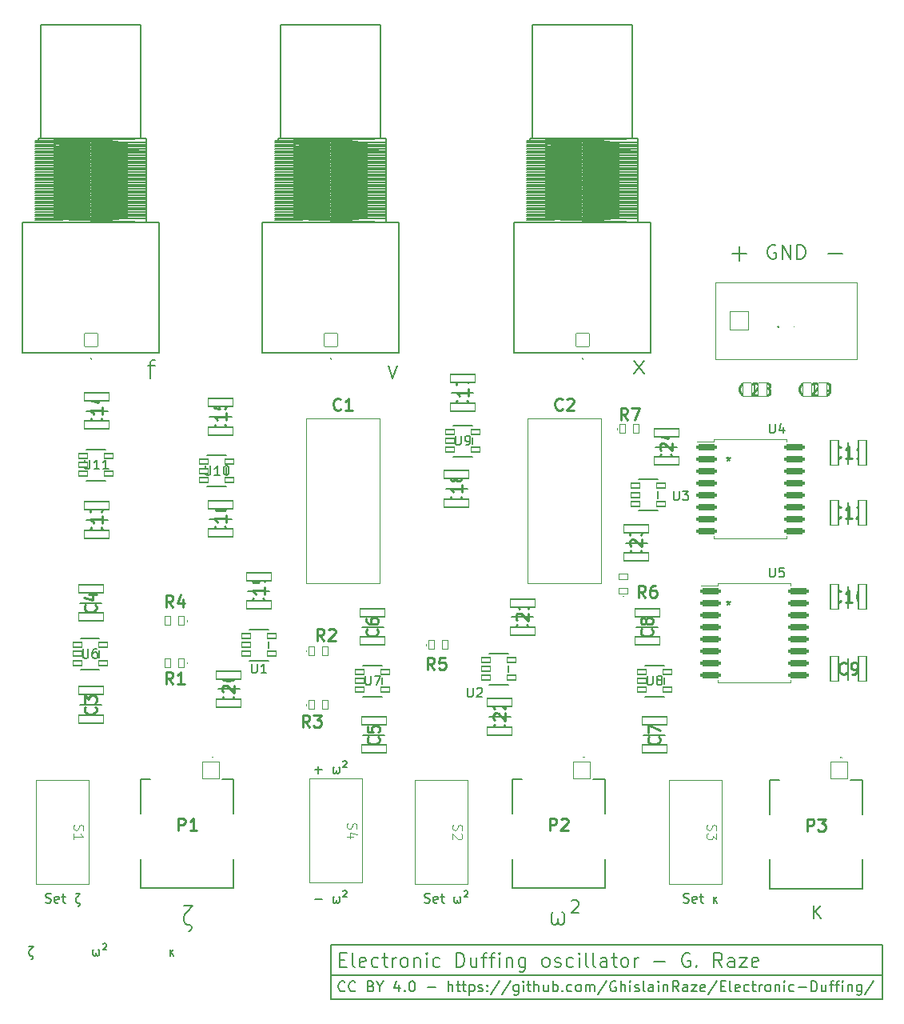
<source format=gbr>
%TF.GenerationSoftware,KiCad,Pcbnew,7.0.9*%
%TF.CreationDate,2024-05-07T07:23:08+02:00*%
%TF.ProjectId,ElectronicDuffing,456c6563-7472-46f6-9e69-634475666669,v 1.1*%
%TF.SameCoordinates,Original*%
%TF.FileFunction,Legend,Top*%
%TF.FilePolarity,Positive*%
%FSLAX46Y46*%
G04 Gerber Fmt 4.6, Leading zero omitted, Abs format (unit mm)*
G04 Created by KiCad (PCBNEW 7.0.9) date 2024-05-07 07:23:08*
%MOMM*%
%LPD*%
G01*
G04 APERTURE LIST*
G04 Aperture macros list*
%AMRoundRect*
0 Rectangle with rounded corners*
0 $1 Rounding radius*
0 $2 $3 $4 $5 $6 $7 $8 $9 X,Y pos of 4 corners*
0 Add a 4 corners polygon primitive as box body*
4,1,4,$2,$3,$4,$5,$6,$7,$8,$9,$2,$3,0*
0 Add four circle primitives for the rounded corners*
1,1,$1+$1,$2,$3*
1,1,$1+$1,$4,$5*
1,1,$1+$1,$6,$7*
1,1,$1+$1,$8,$9*
0 Add four rect primitives between the rounded corners*
20,1,$1+$1,$2,$3,$4,$5,0*
20,1,$1+$1,$4,$5,$6,$7,0*
20,1,$1+$1,$6,$7,$8,$9,0*
20,1,$1+$1,$8,$9,$2,$3,0*%
G04 Aperture macros list end*
%ADD10C,0.150000*%
%ADD11C,0.254000*%
%ADD12C,0.100000*%
%ADD13C,0.200000*%
%ADD14C,0.120000*%
%ADD15C,0.152400*%
%ADD16C,0.500000*%
%ADD17RoundRect,0.050800X-1.320000X0.420000X-1.320000X-0.420000X1.320000X-0.420000X1.320000X0.420000X0*%
%ADD18RoundRect,0.200800X-0.875000X-0.150000X0.875000X-0.150000X0.875000X0.150000X-0.875000X0.150000X0*%
%ADD19RoundRect,0.050800X-0.488950X-0.254000X0.488950X-0.254000X0.488950X0.254000X-0.488950X0.254000X0*%
%ADD20RoundRect,0.050800X-0.975000X-0.975000X0.975000X-0.975000X0.975000X0.975000X-0.975000X0.975000X0*%
%ADD21C,2.051600*%
%ADD22RoundRect,0.050800X-0.325000X-0.450000X0.325000X-0.450000X0.325000X0.450000X-0.325000X0.450000X0*%
%ADD23RoundRect,0.050800X0.325000X0.450000X-0.325000X0.450000X-0.325000X-0.450000X0.325000X-0.450000X0*%
%ADD24RoundRect,0.050800X-0.700000X-0.700000X0.700000X-0.700000X0.700000X0.700000X-0.700000X0.700000X0*%
%ADD25C,1.501600*%
%ADD26C,3.101600*%
%ADD27C,1.851600*%
%ADD28RoundRect,0.050800X0.420000X1.320000X-0.420000X1.320000X-0.420000X-1.320000X0.420000X-1.320000X0*%
%ADD29C,1.676600*%
%ADD30RoundRect,0.050800X0.455000X0.695000X-0.455000X0.695000X-0.455000X-0.695000X0.455000X-0.695000X0*%
%ADD31RoundRect,0.050800X-0.420000X-1.320000X0.420000X-1.320000X0.420000X1.320000X-0.420000X1.320000X0*%
%ADD32RoundRect,0.050800X0.450000X-0.325000X0.450000X0.325000X-0.450000X0.325000X-0.450000X-0.325000X0*%
%ADD33RoundRect,0.050800X0.900000X0.900000X-0.900000X0.900000X-0.900000X-0.900000X0.900000X-0.900000X0*%
%ADD34C,1.901600*%
%ADD35C,4.256600*%
G04 APERTURE END LIST*
D10*
X78740000Y-151130000D02*
X137160000Y-151130000D01*
X137160000Y-154305000D01*
X78740000Y-154305000D01*
X78740000Y-151130000D01*
X78740000Y-154305000D02*
X137160000Y-154305000D01*
X137160000Y-156845000D01*
X78740000Y-156845000D01*
X78740000Y-154305000D01*
X53885231Y-151936485D02*
X53885231Y-152126961D01*
X53647136Y-151603152D02*
X53599517Y-151650771D01*
X53599517Y-151650771D02*
X53551898Y-151746009D01*
X53551898Y-151746009D02*
X53551898Y-152126961D01*
X53551898Y-152126961D02*
X53599517Y-152222200D01*
X53599517Y-152222200D02*
X53694755Y-152269819D01*
X53694755Y-152269819D02*
X53742374Y-152269819D01*
X53742374Y-152269819D02*
X53837612Y-152222200D01*
X53837612Y-152222200D02*
X53885231Y-152126961D01*
X53885231Y-152126961D02*
X53932850Y-152222200D01*
X53932850Y-152222200D02*
X54028088Y-152269819D01*
X54028088Y-152269819D02*
X54075707Y-152269819D01*
X54075707Y-152269819D02*
X54170945Y-152222200D01*
X54170945Y-152222200D02*
X54218564Y-152126961D01*
X54218564Y-152126961D02*
X54218564Y-151746009D01*
X54218564Y-151746009D02*
X54170945Y-151650771D01*
X54170945Y-151650771D02*
X54123326Y-151603152D01*
X54599517Y-151031723D02*
X54694755Y-150984104D01*
X54694755Y-150984104D02*
X54837612Y-150984104D01*
X54837612Y-150984104D02*
X54932850Y-151031723D01*
X54932850Y-151031723D02*
X54980469Y-151126961D01*
X54980469Y-151126961D02*
X54980469Y-151222200D01*
X54980469Y-151222200D02*
X54932850Y-151317438D01*
X54932850Y-151317438D02*
X54599517Y-151650771D01*
X54599517Y-151650771D02*
X54980469Y-151650771D01*
X80237160Y-155962819D02*
X80184779Y-156015200D01*
X80184779Y-156015200D02*
X80027636Y-156067580D01*
X80027636Y-156067580D02*
X79922874Y-156067580D01*
X79922874Y-156067580D02*
X79765731Y-156015200D01*
X79765731Y-156015200D02*
X79660969Y-155910438D01*
X79660969Y-155910438D02*
X79608588Y-155805676D01*
X79608588Y-155805676D02*
X79556207Y-155596152D01*
X79556207Y-155596152D02*
X79556207Y-155439009D01*
X79556207Y-155439009D02*
X79608588Y-155229485D01*
X79608588Y-155229485D02*
X79660969Y-155124723D01*
X79660969Y-155124723D02*
X79765731Y-155019961D01*
X79765731Y-155019961D02*
X79922874Y-154967580D01*
X79922874Y-154967580D02*
X80027636Y-154967580D01*
X80027636Y-154967580D02*
X80184779Y-155019961D01*
X80184779Y-155019961D02*
X80237160Y-155072342D01*
X81337160Y-155962819D02*
X81284779Y-156015200D01*
X81284779Y-156015200D02*
X81127636Y-156067580D01*
X81127636Y-156067580D02*
X81022874Y-156067580D01*
X81022874Y-156067580D02*
X80865731Y-156015200D01*
X80865731Y-156015200D02*
X80760969Y-155910438D01*
X80760969Y-155910438D02*
X80708588Y-155805676D01*
X80708588Y-155805676D02*
X80656207Y-155596152D01*
X80656207Y-155596152D02*
X80656207Y-155439009D01*
X80656207Y-155439009D02*
X80708588Y-155229485D01*
X80708588Y-155229485D02*
X80760969Y-155124723D01*
X80760969Y-155124723D02*
X80865731Y-155019961D01*
X80865731Y-155019961D02*
X81022874Y-154967580D01*
X81022874Y-154967580D02*
X81127636Y-154967580D01*
X81127636Y-154967580D02*
X81284779Y-155019961D01*
X81284779Y-155019961D02*
X81337160Y-155072342D01*
X83013350Y-155491390D02*
X83170493Y-155543771D01*
X83170493Y-155543771D02*
X83222874Y-155596152D01*
X83222874Y-155596152D02*
X83275255Y-155700914D01*
X83275255Y-155700914D02*
X83275255Y-155858057D01*
X83275255Y-155858057D02*
X83222874Y-155962819D01*
X83222874Y-155962819D02*
X83170493Y-156015200D01*
X83170493Y-156015200D02*
X83065731Y-156067580D01*
X83065731Y-156067580D02*
X82646683Y-156067580D01*
X82646683Y-156067580D02*
X82646683Y-154967580D01*
X82646683Y-154967580D02*
X83013350Y-154967580D01*
X83013350Y-154967580D02*
X83118112Y-155019961D01*
X83118112Y-155019961D02*
X83170493Y-155072342D01*
X83170493Y-155072342D02*
X83222874Y-155177104D01*
X83222874Y-155177104D02*
X83222874Y-155281866D01*
X83222874Y-155281866D02*
X83170493Y-155386628D01*
X83170493Y-155386628D02*
X83118112Y-155439009D01*
X83118112Y-155439009D02*
X83013350Y-155491390D01*
X83013350Y-155491390D02*
X82646683Y-155491390D01*
X83956207Y-155543771D02*
X83956207Y-156067580D01*
X83589540Y-154967580D02*
X83956207Y-155543771D01*
X83956207Y-155543771D02*
X84322874Y-154967580D01*
X85999064Y-155334247D02*
X85999064Y-156067580D01*
X85737159Y-154915200D02*
X85475254Y-155700914D01*
X85475254Y-155700914D02*
X86156207Y-155700914D01*
X86575254Y-155962819D02*
X86627635Y-156015200D01*
X86627635Y-156015200D02*
X86575254Y-156067580D01*
X86575254Y-156067580D02*
X86522873Y-156015200D01*
X86522873Y-156015200D02*
X86575254Y-155962819D01*
X86575254Y-155962819D02*
X86575254Y-156067580D01*
X87308588Y-154967580D02*
X87413350Y-154967580D01*
X87413350Y-154967580D02*
X87518112Y-155019961D01*
X87518112Y-155019961D02*
X87570493Y-155072342D01*
X87570493Y-155072342D02*
X87622874Y-155177104D01*
X87622874Y-155177104D02*
X87675255Y-155386628D01*
X87675255Y-155386628D02*
X87675255Y-155648533D01*
X87675255Y-155648533D02*
X87622874Y-155858057D01*
X87622874Y-155858057D02*
X87570493Y-155962819D01*
X87570493Y-155962819D02*
X87518112Y-156015200D01*
X87518112Y-156015200D02*
X87413350Y-156067580D01*
X87413350Y-156067580D02*
X87308588Y-156067580D01*
X87308588Y-156067580D02*
X87203826Y-156015200D01*
X87203826Y-156015200D02*
X87151445Y-155962819D01*
X87151445Y-155962819D02*
X87099064Y-155858057D01*
X87099064Y-155858057D02*
X87046683Y-155648533D01*
X87046683Y-155648533D02*
X87046683Y-155386628D01*
X87046683Y-155386628D02*
X87099064Y-155177104D01*
X87099064Y-155177104D02*
X87151445Y-155072342D01*
X87151445Y-155072342D02*
X87203826Y-155019961D01*
X87203826Y-155019961D02*
X87308588Y-154967580D01*
X88984778Y-155648533D02*
X89822874Y-155648533D01*
X91184778Y-156067580D02*
X91184778Y-154967580D01*
X91656207Y-156067580D02*
X91656207Y-155491390D01*
X91656207Y-155491390D02*
X91603826Y-155386628D01*
X91603826Y-155386628D02*
X91499064Y-155334247D01*
X91499064Y-155334247D02*
X91341921Y-155334247D01*
X91341921Y-155334247D02*
X91237159Y-155386628D01*
X91237159Y-155386628D02*
X91184778Y-155439009D01*
X92022873Y-155334247D02*
X92441921Y-155334247D01*
X92180016Y-154967580D02*
X92180016Y-155910438D01*
X92180016Y-155910438D02*
X92232397Y-156015200D01*
X92232397Y-156015200D02*
X92337159Y-156067580D01*
X92337159Y-156067580D02*
X92441921Y-156067580D01*
X92651444Y-155334247D02*
X93070492Y-155334247D01*
X92808587Y-154967580D02*
X92808587Y-155910438D01*
X92808587Y-155910438D02*
X92860968Y-156015200D01*
X92860968Y-156015200D02*
X92965730Y-156067580D01*
X92965730Y-156067580D02*
X93070492Y-156067580D01*
X93437158Y-155334247D02*
X93437158Y-156434247D01*
X93437158Y-155386628D02*
X93541920Y-155334247D01*
X93541920Y-155334247D02*
X93751444Y-155334247D01*
X93751444Y-155334247D02*
X93856206Y-155386628D01*
X93856206Y-155386628D02*
X93908587Y-155439009D01*
X93908587Y-155439009D02*
X93960968Y-155543771D01*
X93960968Y-155543771D02*
X93960968Y-155858057D01*
X93960968Y-155858057D02*
X93908587Y-155962819D01*
X93908587Y-155962819D02*
X93856206Y-156015200D01*
X93856206Y-156015200D02*
X93751444Y-156067580D01*
X93751444Y-156067580D02*
X93541920Y-156067580D01*
X93541920Y-156067580D02*
X93437158Y-156015200D01*
X94380015Y-156015200D02*
X94484777Y-156067580D01*
X94484777Y-156067580D02*
X94694301Y-156067580D01*
X94694301Y-156067580D02*
X94799063Y-156015200D01*
X94799063Y-156015200D02*
X94851444Y-155910438D01*
X94851444Y-155910438D02*
X94851444Y-155858057D01*
X94851444Y-155858057D02*
X94799063Y-155753295D01*
X94799063Y-155753295D02*
X94694301Y-155700914D01*
X94694301Y-155700914D02*
X94537158Y-155700914D01*
X94537158Y-155700914D02*
X94432396Y-155648533D01*
X94432396Y-155648533D02*
X94380015Y-155543771D01*
X94380015Y-155543771D02*
X94380015Y-155491390D01*
X94380015Y-155491390D02*
X94432396Y-155386628D01*
X94432396Y-155386628D02*
X94537158Y-155334247D01*
X94537158Y-155334247D02*
X94694301Y-155334247D01*
X94694301Y-155334247D02*
X94799063Y-155386628D01*
X95322872Y-155962819D02*
X95375253Y-156015200D01*
X95375253Y-156015200D02*
X95322872Y-156067580D01*
X95322872Y-156067580D02*
X95270491Y-156015200D01*
X95270491Y-156015200D02*
X95322872Y-155962819D01*
X95322872Y-155962819D02*
X95322872Y-156067580D01*
X95322872Y-155386628D02*
X95375253Y-155439009D01*
X95375253Y-155439009D02*
X95322872Y-155491390D01*
X95322872Y-155491390D02*
X95270491Y-155439009D01*
X95270491Y-155439009D02*
X95322872Y-155386628D01*
X95322872Y-155386628D02*
X95322872Y-155491390D01*
X96632397Y-154915200D02*
X95689539Y-156329485D01*
X97784778Y-154915200D02*
X96841920Y-156329485D01*
X98622873Y-155334247D02*
X98622873Y-156224723D01*
X98622873Y-156224723D02*
X98570492Y-156329485D01*
X98570492Y-156329485D02*
X98518111Y-156381866D01*
X98518111Y-156381866D02*
X98413349Y-156434247D01*
X98413349Y-156434247D02*
X98256206Y-156434247D01*
X98256206Y-156434247D02*
X98151444Y-156381866D01*
X98622873Y-156015200D02*
X98518111Y-156067580D01*
X98518111Y-156067580D02*
X98308587Y-156067580D01*
X98308587Y-156067580D02*
X98203825Y-156015200D01*
X98203825Y-156015200D02*
X98151444Y-155962819D01*
X98151444Y-155962819D02*
X98099063Y-155858057D01*
X98099063Y-155858057D02*
X98099063Y-155543771D01*
X98099063Y-155543771D02*
X98151444Y-155439009D01*
X98151444Y-155439009D02*
X98203825Y-155386628D01*
X98203825Y-155386628D02*
X98308587Y-155334247D01*
X98308587Y-155334247D02*
X98518111Y-155334247D01*
X98518111Y-155334247D02*
X98622873Y-155386628D01*
X99146682Y-156067580D02*
X99146682Y-155334247D01*
X99146682Y-154967580D02*
X99094301Y-155019961D01*
X99094301Y-155019961D02*
X99146682Y-155072342D01*
X99146682Y-155072342D02*
X99199063Y-155019961D01*
X99199063Y-155019961D02*
X99146682Y-154967580D01*
X99146682Y-154967580D02*
X99146682Y-155072342D01*
X99513349Y-155334247D02*
X99932397Y-155334247D01*
X99670492Y-154967580D02*
X99670492Y-155910438D01*
X99670492Y-155910438D02*
X99722873Y-156015200D01*
X99722873Y-156015200D02*
X99827635Y-156067580D01*
X99827635Y-156067580D02*
X99932397Y-156067580D01*
X100299063Y-156067580D02*
X100299063Y-154967580D01*
X100770492Y-156067580D02*
X100770492Y-155491390D01*
X100770492Y-155491390D02*
X100718111Y-155386628D01*
X100718111Y-155386628D02*
X100613349Y-155334247D01*
X100613349Y-155334247D02*
X100456206Y-155334247D01*
X100456206Y-155334247D02*
X100351444Y-155386628D01*
X100351444Y-155386628D02*
X100299063Y-155439009D01*
X101765730Y-155334247D02*
X101765730Y-156067580D01*
X101294301Y-155334247D02*
X101294301Y-155910438D01*
X101294301Y-155910438D02*
X101346682Y-156015200D01*
X101346682Y-156015200D02*
X101451444Y-156067580D01*
X101451444Y-156067580D02*
X101608587Y-156067580D01*
X101608587Y-156067580D02*
X101713349Y-156015200D01*
X101713349Y-156015200D02*
X101765730Y-155962819D01*
X102289539Y-156067580D02*
X102289539Y-154967580D01*
X102289539Y-155386628D02*
X102394301Y-155334247D01*
X102394301Y-155334247D02*
X102603825Y-155334247D01*
X102603825Y-155334247D02*
X102708587Y-155386628D01*
X102708587Y-155386628D02*
X102760968Y-155439009D01*
X102760968Y-155439009D02*
X102813349Y-155543771D01*
X102813349Y-155543771D02*
X102813349Y-155858057D01*
X102813349Y-155858057D02*
X102760968Y-155962819D01*
X102760968Y-155962819D02*
X102708587Y-156015200D01*
X102708587Y-156015200D02*
X102603825Y-156067580D01*
X102603825Y-156067580D02*
X102394301Y-156067580D01*
X102394301Y-156067580D02*
X102289539Y-156015200D01*
X103284777Y-155962819D02*
X103337158Y-156015200D01*
X103337158Y-156015200D02*
X103284777Y-156067580D01*
X103284777Y-156067580D02*
X103232396Y-156015200D01*
X103232396Y-156015200D02*
X103284777Y-155962819D01*
X103284777Y-155962819D02*
X103284777Y-156067580D01*
X104280016Y-156015200D02*
X104175254Y-156067580D01*
X104175254Y-156067580D02*
X103965730Y-156067580D01*
X103965730Y-156067580D02*
X103860968Y-156015200D01*
X103860968Y-156015200D02*
X103808587Y-155962819D01*
X103808587Y-155962819D02*
X103756206Y-155858057D01*
X103756206Y-155858057D02*
X103756206Y-155543771D01*
X103756206Y-155543771D02*
X103808587Y-155439009D01*
X103808587Y-155439009D02*
X103860968Y-155386628D01*
X103860968Y-155386628D02*
X103965730Y-155334247D01*
X103965730Y-155334247D02*
X104175254Y-155334247D01*
X104175254Y-155334247D02*
X104280016Y-155386628D01*
X104908587Y-156067580D02*
X104803825Y-156015200D01*
X104803825Y-156015200D02*
X104751444Y-155962819D01*
X104751444Y-155962819D02*
X104699063Y-155858057D01*
X104699063Y-155858057D02*
X104699063Y-155543771D01*
X104699063Y-155543771D02*
X104751444Y-155439009D01*
X104751444Y-155439009D02*
X104803825Y-155386628D01*
X104803825Y-155386628D02*
X104908587Y-155334247D01*
X104908587Y-155334247D02*
X105065730Y-155334247D01*
X105065730Y-155334247D02*
X105170492Y-155386628D01*
X105170492Y-155386628D02*
X105222873Y-155439009D01*
X105222873Y-155439009D02*
X105275254Y-155543771D01*
X105275254Y-155543771D02*
X105275254Y-155858057D01*
X105275254Y-155858057D02*
X105222873Y-155962819D01*
X105222873Y-155962819D02*
X105170492Y-156015200D01*
X105170492Y-156015200D02*
X105065730Y-156067580D01*
X105065730Y-156067580D02*
X104908587Y-156067580D01*
X105746682Y-156067580D02*
X105746682Y-155334247D01*
X105746682Y-155439009D02*
X105799063Y-155386628D01*
X105799063Y-155386628D02*
X105903825Y-155334247D01*
X105903825Y-155334247D02*
X106060968Y-155334247D01*
X106060968Y-155334247D02*
X106165730Y-155386628D01*
X106165730Y-155386628D02*
X106218111Y-155491390D01*
X106218111Y-155491390D02*
X106218111Y-156067580D01*
X106218111Y-155491390D02*
X106270492Y-155386628D01*
X106270492Y-155386628D02*
X106375254Y-155334247D01*
X106375254Y-155334247D02*
X106532397Y-155334247D01*
X106532397Y-155334247D02*
X106637158Y-155386628D01*
X106637158Y-155386628D02*
X106689539Y-155491390D01*
X106689539Y-155491390D02*
X106689539Y-156067580D01*
X107999064Y-154915200D02*
X107056206Y-156329485D01*
X108941921Y-155019961D02*
X108837159Y-154967580D01*
X108837159Y-154967580D02*
X108680016Y-154967580D01*
X108680016Y-154967580D02*
X108522873Y-155019961D01*
X108522873Y-155019961D02*
X108418111Y-155124723D01*
X108418111Y-155124723D02*
X108365730Y-155229485D01*
X108365730Y-155229485D02*
X108313349Y-155439009D01*
X108313349Y-155439009D02*
X108313349Y-155596152D01*
X108313349Y-155596152D02*
X108365730Y-155805676D01*
X108365730Y-155805676D02*
X108418111Y-155910438D01*
X108418111Y-155910438D02*
X108522873Y-156015200D01*
X108522873Y-156015200D02*
X108680016Y-156067580D01*
X108680016Y-156067580D02*
X108784778Y-156067580D01*
X108784778Y-156067580D02*
X108941921Y-156015200D01*
X108941921Y-156015200D02*
X108994302Y-155962819D01*
X108994302Y-155962819D02*
X108994302Y-155596152D01*
X108994302Y-155596152D02*
X108784778Y-155596152D01*
X109465730Y-156067580D02*
X109465730Y-154967580D01*
X109937159Y-156067580D02*
X109937159Y-155491390D01*
X109937159Y-155491390D02*
X109884778Y-155386628D01*
X109884778Y-155386628D02*
X109780016Y-155334247D01*
X109780016Y-155334247D02*
X109622873Y-155334247D01*
X109622873Y-155334247D02*
X109518111Y-155386628D01*
X109518111Y-155386628D02*
X109465730Y-155439009D01*
X110460968Y-156067580D02*
X110460968Y-155334247D01*
X110460968Y-154967580D02*
X110408587Y-155019961D01*
X110408587Y-155019961D02*
X110460968Y-155072342D01*
X110460968Y-155072342D02*
X110513349Y-155019961D01*
X110513349Y-155019961D02*
X110460968Y-154967580D01*
X110460968Y-154967580D02*
X110460968Y-155072342D01*
X110932397Y-156015200D02*
X111037159Y-156067580D01*
X111037159Y-156067580D02*
X111246683Y-156067580D01*
X111246683Y-156067580D02*
X111351445Y-156015200D01*
X111351445Y-156015200D02*
X111403826Y-155910438D01*
X111403826Y-155910438D02*
X111403826Y-155858057D01*
X111403826Y-155858057D02*
X111351445Y-155753295D01*
X111351445Y-155753295D02*
X111246683Y-155700914D01*
X111246683Y-155700914D02*
X111089540Y-155700914D01*
X111089540Y-155700914D02*
X110984778Y-155648533D01*
X110984778Y-155648533D02*
X110932397Y-155543771D01*
X110932397Y-155543771D02*
X110932397Y-155491390D01*
X110932397Y-155491390D02*
X110984778Y-155386628D01*
X110984778Y-155386628D02*
X111089540Y-155334247D01*
X111089540Y-155334247D02*
X111246683Y-155334247D01*
X111246683Y-155334247D02*
X111351445Y-155386628D01*
X112032397Y-156067580D02*
X111927635Y-156015200D01*
X111927635Y-156015200D02*
X111875254Y-155910438D01*
X111875254Y-155910438D02*
X111875254Y-154967580D01*
X112922873Y-156067580D02*
X112922873Y-155491390D01*
X112922873Y-155491390D02*
X112870492Y-155386628D01*
X112870492Y-155386628D02*
X112765730Y-155334247D01*
X112765730Y-155334247D02*
X112556206Y-155334247D01*
X112556206Y-155334247D02*
X112451444Y-155386628D01*
X112922873Y-156015200D02*
X112818111Y-156067580D01*
X112818111Y-156067580D02*
X112556206Y-156067580D01*
X112556206Y-156067580D02*
X112451444Y-156015200D01*
X112451444Y-156015200D02*
X112399063Y-155910438D01*
X112399063Y-155910438D02*
X112399063Y-155805676D01*
X112399063Y-155805676D02*
X112451444Y-155700914D01*
X112451444Y-155700914D02*
X112556206Y-155648533D01*
X112556206Y-155648533D02*
X112818111Y-155648533D01*
X112818111Y-155648533D02*
X112922873Y-155596152D01*
X113446682Y-156067580D02*
X113446682Y-155334247D01*
X113446682Y-154967580D02*
X113394301Y-155019961D01*
X113394301Y-155019961D02*
X113446682Y-155072342D01*
X113446682Y-155072342D02*
X113499063Y-155019961D01*
X113499063Y-155019961D02*
X113446682Y-154967580D01*
X113446682Y-154967580D02*
X113446682Y-155072342D01*
X113970492Y-155334247D02*
X113970492Y-156067580D01*
X113970492Y-155439009D02*
X114022873Y-155386628D01*
X114022873Y-155386628D02*
X114127635Y-155334247D01*
X114127635Y-155334247D02*
X114284778Y-155334247D01*
X114284778Y-155334247D02*
X114389540Y-155386628D01*
X114389540Y-155386628D02*
X114441921Y-155491390D01*
X114441921Y-155491390D02*
X114441921Y-156067580D01*
X115594302Y-156067580D02*
X115227635Y-155543771D01*
X114965730Y-156067580D02*
X114965730Y-154967580D01*
X114965730Y-154967580D02*
X115384778Y-154967580D01*
X115384778Y-154967580D02*
X115489540Y-155019961D01*
X115489540Y-155019961D02*
X115541921Y-155072342D01*
X115541921Y-155072342D02*
X115594302Y-155177104D01*
X115594302Y-155177104D02*
X115594302Y-155334247D01*
X115594302Y-155334247D02*
X115541921Y-155439009D01*
X115541921Y-155439009D02*
X115489540Y-155491390D01*
X115489540Y-155491390D02*
X115384778Y-155543771D01*
X115384778Y-155543771D02*
X114965730Y-155543771D01*
X116537159Y-156067580D02*
X116537159Y-155491390D01*
X116537159Y-155491390D02*
X116484778Y-155386628D01*
X116484778Y-155386628D02*
X116380016Y-155334247D01*
X116380016Y-155334247D02*
X116170492Y-155334247D01*
X116170492Y-155334247D02*
X116065730Y-155386628D01*
X116537159Y-156015200D02*
X116432397Y-156067580D01*
X116432397Y-156067580D02*
X116170492Y-156067580D01*
X116170492Y-156067580D02*
X116065730Y-156015200D01*
X116065730Y-156015200D02*
X116013349Y-155910438D01*
X116013349Y-155910438D02*
X116013349Y-155805676D01*
X116013349Y-155805676D02*
X116065730Y-155700914D01*
X116065730Y-155700914D02*
X116170492Y-155648533D01*
X116170492Y-155648533D02*
X116432397Y-155648533D01*
X116432397Y-155648533D02*
X116537159Y-155596152D01*
X116956206Y-155334247D02*
X117532397Y-155334247D01*
X117532397Y-155334247D02*
X116956206Y-156067580D01*
X116956206Y-156067580D02*
X117532397Y-156067580D01*
X118370492Y-156015200D02*
X118265730Y-156067580D01*
X118265730Y-156067580D02*
X118056206Y-156067580D01*
X118056206Y-156067580D02*
X117951444Y-156015200D01*
X117951444Y-156015200D02*
X117899063Y-155910438D01*
X117899063Y-155910438D02*
X117899063Y-155491390D01*
X117899063Y-155491390D02*
X117951444Y-155386628D01*
X117951444Y-155386628D02*
X118056206Y-155334247D01*
X118056206Y-155334247D02*
X118265730Y-155334247D01*
X118265730Y-155334247D02*
X118370492Y-155386628D01*
X118370492Y-155386628D02*
X118422873Y-155491390D01*
X118422873Y-155491390D02*
X118422873Y-155596152D01*
X118422873Y-155596152D02*
X117899063Y-155700914D01*
X119680016Y-154915200D02*
X118737158Y-156329485D01*
X120046682Y-155491390D02*
X120413349Y-155491390D01*
X120570492Y-156067580D02*
X120046682Y-156067580D01*
X120046682Y-156067580D02*
X120046682Y-154967580D01*
X120046682Y-154967580D02*
X120570492Y-154967580D01*
X121199063Y-156067580D02*
X121094301Y-156015200D01*
X121094301Y-156015200D02*
X121041920Y-155910438D01*
X121041920Y-155910438D02*
X121041920Y-154967580D01*
X122037158Y-156015200D02*
X121932396Y-156067580D01*
X121932396Y-156067580D02*
X121722872Y-156067580D01*
X121722872Y-156067580D02*
X121618110Y-156015200D01*
X121618110Y-156015200D02*
X121565729Y-155910438D01*
X121565729Y-155910438D02*
X121565729Y-155491390D01*
X121565729Y-155491390D02*
X121618110Y-155386628D01*
X121618110Y-155386628D02*
X121722872Y-155334247D01*
X121722872Y-155334247D02*
X121932396Y-155334247D01*
X121932396Y-155334247D02*
X122037158Y-155386628D01*
X122037158Y-155386628D02*
X122089539Y-155491390D01*
X122089539Y-155491390D02*
X122089539Y-155596152D01*
X122089539Y-155596152D02*
X121565729Y-155700914D01*
X123032396Y-156015200D02*
X122927634Y-156067580D01*
X122927634Y-156067580D02*
X122718110Y-156067580D01*
X122718110Y-156067580D02*
X122613348Y-156015200D01*
X122613348Y-156015200D02*
X122560967Y-155962819D01*
X122560967Y-155962819D02*
X122508586Y-155858057D01*
X122508586Y-155858057D02*
X122508586Y-155543771D01*
X122508586Y-155543771D02*
X122560967Y-155439009D01*
X122560967Y-155439009D02*
X122613348Y-155386628D01*
X122613348Y-155386628D02*
X122718110Y-155334247D01*
X122718110Y-155334247D02*
X122927634Y-155334247D01*
X122927634Y-155334247D02*
X123032396Y-155386628D01*
X123346681Y-155334247D02*
X123765729Y-155334247D01*
X123503824Y-154967580D02*
X123503824Y-155910438D01*
X123503824Y-155910438D02*
X123556205Y-156015200D01*
X123556205Y-156015200D02*
X123660967Y-156067580D01*
X123660967Y-156067580D02*
X123765729Y-156067580D01*
X124132395Y-156067580D02*
X124132395Y-155334247D01*
X124132395Y-155543771D02*
X124184776Y-155439009D01*
X124184776Y-155439009D02*
X124237157Y-155386628D01*
X124237157Y-155386628D02*
X124341919Y-155334247D01*
X124341919Y-155334247D02*
X124446681Y-155334247D01*
X124970490Y-156067580D02*
X124865728Y-156015200D01*
X124865728Y-156015200D02*
X124813347Y-155962819D01*
X124813347Y-155962819D02*
X124760966Y-155858057D01*
X124760966Y-155858057D02*
X124760966Y-155543771D01*
X124760966Y-155543771D02*
X124813347Y-155439009D01*
X124813347Y-155439009D02*
X124865728Y-155386628D01*
X124865728Y-155386628D02*
X124970490Y-155334247D01*
X124970490Y-155334247D02*
X125127633Y-155334247D01*
X125127633Y-155334247D02*
X125232395Y-155386628D01*
X125232395Y-155386628D02*
X125284776Y-155439009D01*
X125284776Y-155439009D02*
X125337157Y-155543771D01*
X125337157Y-155543771D02*
X125337157Y-155858057D01*
X125337157Y-155858057D02*
X125284776Y-155962819D01*
X125284776Y-155962819D02*
X125232395Y-156015200D01*
X125232395Y-156015200D02*
X125127633Y-156067580D01*
X125127633Y-156067580D02*
X124970490Y-156067580D01*
X125808585Y-155334247D02*
X125808585Y-156067580D01*
X125808585Y-155439009D02*
X125860966Y-155386628D01*
X125860966Y-155386628D02*
X125965728Y-155334247D01*
X125965728Y-155334247D02*
X126122871Y-155334247D01*
X126122871Y-155334247D02*
X126227633Y-155386628D01*
X126227633Y-155386628D02*
X126280014Y-155491390D01*
X126280014Y-155491390D02*
X126280014Y-156067580D01*
X126803823Y-156067580D02*
X126803823Y-155334247D01*
X126803823Y-154967580D02*
X126751442Y-155019961D01*
X126751442Y-155019961D02*
X126803823Y-155072342D01*
X126803823Y-155072342D02*
X126856204Y-155019961D01*
X126856204Y-155019961D02*
X126803823Y-154967580D01*
X126803823Y-154967580D02*
X126803823Y-155072342D01*
X127799062Y-156015200D02*
X127694300Y-156067580D01*
X127694300Y-156067580D02*
X127484776Y-156067580D01*
X127484776Y-156067580D02*
X127380014Y-156015200D01*
X127380014Y-156015200D02*
X127327633Y-155962819D01*
X127327633Y-155962819D02*
X127275252Y-155858057D01*
X127275252Y-155858057D02*
X127275252Y-155543771D01*
X127275252Y-155543771D02*
X127327633Y-155439009D01*
X127327633Y-155439009D02*
X127380014Y-155386628D01*
X127380014Y-155386628D02*
X127484776Y-155334247D01*
X127484776Y-155334247D02*
X127694300Y-155334247D01*
X127694300Y-155334247D02*
X127799062Y-155386628D01*
X128270490Y-155648533D02*
X129108586Y-155648533D01*
X129632395Y-156067580D02*
X129632395Y-154967580D01*
X129632395Y-154967580D02*
X129894300Y-154967580D01*
X129894300Y-154967580D02*
X130051443Y-155019961D01*
X130051443Y-155019961D02*
X130156205Y-155124723D01*
X130156205Y-155124723D02*
X130208586Y-155229485D01*
X130208586Y-155229485D02*
X130260967Y-155439009D01*
X130260967Y-155439009D02*
X130260967Y-155596152D01*
X130260967Y-155596152D02*
X130208586Y-155805676D01*
X130208586Y-155805676D02*
X130156205Y-155910438D01*
X130156205Y-155910438D02*
X130051443Y-156015200D01*
X130051443Y-156015200D02*
X129894300Y-156067580D01*
X129894300Y-156067580D02*
X129632395Y-156067580D01*
X131203824Y-155334247D02*
X131203824Y-156067580D01*
X130732395Y-155334247D02*
X130732395Y-155910438D01*
X130732395Y-155910438D02*
X130784776Y-156015200D01*
X130784776Y-156015200D02*
X130889538Y-156067580D01*
X130889538Y-156067580D02*
X131046681Y-156067580D01*
X131046681Y-156067580D02*
X131151443Y-156015200D01*
X131151443Y-156015200D02*
X131203824Y-155962819D01*
X131570490Y-155334247D02*
X131989538Y-155334247D01*
X131727633Y-156067580D02*
X131727633Y-155124723D01*
X131727633Y-155124723D02*
X131780014Y-155019961D01*
X131780014Y-155019961D02*
X131884776Y-154967580D01*
X131884776Y-154967580D02*
X131989538Y-154967580D01*
X132199061Y-155334247D02*
X132618109Y-155334247D01*
X132356204Y-156067580D02*
X132356204Y-155124723D01*
X132356204Y-155124723D02*
X132408585Y-155019961D01*
X132408585Y-155019961D02*
X132513347Y-154967580D01*
X132513347Y-154967580D02*
X132618109Y-154967580D01*
X132984775Y-156067580D02*
X132984775Y-155334247D01*
X132984775Y-154967580D02*
X132932394Y-155019961D01*
X132932394Y-155019961D02*
X132984775Y-155072342D01*
X132984775Y-155072342D02*
X133037156Y-155019961D01*
X133037156Y-155019961D02*
X132984775Y-154967580D01*
X132984775Y-154967580D02*
X132984775Y-155072342D01*
X133508585Y-155334247D02*
X133508585Y-156067580D01*
X133508585Y-155439009D02*
X133560966Y-155386628D01*
X133560966Y-155386628D02*
X133665728Y-155334247D01*
X133665728Y-155334247D02*
X133822871Y-155334247D01*
X133822871Y-155334247D02*
X133927633Y-155386628D01*
X133927633Y-155386628D02*
X133980014Y-155491390D01*
X133980014Y-155491390D02*
X133980014Y-156067580D01*
X134975252Y-155334247D02*
X134975252Y-156224723D01*
X134975252Y-156224723D02*
X134922871Y-156329485D01*
X134922871Y-156329485D02*
X134870490Y-156381866D01*
X134870490Y-156381866D02*
X134765728Y-156434247D01*
X134765728Y-156434247D02*
X134608585Y-156434247D01*
X134608585Y-156434247D02*
X134503823Y-156381866D01*
X134975252Y-156015200D02*
X134870490Y-156067580D01*
X134870490Y-156067580D02*
X134660966Y-156067580D01*
X134660966Y-156067580D02*
X134556204Y-156015200D01*
X134556204Y-156015200D02*
X134503823Y-155962819D01*
X134503823Y-155962819D02*
X134451442Y-155858057D01*
X134451442Y-155858057D02*
X134451442Y-155543771D01*
X134451442Y-155543771D02*
X134503823Y-155439009D01*
X134503823Y-155439009D02*
X134556204Y-155386628D01*
X134556204Y-155386628D02*
X134660966Y-155334247D01*
X134660966Y-155334247D02*
X134870490Y-155334247D01*
X134870490Y-155334247D02*
X134975252Y-155386628D01*
X136284776Y-154915200D02*
X135341918Y-156329485D01*
X61719517Y-151603152D02*
X61719517Y-152269819D01*
X61814755Y-151888866D02*
X62100469Y-152269819D01*
X62100469Y-151603152D02*
X61719517Y-151984104D01*
X77044779Y-146300866D02*
X77806684Y-146300866D01*
X79330493Y-146348485D02*
X79330493Y-146538961D01*
X79092398Y-146015152D02*
X79044779Y-146062771D01*
X79044779Y-146062771D02*
X78997160Y-146158009D01*
X78997160Y-146158009D02*
X78997160Y-146538961D01*
X78997160Y-146538961D02*
X79044779Y-146634200D01*
X79044779Y-146634200D02*
X79140017Y-146681819D01*
X79140017Y-146681819D02*
X79187636Y-146681819D01*
X79187636Y-146681819D02*
X79282874Y-146634200D01*
X79282874Y-146634200D02*
X79330493Y-146538961D01*
X79330493Y-146538961D02*
X79378112Y-146634200D01*
X79378112Y-146634200D02*
X79473350Y-146681819D01*
X79473350Y-146681819D02*
X79520969Y-146681819D01*
X79520969Y-146681819D02*
X79616207Y-146634200D01*
X79616207Y-146634200D02*
X79663826Y-146538961D01*
X79663826Y-146538961D02*
X79663826Y-146158009D01*
X79663826Y-146158009D02*
X79616207Y-146062771D01*
X79616207Y-146062771D02*
X79568588Y-146015152D01*
X80044779Y-145443723D02*
X80140017Y-145396104D01*
X80140017Y-145396104D02*
X80282874Y-145396104D01*
X80282874Y-145396104D02*
X80378112Y-145443723D01*
X80378112Y-145443723D02*
X80425731Y-145538961D01*
X80425731Y-145538961D02*
X80425731Y-145634200D01*
X80425731Y-145634200D02*
X80378112Y-145729438D01*
X80378112Y-145729438D02*
X80044779Y-146062771D01*
X80044779Y-146062771D02*
X80425731Y-146062771D01*
X79703826Y-152692914D02*
X80203826Y-152692914D01*
X80418112Y-153478628D02*
X79703826Y-153478628D01*
X79703826Y-153478628D02*
X79703826Y-151978628D01*
X79703826Y-151978628D02*
X80418112Y-151978628D01*
X81275255Y-153478628D02*
X81132398Y-153407200D01*
X81132398Y-153407200D02*
X81060969Y-153264342D01*
X81060969Y-153264342D02*
X81060969Y-151978628D01*
X82418112Y-153407200D02*
X82275255Y-153478628D01*
X82275255Y-153478628D02*
X81989541Y-153478628D01*
X81989541Y-153478628D02*
X81846683Y-153407200D01*
X81846683Y-153407200D02*
X81775255Y-153264342D01*
X81775255Y-153264342D02*
X81775255Y-152692914D01*
X81775255Y-152692914D02*
X81846683Y-152550057D01*
X81846683Y-152550057D02*
X81989541Y-152478628D01*
X81989541Y-152478628D02*
X82275255Y-152478628D01*
X82275255Y-152478628D02*
X82418112Y-152550057D01*
X82418112Y-152550057D02*
X82489541Y-152692914D01*
X82489541Y-152692914D02*
X82489541Y-152835771D01*
X82489541Y-152835771D02*
X81775255Y-152978628D01*
X83775255Y-153407200D02*
X83632397Y-153478628D01*
X83632397Y-153478628D02*
X83346683Y-153478628D01*
X83346683Y-153478628D02*
X83203826Y-153407200D01*
X83203826Y-153407200D02*
X83132397Y-153335771D01*
X83132397Y-153335771D02*
X83060969Y-153192914D01*
X83060969Y-153192914D02*
X83060969Y-152764342D01*
X83060969Y-152764342D02*
X83132397Y-152621485D01*
X83132397Y-152621485D02*
X83203826Y-152550057D01*
X83203826Y-152550057D02*
X83346683Y-152478628D01*
X83346683Y-152478628D02*
X83632397Y-152478628D01*
X83632397Y-152478628D02*
X83775255Y-152550057D01*
X84203826Y-152478628D02*
X84775254Y-152478628D01*
X84418111Y-151978628D02*
X84418111Y-153264342D01*
X84418111Y-153264342D02*
X84489540Y-153407200D01*
X84489540Y-153407200D02*
X84632397Y-153478628D01*
X84632397Y-153478628D02*
X84775254Y-153478628D01*
X85275254Y-153478628D02*
X85275254Y-152478628D01*
X85275254Y-152764342D02*
X85346683Y-152621485D01*
X85346683Y-152621485D02*
X85418112Y-152550057D01*
X85418112Y-152550057D02*
X85560969Y-152478628D01*
X85560969Y-152478628D02*
X85703826Y-152478628D01*
X86418111Y-153478628D02*
X86275254Y-153407200D01*
X86275254Y-153407200D02*
X86203825Y-153335771D01*
X86203825Y-153335771D02*
X86132397Y-153192914D01*
X86132397Y-153192914D02*
X86132397Y-152764342D01*
X86132397Y-152764342D02*
X86203825Y-152621485D01*
X86203825Y-152621485D02*
X86275254Y-152550057D01*
X86275254Y-152550057D02*
X86418111Y-152478628D01*
X86418111Y-152478628D02*
X86632397Y-152478628D01*
X86632397Y-152478628D02*
X86775254Y-152550057D01*
X86775254Y-152550057D02*
X86846683Y-152621485D01*
X86846683Y-152621485D02*
X86918111Y-152764342D01*
X86918111Y-152764342D02*
X86918111Y-153192914D01*
X86918111Y-153192914D02*
X86846683Y-153335771D01*
X86846683Y-153335771D02*
X86775254Y-153407200D01*
X86775254Y-153407200D02*
X86632397Y-153478628D01*
X86632397Y-153478628D02*
X86418111Y-153478628D01*
X87560968Y-152478628D02*
X87560968Y-153478628D01*
X87560968Y-152621485D02*
X87632397Y-152550057D01*
X87632397Y-152550057D02*
X87775254Y-152478628D01*
X87775254Y-152478628D02*
X87989540Y-152478628D01*
X87989540Y-152478628D02*
X88132397Y-152550057D01*
X88132397Y-152550057D02*
X88203826Y-152692914D01*
X88203826Y-152692914D02*
X88203826Y-153478628D01*
X88918111Y-153478628D02*
X88918111Y-152478628D01*
X88918111Y-151978628D02*
X88846683Y-152050057D01*
X88846683Y-152050057D02*
X88918111Y-152121485D01*
X88918111Y-152121485D02*
X88989540Y-152050057D01*
X88989540Y-152050057D02*
X88918111Y-151978628D01*
X88918111Y-151978628D02*
X88918111Y-152121485D01*
X90275255Y-153407200D02*
X90132397Y-153478628D01*
X90132397Y-153478628D02*
X89846683Y-153478628D01*
X89846683Y-153478628D02*
X89703826Y-153407200D01*
X89703826Y-153407200D02*
X89632397Y-153335771D01*
X89632397Y-153335771D02*
X89560969Y-153192914D01*
X89560969Y-153192914D02*
X89560969Y-152764342D01*
X89560969Y-152764342D02*
X89632397Y-152621485D01*
X89632397Y-152621485D02*
X89703826Y-152550057D01*
X89703826Y-152550057D02*
X89846683Y-152478628D01*
X89846683Y-152478628D02*
X90132397Y-152478628D01*
X90132397Y-152478628D02*
X90275255Y-152550057D01*
X92060968Y-153478628D02*
X92060968Y-151978628D01*
X92060968Y-151978628D02*
X92418111Y-151978628D01*
X92418111Y-151978628D02*
X92632397Y-152050057D01*
X92632397Y-152050057D02*
X92775254Y-152192914D01*
X92775254Y-152192914D02*
X92846683Y-152335771D01*
X92846683Y-152335771D02*
X92918111Y-152621485D01*
X92918111Y-152621485D02*
X92918111Y-152835771D01*
X92918111Y-152835771D02*
X92846683Y-153121485D01*
X92846683Y-153121485D02*
X92775254Y-153264342D01*
X92775254Y-153264342D02*
X92632397Y-153407200D01*
X92632397Y-153407200D02*
X92418111Y-153478628D01*
X92418111Y-153478628D02*
X92060968Y-153478628D01*
X94203826Y-152478628D02*
X94203826Y-153478628D01*
X93560968Y-152478628D02*
X93560968Y-153264342D01*
X93560968Y-153264342D02*
X93632397Y-153407200D01*
X93632397Y-153407200D02*
X93775254Y-153478628D01*
X93775254Y-153478628D02*
X93989540Y-153478628D01*
X93989540Y-153478628D02*
X94132397Y-153407200D01*
X94132397Y-153407200D02*
X94203826Y-153335771D01*
X94703826Y-152478628D02*
X95275254Y-152478628D01*
X94918111Y-153478628D02*
X94918111Y-152192914D01*
X94918111Y-152192914D02*
X94989540Y-152050057D01*
X94989540Y-152050057D02*
X95132397Y-151978628D01*
X95132397Y-151978628D02*
X95275254Y-151978628D01*
X95560969Y-152478628D02*
X96132397Y-152478628D01*
X95775254Y-153478628D02*
X95775254Y-152192914D01*
X95775254Y-152192914D02*
X95846683Y-152050057D01*
X95846683Y-152050057D02*
X95989540Y-151978628D01*
X95989540Y-151978628D02*
X96132397Y-151978628D01*
X96632397Y-153478628D02*
X96632397Y-152478628D01*
X96632397Y-151978628D02*
X96560969Y-152050057D01*
X96560969Y-152050057D02*
X96632397Y-152121485D01*
X96632397Y-152121485D02*
X96703826Y-152050057D01*
X96703826Y-152050057D02*
X96632397Y-151978628D01*
X96632397Y-151978628D02*
X96632397Y-152121485D01*
X97346683Y-152478628D02*
X97346683Y-153478628D01*
X97346683Y-152621485D02*
X97418112Y-152550057D01*
X97418112Y-152550057D02*
X97560969Y-152478628D01*
X97560969Y-152478628D02*
X97775255Y-152478628D01*
X97775255Y-152478628D02*
X97918112Y-152550057D01*
X97918112Y-152550057D02*
X97989541Y-152692914D01*
X97989541Y-152692914D02*
X97989541Y-153478628D01*
X99346684Y-152478628D02*
X99346684Y-153692914D01*
X99346684Y-153692914D02*
X99275255Y-153835771D01*
X99275255Y-153835771D02*
X99203826Y-153907200D01*
X99203826Y-153907200D02*
X99060969Y-153978628D01*
X99060969Y-153978628D02*
X98846684Y-153978628D01*
X98846684Y-153978628D02*
X98703826Y-153907200D01*
X99346684Y-153407200D02*
X99203826Y-153478628D01*
X99203826Y-153478628D02*
X98918112Y-153478628D01*
X98918112Y-153478628D02*
X98775255Y-153407200D01*
X98775255Y-153407200D02*
X98703826Y-153335771D01*
X98703826Y-153335771D02*
X98632398Y-153192914D01*
X98632398Y-153192914D02*
X98632398Y-152764342D01*
X98632398Y-152764342D02*
X98703826Y-152621485D01*
X98703826Y-152621485D02*
X98775255Y-152550057D01*
X98775255Y-152550057D02*
X98918112Y-152478628D01*
X98918112Y-152478628D02*
X99203826Y-152478628D01*
X99203826Y-152478628D02*
X99346684Y-152550057D01*
X101418112Y-153478628D02*
X101275255Y-153407200D01*
X101275255Y-153407200D02*
X101203826Y-153335771D01*
X101203826Y-153335771D02*
X101132398Y-153192914D01*
X101132398Y-153192914D02*
X101132398Y-152764342D01*
X101132398Y-152764342D02*
X101203826Y-152621485D01*
X101203826Y-152621485D02*
X101275255Y-152550057D01*
X101275255Y-152550057D02*
X101418112Y-152478628D01*
X101418112Y-152478628D02*
X101632398Y-152478628D01*
X101632398Y-152478628D02*
X101775255Y-152550057D01*
X101775255Y-152550057D02*
X101846684Y-152621485D01*
X101846684Y-152621485D02*
X101918112Y-152764342D01*
X101918112Y-152764342D02*
X101918112Y-153192914D01*
X101918112Y-153192914D02*
X101846684Y-153335771D01*
X101846684Y-153335771D02*
X101775255Y-153407200D01*
X101775255Y-153407200D02*
X101632398Y-153478628D01*
X101632398Y-153478628D02*
X101418112Y-153478628D01*
X102489541Y-153407200D02*
X102632398Y-153478628D01*
X102632398Y-153478628D02*
X102918112Y-153478628D01*
X102918112Y-153478628D02*
X103060969Y-153407200D01*
X103060969Y-153407200D02*
X103132398Y-153264342D01*
X103132398Y-153264342D02*
X103132398Y-153192914D01*
X103132398Y-153192914D02*
X103060969Y-153050057D01*
X103060969Y-153050057D02*
X102918112Y-152978628D01*
X102918112Y-152978628D02*
X102703827Y-152978628D01*
X102703827Y-152978628D02*
X102560969Y-152907200D01*
X102560969Y-152907200D02*
X102489541Y-152764342D01*
X102489541Y-152764342D02*
X102489541Y-152692914D01*
X102489541Y-152692914D02*
X102560969Y-152550057D01*
X102560969Y-152550057D02*
X102703827Y-152478628D01*
X102703827Y-152478628D02*
X102918112Y-152478628D01*
X102918112Y-152478628D02*
X103060969Y-152550057D01*
X104418113Y-153407200D02*
X104275255Y-153478628D01*
X104275255Y-153478628D02*
X103989541Y-153478628D01*
X103989541Y-153478628D02*
X103846684Y-153407200D01*
X103846684Y-153407200D02*
X103775255Y-153335771D01*
X103775255Y-153335771D02*
X103703827Y-153192914D01*
X103703827Y-153192914D02*
X103703827Y-152764342D01*
X103703827Y-152764342D02*
X103775255Y-152621485D01*
X103775255Y-152621485D02*
X103846684Y-152550057D01*
X103846684Y-152550057D02*
X103989541Y-152478628D01*
X103989541Y-152478628D02*
X104275255Y-152478628D01*
X104275255Y-152478628D02*
X104418113Y-152550057D01*
X105060969Y-153478628D02*
X105060969Y-152478628D01*
X105060969Y-151978628D02*
X104989541Y-152050057D01*
X104989541Y-152050057D02*
X105060969Y-152121485D01*
X105060969Y-152121485D02*
X105132398Y-152050057D01*
X105132398Y-152050057D02*
X105060969Y-151978628D01*
X105060969Y-151978628D02*
X105060969Y-152121485D01*
X105989541Y-153478628D02*
X105846684Y-153407200D01*
X105846684Y-153407200D02*
X105775255Y-153264342D01*
X105775255Y-153264342D02*
X105775255Y-151978628D01*
X106775255Y-153478628D02*
X106632398Y-153407200D01*
X106632398Y-153407200D02*
X106560969Y-153264342D01*
X106560969Y-153264342D02*
X106560969Y-151978628D01*
X107989541Y-153478628D02*
X107989541Y-152692914D01*
X107989541Y-152692914D02*
X107918112Y-152550057D01*
X107918112Y-152550057D02*
X107775255Y-152478628D01*
X107775255Y-152478628D02*
X107489541Y-152478628D01*
X107489541Y-152478628D02*
X107346683Y-152550057D01*
X107989541Y-153407200D02*
X107846683Y-153478628D01*
X107846683Y-153478628D02*
X107489541Y-153478628D01*
X107489541Y-153478628D02*
X107346683Y-153407200D01*
X107346683Y-153407200D02*
X107275255Y-153264342D01*
X107275255Y-153264342D02*
X107275255Y-153121485D01*
X107275255Y-153121485D02*
X107346683Y-152978628D01*
X107346683Y-152978628D02*
X107489541Y-152907200D01*
X107489541Y-152907200D02*
X107846683Y-152907200D01*
X107846683Y-152907200D02*
X107989541Y-152835771D01*
X108489541Y-152478628D02*
X109060969Y-152478628D01*
X108703826Y-151978628D02*
X108703826Y-153264342D01*
X108703826Y-153264342D02*
X108775255Y-153407200D01*
X108775255Y-153407200D02*
X108918112Y-153478628D01*
X108918112Y-153478628D02*
X109060969Y-153478628D01*
X109775255Y-153478628D02*
X109632398Y-153407200D01*
X109632398Y-153407200D02*
X109560969Y-153335771D01*
X109560969Y-153335771D02*
X109489541Y-153192914D01*
X109489541Y-153192914D02*
X109489541Y-152764342D01*
X109489541Y-152764342D02*
X109560969Y-152621485D01*
X109560969Y-152621485D02*
X109632398Y-152550057D01*
X109632398Y-152550057D02*
X109775255Y-152478628D01*
X109775255Y-152478628D02*
X109989541Y-152478628D01*
X109989541Y-152478628D02*
X110132398Y-152550057D01*
X110132398Y-152550057D02*
X110203827Y-152621485D01*
X110203827Y-152621485D02*
X110275255Y-152764342D01*
X110275255Y-152764342D02*
X110275255Y-153192914D01*
X110275255Y-153192914D02*
X110203827Y-153335771D01*
X110203827Y-153335771D02*
X110132398Y-153407200D01*
X110132398Y-153407200D02*
X109989541Y-153478628D01*
X109989541Y-153478628D02*
X109775255Y-153478628D01*
X110918112Y-153478628D02*
X110918112Y-152478628D01*
X110918112Y-152764342D02*
X110989541Y-152621485D01*
X110989541Y-152621485D02*
X111060970Y-152550057D01*
X111060970Y-152550057D02*
X111203827Y-152478628D01*
X111203827Y-152478628D02*
X111346684Y-152478628D01*
X112989540Y-152907200D02*
X114132398Y-152907200D01*
X116775255Y-152050057D02*
X116632398Y-151978628D01*
X116632398Y-151978628D02*
X116418112Y-151978628D01*
X116418112Y-151978628D02*
X116203826Y-152050057D01*
X116203826Y-152050057D02*
X116060969Y-152192914D01*
X116060969Y-152192914D02*
X115989540Y-152335771D01*
X115989540Y-152335771D02*
X115918112Y-152621485D01*
X115918112Y-152621485D02*
X115918112Y-152835771D01*
X115918112Y-152835771D02*
X115989540Y-153121485D01*
X115989540Y-153121485D02*
X116060969Y-153264342D01*
X116060969Y-153264342D02*
X116203826Y-153407200D01*
X116203826Y-153407200D02*
X116418112Y-153478628D01*
X116418112Y-153478628D02*
X116560969Y-153478628D01*
X116560969Y-153478628D02*
X116775255Y-153407200D01*
X116775255Y-153407200D02*
X116846683Y-153335771D01*
X116846683Y-153335771D02*
X116846683Y-152835771D01*
X116846683Y-152835771D02*
X116560969Y-152835771D01*
X117489540Y-153335771D02*
X117560969Y-153407200D01*
X117560969Y-153407200D02*
X117489540Y-153478628D01*
X117489540Y-153478628D02*
X117418112Y-153407200D01*
X117418112Y-153407200D02*
X117489540Y-153335771D01*
X117489540Y-153335771D02*
X117489540Y-153478628D01*
X120203826Y-153478628D02*
X119703826Y-152764342D01*
X119346683Y-153478628D02*
X119346683Y-151978628D01*
X119346683Y-151978628D02*
X119918112Y-151978628D01*
X119918112Y-151978628D02*
X120060969Y-152050057D01*
X120060969Y-152050057D02*
X120132398Y-152121485D01*
X120132398Y-152121485D02*
X120203826Y-152264342D01*
X120203826Y-152264342D02*
X120203826Y-152478628D01*
X120203826Y-152478628D02*
X120132398Y-152621485D01*
X120132398Y-152621485D02*
X120060969Y-152692914D01*
X120060969Y-152692914D02*
X119918112Y-152764342D01*
X119918112Y-152764342D02*
X119346683Y-152764342D01*
X121489541Y-153478628D02*
X121489541Y-152692914D01*
X121489541Y-152692914D02*
X121418112Y-152550057D01*
X121418112Y-152550057D02*
X121275255Y-152478628D01*
X121275255Y-152478628D02*
X120989541Y-152478628D01*
X120989541Y-152478628D02*
X120846683Y-152550057D01*
X121489541Y-153407200D02*
X121346683Y-153478628D01*
X121346683Y-153478628D02*
X120989541Y-153478628D01*
X120989541Y-153478628D02*
X120846683Y-153407200D01*
X120846683Y-153407200D02*
X120775255Y-153264342D01*
X120775255Y-153264342D02*
X120775255Y-153121485D01*
X120775255Y-153121485D02*
X120846683Y-152978628D01*
X120846683Y-152978628D02*
X120989541Y-152907200D01*
X120989541Y-152907200D02*
X121346683Y-152907200D01*
X121346683Y-152907200D02*
X121489541Y-152835771D01*
X122060969Y-152478628D02*
X122846684Y-152478628D01*
X122846684Y-152478628D02*
X122060969Y-153478628D01*
X122060969Y-153478628D02*
X122846684Y-153478628D01*
X123989541Y-153407200D02*
X123846684Y-153478628D01*
X123846684Y-153478628D02*
X123560970Y-153478628D01*
X123560970Y-153478628D02*
X123418112Y-153407200D01*
X123418112Y-153407200D02*
X123346684Y-153264342D01*
X123346684Y-153264342D02*
X123346684Y-152692914D01*
X123346684Y-152692914D02*
X123418112Y-152550057D01*
X123418112Y-152550057D02*
X123560970Y-152478628D01*
X123560970Y-152478628D02*
X123846684Y-152478628D01*
X123846684Y-152478628D02*
X123989541Y-152550057D01*
X123989541Y-152550057D02*
X124060970Y-152692914D01*
X124060970Y-152692914D02*
X124060970Y-152835771D01*
X124060970Y-152835771D02*
X123346684Y-152978628D01*
X46773208Y-151269819D02*
X47249398Y-151269819D01*
X47249398Y-151269819D02*
X46916065Y-151603152D01*
X46916065Y-151603152D02*
X46820827Y-151746009D01*
X46820827Y-151746009D02*
X46773208Y-151888866D01*
X46773208Y-151888866D02*
X46773208Y-152079342D01*
X46773208Y-152079342D02*
X46820827Y-152174580D01*
X46820827Y-152174580D02*
X46868446Y-152222200D01*
X46868446Y-152222200D02*
X46963684Y-152269819D01*
X46963684Y-152269819D02*
X47058922Y-152269819D01*
X47058922Y-152269819D02*
X47154160Y-152317438D01*
X47154160Y-152317438D02*
X47201779Y-152412676D01*
X47201779Y-152412676D02*
X47201779Y-152460295D01*
X47201779Y-152460295D02*
X47154160Y-152555533D01*
X47154160Y-152555533D02*
X47058922Y-152603152D01*
X47058922Y-152603152D02*
X47011303Y-152603152D01*
X125873921Y-77120057D02*
X125731064Y-77048628D01*
X125731064Y-77048628D02*
X125516778Y-77048628D01*
X125516778Y-77048628D02*
X125302492Y-77120057D01*
X125302492Y-77120057D02*
X125159635Y-77262914D01*
X125159635Y-77262914D02*
X125088206Y-77405771D01*
X125088206Y-77405771D02*
X125016778Y-77691485D01*
X125016778Y-77691485D02*
X125016778Y-77905771D01*
X125016778Y-77905771D02*
X125088206Y-78191485D01*
X125088206Y-78191485D02*
X125159635Y-78334342D01*
X125159635Y-78334342D02*
X125302492Y-78477200D01*
X125302492Y-78477200D02*
X125516778Y-78548628D01*
X125516778Y-78548628D02*
X125659635Y-78548628D01*
X125659635Y-78548628D02*
X125873921Y-78477200D01*
X125873921Y-78477200D02*
X125945349Y-78405771D01*
X125945349Y-78405771D02*
X125945349Y-77905771D01*
X125945349Y-77905771D02*
X125659635Y-77905771D01*
X126588206Y-78548628D02*
X126588206Y-77048628D01*
X126588206Y-77048628D02*
X127445349Y-78548628D01*
X127445349Y-78548628D02*
X127445349Y-77048628D01*
X128159635Y-78548628D02*
X128159635Y-77048628D01*
X128159635Y-77048628D02*
X128516778Y-77048628D01*
X128516778Y-77048628D02*
X128731064Y-77120057D01*
X128731064Y-77120057D02*
X128873921Y-77262914D01*
X128873921Y-77262914D02*
X128945350Y-77405771D01*
X128945350Y-77405771D02*
X129016778Y-77691485D01*
X129016778Y-77691485D02*
X129016778Y-77905771D01*
X129016778Y-77905771D02*
X128945350Y-78191485D01*
X128945350Y-78191485D02*
X128873921Y-78334342D01*
X128873921Y-78334342D02*
X128731064Y-78477200D01*
X128731064Y-78477200D02*
X128516778Y-78548628D01*
X128516778Y-78548628D02*
X128159635Y-78548628D01*
X102791303Y-148305771D02*
X102791303Y-148686723D01*
X102315112Y-147639104D02*
X102219874Y-147734342D01*
X102219874Y-147734342D02*
X102124636Y-147924819D01*
X102124636Y-147924819D02*
X102124636Y-148686723D01*
X102124636Y-148686723D02*
X102219874Y-148877200D01*
X102219874Y-148877200D02*
X102410350Y-148972438D01*
X102410350Y-148972438D02*
X102505588Y-148972438D01*
X102505588Y-148972438D02*
X102696064Y-148877200D01*
X102696064Y-148877200D02*
X102791303Y-148686723D01*
X102791303Y-148686723D02*
X102886541Y-148877200D01*
X102886541Y-148877200D02*
X103077017Y-148972438D01*
X103077017Y-148972438D02*
X103172255Y-148972438D01*
X103172255Y-148972438D02*
X103362731Y-148877200D01*
X103362731Y-148877200D02*
X103457969Y-148686723D01*
X103457969Y-148686723D02*
X103457969Y-147924819D01*
X103457969Y-147924819D02*
X103362731Y-147734342D01*
X103362731Y-147734342D02*
X103267493Y-147639104D01*
X104219874Y-146496247D02*
X104410350Y-146401009D01*
X104410350Y-146401009D02*
X104696064Y-146401009D01*
X104696064Y-146401009D02*
X104886541Y-146496247D01*
X104886541Y-146496247D02*
X104981779Y-146686723D01*
X104981779Y-146686723D02*
X104981779Y-146877200D01*
X104981779Y-146877200D02*
X104886541Y-147067676D01*
X104886541Y-147067676D02*
X104219874Y-147734342D01*
X104219874Y-147734342D02*
X104981779Y-147734342D01*
X88681160Y-146634200D02*
X88824017Y-146681819D01*
X88824017Y-146681819D02*
X89062112Y-146681819D01*
X89062112Y-146681819D02*
X89157350Y-146634200D01*
X89157350Y-146634200D02*
X89204969Y-146586580D01*
X89204969Y-146586580D02*
X89252588Y-146491342D01*
X89252588Y-146491342D02*
X89252588Y-146396104D01*
X89252588Y-146396104D02*
X89204969Y-146300866D01*
X89204969Y-146300866D02*
X89157350Y-146253247D01*
X89157350Y-146253247D02*
X89062112Y-146205628D01*
X89062112Y-146205628D02*
X88871636Y-146158009D01*
X88871636Y-146158009D02*
X88776398Y-146110390D01*
X88776398Y-146110390D02*
X88728779Y-146062771D01*
X88728779Y-146062771D02*
X88681160Y-145967533D01*
X88681160Y-145967533D02*
X88681160Y-145872295D01*
X88681160Y-145872295D02*
X88728779Y-145777057D01*
X88728779Y-145777057D02*
X88776398Y-145729438D01*
X88776398Y-145729438D02*
X88871636Y-145681819D01*
X88871636Y-145681819D02*
X89109731Y-145681819D01*
X89109731Y-145681819D02*
X89252588Y-145729438D01*
X90062112Y-146634200D02*
X89966874Y-146681819D01*
X89966874Y-146681819D02*
X89776398Y-146681819D01*
X89776398Y-146681819D02*
X89681160Y-146634200D01*
X89681160Y-146634200D02*
X89633541Y-146538961D01*
X89633541Y-146538961D02*
X89633541Y-146158009D01*
X89633541Y-146158009D02*
X89681160Y-146062771D01*
X89681160Y-146062771D02*
X89776398Y-146015152D01*
X89776398Y-146015152D02*
X89966874Y-146015152D01*
X89966874Y-146015152D02*
X90062112Y-146062771D01*
X90062112Y-146062771D02*
X90109731Y-146158009D01*
X90109731Y-146158009D02*
X90109731Y-146253247D01*
X90109731Y-146253247D02*
X89633541Y-146348485D01*
X90395446Y-146015152D02*
X90776398Y-146015152D01*
X90538303Y-145681819D02*
X90538303Y-146538961D01*
X90538303Y-146538961D02*
X90585922Y-146634200D01*
X90585922Y-146634200D02*
X90681160Y-146681819D01*
X90681160Y-146681819D02*
X90776398Y-146681819D01*
X92157351Y-146348485D02*
X92157351Y-146538961D01*
X91919256Y-146015152D02*
X91871637Y-146062771D01*
X91871637Y-146062771D02*
X91824018Y-146158009D01*
X91824018Y-146158009D02*
X91824018Y-146538961D01*
X91824018Y-146538961D02*
X91871637Y-146634200D01*
X91871637Y-146634200D02*
X91966875Y-146681819D01*
X91966875Y-146681819D02*
X92014494Y-146681819D01*
X92014494Y-146681819D02*
X92109732Y-146634200D01*
X92109732Y-146634200D02*
X92157351Y-146538961D01*
X92157351Y-146538961D02*
X92204970Y-146634200D01*
X92204970Y-146634200D02*
X92300208Y-146681819D01*
X92300208Y-146681819D02*
X92347827Y-146681819D01*
X92347827Y-146681819D02*
X92443065Y-146634200D01*
X92443065Y-146634200D02*
X92490684Y-146538961D01*
X92490684Y-146538961D02*
X92490684Y-146158009D01*
X92490684Y-146158009D02*
X92443065Y-146062771D01*
X92443065Y-146062771D02*
X92395446Y-146015152D01*
X92871637Y-145443723D02*
X92966875Y-145396104D01*
X92966875Y-145396104D02*
X93109732Y-145396104D01*
X93109732Y-145396104D02*
X93204970Y-145443723D01*
X93204970Y-145443723D02*
X93252589Y-145538961D01*
X93252589Y-145538961D02*
X93252589Y-145634200D01*
X93252589Y-145634200D02*
X93204970Y-145729438D01*
X93204970Y-145729438D02*
X92871637Y-146062771D01*
X92871637Y-146062771D02*
X93252589Y-146062771D01*
X121224874Y-77933033D02*
X122748684Y-77933033D01*
X121986779Y-78694938D02*
X121986779Y-77171128D01*
X63192731Y-146972438D02*
X64145112Y-146972438D01*
X64145112Y-146972438D02*
X63478445Y-147639104D01*
X63478445Y-147639104D02*
X63287969Y-147924819D01*
X63287969Y-147924819D02*
X63192731Y-148210533D01*
X63192731Y-148210533D02*
X63192731Y-148591485D01*
X63192731Y-148591485D02*
X63287969Y-148781961D01*
X63287969Y-148781961D02*
X63383207Y-148877200D01*
X63383207Y-148877200D02*
X63573683Y-148972438D01*
X63573683Y-148972438D02*
X63764160Y-148972438D01*
X63764160Y-148972438D02*
X63954636Y-149067676D01*
X63954636Y-149067676D02*
X64049874Y-149258152D01*
X64049874Y-149258152D02*
X64049874Y-149353390D01*
X64049874Y-149353390D02*
X63954636Y-149543866D01*
X63954636Y-149543866D02*
X63764160Y-149639104D01*
X63764160Y-149639104D02*
X63668921Y-149639104D01*
X59344160Y-89854104D02*
X60106064Y-89854104D01*
X59629874Y-91187438D02*
X59629874Y-89473152D01*
X59629874Y-89473152D02*
X59725112Y-89282676D01*
X59725112Y-89282676D02*
X59915588Y-89187438D01*
X59915588Y-89187438D02*
X60106064Y-89187438D01*
X77044779Y-132584866D02*
X77806684Y-132584866D01*
X77425731Y-132965819D02*
X77425731Y-132203914D01*
X79330493Y-132632485D02*
X79330493Y-132822961D01*
X79092398Y-132299152D02*
X79044779Y-132346771D01*
X79044779Y-132346771D02*
X78997160Y-132442009D01*
X78997160Y-132442009D02*
X78997160Y-132822961D01*
X78997160Y-132822961D02*
X79044779Y-132918200D01*
X79044779Y-132918200D02*
X79140017Y-132965819D01*
X79140017Y-132965819D02*
X79187636Y-132965819D01*
X79187636Y-132965819D02*
X79282874Y-132918200D01*
X79282874Y-132918200D02*
X79330493Y-132822961D01*
X79330493Y-132822961D02*
X79378112Y-132918200D01*
X79378112Y-132918200D02*
X79473350Y-132965819D01*
X79473350Y-132965819D02*
X79520969Y-132965819D01*
X79520969Y-132965819D02*
X79616207Y-132918200D01*
X79616207Y-132918200D02*
X79663826Y-132822961D01*
X79663826Y-132822961D02*
X79663826Y-132442009D01*
X79663826Y-132442009D02*
X79616207Y-132346771D01*
X79616207Y-132346771D02*
X79568588Y-132299152D01*
X80044779Y-131727723D02*
X80140017Y-131680104D01*
X80140017Y-131680104D02*
X80282874Y-131680104D01*
X80282874Y-131680104D02*
X80378112Y-131727723D01*
X80378112Y-131727723D02*
X80425731Y-131822961D01*
X80425731Y-131822961D02*
X80425731Y-131918200D01*
X80425731Y-131918200D02*
X80378112Y-132013438D01*
X80378112Y-132013438D02*
X80044779Y-132346771D01*
X80044779Y-132346771D02*
X80425731Y-132346771D01*
X48549160Y-146634200D02*
X48692017Y-146681819D01*
X48692017Y-146681819D02*
X48930112Y-146681819D01*
X48930112Y-146681819D02*
X49025350Y-146634200D01*
X49025350Y-146634200D02*
X49072969Y-146586580D01*
X49072969Y-146586580D02*
X49120588Y-146491342D01*
X49120588Y-146491342D02*
X49120588Y-146396104D01*
X49120588Y-146396104D02*
X49072969Y-146300866D01*
X49072969Y-146300866D02*
X49025350Y-146253247D01*
X49025350Y-146253247D02*
X48930112Y-146205628D01*
X48930112Y-146205628D02*
X48739636Y-146158009D01*
X48739636Y-146158009D02*
X48644398Y-146110390D01*
X48644398Y-146110390D02*
X48596779Y-146062771D01*
X48596779Y-146062771D02*
X48549160Y-145967533D01*
X48549160Y-145967533D02*
X48549160Y-145872295D01*
X48549160Y-145872295D02*
X48596779Y-145777057D01*
X48596779Y-145777057D02*
X48644398Y-145729438D01*
X48644398Y-145729438D02*
X48739636Y-145681819D01*
X48739636Y-145681819D02*
X48977731Y-145681819D01*
X48977731Y-145681819D02*
X49120588Y-145729438D01*
X49930112Y-146634200D02*
X49834874Y-146681819D01*
X49834874Y-146681819D02*
X49644398Y-146681819D01*
X49644398Y-146681819D02*
X49549160Y-146634200D01*
X49549160Y-146634200D02*
X49501541Y-146538961D01*
X49501541Y-146538961D02*
X49501541Y-146158009D01*
X49501541Y-146158009D02*
X49549160Y-146062771D01*
X49549160Y-146062771D02*
X49644398Y-146015152D01*
X49644398Y-146015152D02*
X49834874Y-146015152D01*
X49834874Y-146015152D02*
X49930112Y-146062771D01*
X49930112Y-146062771D02*
X49977731Y-146158009D01*
X49977731Y-146158009D02*
X49977731Y-146253247D01*
X49977731Y-146253247D02*
X49501541Y-146348485D01*
X50263446Y-146015152D02*
X50644398Y-146015152D01*
X50406303Y-145681819D02*
X50406303Y-146538961D01*
X50406303Y-146538961D02*
X50453922Y-146634200D01*
X50453922Y-146634200D02*
X50549160Y-146681819D01*
X50549160Y-146681819D02*
X50644398Y-146681819D01*
X51739637Y-145681819D02*
X52215827Y-145681819D01*
X52215827Y-145681819D02*
X51882494Y-146015152D01*
X51882494Y-146015152D02*
X51787256Y-146158009D01*
X51787256Y-146158009D02*
X51739637Y-146300866D01*
X51739637Y-146300866D02*
X51739637Y-146491342D01*
X51739637Y-146491342D02*
X51787256Y-146586580D01*
X51787256Y-146586580D02*
X51834875Y-146634200D01*
X51834875Y-146634200D02*
X51930113Y-146681819D01*
X51930113Y-146681819D02*
X52025351Y-146681819D01*
X52025351Y-146681819D02*
X52120589Y-146729438D01*
X52120589Y-146729438D02*
X52168208Y-146824676D01*
X52168208Y-146824676D02*
X52168208Y-146872295D01*
X52168208Y-146872295D02*
X52120589Y-146967533D01*
X52120589Y-146967533D02*
X52025351Y-147015152D01*
X52025351Y-147015152D02*
X51977732Y-147015152D01*
X129875350Y-147004104D02*
X129875350Y-148337438D01*
X130065826Y-147575533D02*
X130637255Y-148337438D01*
X130637255Y-147004104D02*
X129875350Y-147766009D01*
X120875636Y-99453819D02*
X120875636Y-99691914D01*
X120637541Y-99596676D02*
X120875636Y-99691914D01*
X120875636Y-99691914D02*
X121113731Y-99596676D01*
X120732779Y-99882390D02*
X120875636Y-99691914D01*
X120875636Y-99691914D02*
X121018493Y-99882390D01*
X131384874Y-77933033D02*
X132908684Y-77933033D01*
X116113160Y-146634200D02*
X116256017Y-146681819D01*
X116256017Y-146681819D02*
X116494112Y-146681819D01*
X116494112Y-146681819D02*
X116589350Y-146634200D01*
X116589350Y-146634200D02*
X116636969Y-146586580D01*
X116636969Y-146586580D02*
X116684588Y-146491342D01*
X116684588Y-146491342D02*
X116684588Y-146396104D01*
X116684588Y-146396104D02*
X116636969Y-146300866D01*
X116636969Y-146300866D02*
X116589350Y-146253247D01*
X116589350Y-146253247D02*
X116494112Y-146205628D01*
X116494112Y-146205628D02*
X116303636Y-146158009D01*
X116303636Y-146158009D02*
X116208398Y-146110390D01*
X116208398Y-146110390D02*
X116160779Y-146062771D01*
X116160779Y-146062771D02*
X116113160Y-145967533D01*
X116113160Y-145967533D02*
X116113160Y-145872295D01*
X116113160Y-145872295D02*
X116160779Y-145777057D01*
X116160779Y-145777057D02*
X116208398Y-145729438D01*
X116208398Y-145729438D02*
X116303636Y-145681819D01*
X116303636Y-145681819D02*
X116541731Y-145681819D01*
X116541731Y-145681819D02*
X116684588Y-145729438D01*
X117494112Y-146634200D02*
X117398874Y-146681819D01*
X117398874Y-146681819D02*
X117208398Y-146681819D01*
X117208398Y-146681819D02*
X117113160Y-146634200D01*
X117113160Y-146634200D02*
X117065541Y-146538961D01*
X117065541Y-146538961D02*
X117065541Y-146158009D01*
X117065541Y-146158009D02*
X117113160Y-146062771D01*
X117113160Y-146062771D02*
X117208398Y-146015152D01*
X117208398Y-146015152D02*
X117398874Y-146015152D01*
X117398874Y-146015152D02*
X117494112Y-146062771D01*
X117494112Y-146062771D02*
X117541731Y-146158009D01*
X117541731Y-146158009D02*
X117541731Y-146253247D01*
X117541731Y-146253247D02*
X117065541Y-146348485D01*
X117827446Y-146015152D02*
X118208398Y-146015152D01*
X117970303Y-145681819D02*
X117970303Y-146538961D01*
X117970303Y-146538961D02*
X118017922Y-146634200D01*
X118017922Y-146634200D02*
X118113160Y-146681819D01*
X118113160Y-146681819D02*
X118208398Y-146681819D01*
X119303637Y-146015152D02*
X119303637Y-146681819D01*
X119398875Y-146300866D02*
X119684589Y-146681819D01*
X119684589Y-146015152D02*
X119303637Y-146396104D01*
X84839398Y-89854104D02*
X85315588Y-91187438D01*
X85315588Y-91187438D02*
X85791779Y-89854104D01*
X110874398Y-90679438D02*
X111922017Y-89346104D01*
X110874398Y-89346104D02*
X111922017Y-90679438D01*
X120875636Y-114693819D02*
X120875636Y-114931914D01*
X120637541Y-114836676D02*
X120875636Y-114931914D01*
X120875636Y-114931914D02*
X121113731Y-114836676D01*
X120732779Y-115122390D02*
X120875636Y-114931914D01*
X120875636Y-114931914D02*
X121018493Y-115122390D01*
D11*
X83638365Y-117686666D02*
X83698842Y-117747142D01*
X83698842Y-117747142D02*
X83759318Y-117928571D01*
X83759318Y-117928571D02*
X83759318Y-118049523D01*
X83759318Y-118049523D02*
X83698842Y-118230952D01*
X83698842Y-118230952D02*
X83577889Y-118351904D01*
X83577889Y-118351904D02*
X83456937Y-118412381D01*
X83456937Y-118412381D02*
X83215032Y-118472857D01*
X83215032Y-118472857D02*
X83033603Y-118472857D01*
X83033603Y-118472857D02*
X82791699Y-118412381D01*
X82791699Y-118412381D02*
X82670746Y-118351904D01*
X82670746Y-118351904D02*
X82549794Y-118230952D01*
X82549794Y-118230952D02*
X82489318Y-118049523D01*
X82489318Y-118049523D02*
X82489318Y-117928571D01*
X82489318Y-117928571D02*
X82549794Y-117747142D01*
X82549794Y-117747142D02*
X82610270Y-117686666D01*
X82489318Y-116598095D02*
X82489318Y-116840000D01*
X82489318Y-116840000D02*
X82549794Y-116960952D01*
X82549794Y-116960952D02*
X82610270Y-117021428D01*
X82610270Y-117021428D02*
X82791699Y-117142381D01*
X82791699Y-117142381D02*
X83033603Y-117202857D01*
X83033603Y-117202857D02*
X83517413Y-117202857D01*
X83517413Y-117202857D02*
X83638365Y-117142381D01*
X83638365Y-117142381D02*
X83698842Y-117081904D01*
X83698842Y-117081904D02*
X83759318Y-116960952D01*
X83759318Y-116960952D02*
X83759318Y-116719047D01*
X83759318Y-116719047D02*
X83698842Y-116598095D01*
X83698842Y-116598095D02*
X83638365Y-116537619D01*
X83638365Y-116537619D02*
X83517413Y-116477142D01*
X83517413Y-116477142D02*
X83215032Y-116477142D01*
X83215032Y-116477142D02*
X83094080Y-116537619D01*
X83094080Y-116537619D02*
X83033603Y-116598095D01*
X83033603Y-116598095D02*
X82973127Y-116719047D01*
X82973127Y-116719047D02*
X82973127Y-116960952D01*
X82973127Y-116960952D02*
X83033603Y-117081904D01*
X83033603Y-117081904D02*
X83094080Y-117142381D01*
X83094080Y-117142381D02*
X83215032Y-117202857D01*
D10*
X125222095Y-111214819D02*
X125222095Y-112024342D01*
X125222095Y-112024342D02*
X125269714Y-112119580D01*
X125269714Y-112119580D02*
X125317333Y-112167200D01*
X125317333Y-112167200D02*
X125412571Y-112214819D01*
X125412571Y-112214819D02*
X125603047Y-112214819D01*
X125603047Y-112214819D02*
X125698285Y-112167200D01*
X125698285Y-112167200D02*
X125745904Y-112119580D01*
X125745904Y-112119580D02*
X125793523Y-112024342D01*
X125793523Y-112024342D02*
X125793523Y-111214819D01*
X126745904Y-111214819D02*
X126269714Y-111214819D01*
X126269714Y-111214819D02*
X126222095Y-111691009D01*
X126222095Y-111691009D02*
X126269714Y-111643390D01*
X126269714Y-111643390D02*
X126364952Y-111595771D01*
X126364952Y-111595771D02*
X126603047Y-111595771D01*
X126603047Y-111595771D02*
X126698285Y-111643390D01*
X126698285Y-111643390D02*
X126745904Y-111691009D01*
X126745904Y-111691009D02*
X126793523Y-111786247D01*
X126793523Y-111786247D02*
X126793523Y-112024342D01*
X126793523Y-112024342D02*
X126745904Y-112119580D01*
X126745904Y-112119580D02*
X126698285Y-112167200D01*
X126698285Y-112167200D02*
X126603047Y-112214819D01*
X126603047Y-112214819D02*
X126364952Y-112214819D01*
X126364952Y-112214819D02*
X126269714Y-112167200D01*
X126269714Y-112167200D02*
X126222095Y-112119580D01*
X93218095Y-123914819D02*
X93218095Y-124724342D01*
X93218095Y-124724342D02*
X93265714Y-124819580D01*
X93265714Y-124819580D02*
X93313333Y-124867200D01*
X93313333Y-124867200D02*
X93408571Y-124914819D01*
X93408571Y-124914819D02*
X93599047Y-124914819D01*
X93599047Y-124914819D02*
X93694285Y-124867200D01*
X93694285Y-124867200D02*
X93741904Y-124819580D01*
X93741904Y-124819580D02*
X93789523Y-124724342D01*
X93789523Y-124724342D02*
X93789523Y-123914819D01*
X94218095Y-124010057D02*
X94265714Y-123962438D01*
X94265714Y-123962438D02*
X94360952Y-123914819D01*
X94360952Y-123914819D02*
X94599047Y-123914819D01*
X94599047Y-123914819D02*
X94694285Y-123962438D01*
X94694285Y-123962438D02*
X94741904Y-124010057D01*
X94741904Y-124010057D02*
X94789523Y-124105295D01*
X94789523Y-124105295D02*
X94789523Y-124200533D01*
X94789523Y-124200533D02*
X94741904Y-124343390D01*
X94741904Y-124343390D02*
X94170476Y-124914819D01*
X94170476Y-124914819D02*
X94789523Y-124914819D01*
D11*
X126576667Y-84369318D02*
X126576667Y-85276461D01*
X126576667Y-85276461D02*
X126516190Y-85457889D01*
X126516190Y-85457889D02*
X126395238Y-85578842D01*
X126395238Y-85578842D02*
X126213809Y-85639318D01*
X126213809Y-85639318D02*
X126092857Y-85639318D01*
X127725714Y-84792651D02*
X127725714Y-85639318D01*
X127423333Y-84308842D02*
X127120952Y-85215984D01*
X127120952Y-85215984D02*
X127907143Y-85215984D01*
X78020333Y-118938318D02*
X77596999Y-118333556D01*
X77294618Y-118938318D02*
X77294618Y-117668318D01*
X77294618Y-117668318D02*
X77778428Y-117668318D01*
X77778428Y-117668318D02*
X77899380Y-117728794D01*
X77899380Y-117728794D02*
X77959857Y-117789270D01*
X77959857Y-117789270D02*
X78020333Y-117910222D01*
X78020333Y-117910222D02*
X78020333Y-118091651D01*
X78020333Y-118091651D02*
X77959857Y-118212603D01*
X77959857Y-118212603D02*
X77899380Y-118273080D01*
X77899380Y-118273080D02*
X77778428Y-118333556D01*
X77778428Y-118333556D02*
X77294618Y-118333556D01*
X78504142Y-117789270D02*
X78564618Y-117728794D01*
X78564618Y-117728794D02*
X78685571Y-117668318D01*
X78685571Y-117668318D02*
X78987952Y-117668318D01*
X78987952Y-117668318D02*
X79108904Y-117728794D01*
X79108904Y-117728794D02*
X79169380Y-117789270D01*
X79169380Y-117789270D02*
X79229857Y-117910222D01*
X79229857Y-117910222D02*
X79229857Y-118031175D01*
X79229857Y-118031175D02*
X79169380Y-118212603D01*
X79169380Y-118212603D02*
X78443666Y-118938318D01*
X78443666Y-118938318D02*
X79229857Y-118938318D01*
X110188333Y-95570318D02*
X109764999Y-94965556D01*
X109462618Y-95570318D02*
X109462618Y-94300318D01*
X109462618Y-94300318D02*
X109946428Y-94300318D01*
X109946428Y-94300318D02*
X110067380Y-94360794D01*
X110067380Y-94360794D02*
X110127857Y-94421270D01*
X110127857Y-94421270D02*
X110188333Y-94542222D01*
X110188333Y-94542222D02*
X110188333Y-94723651D01*
X110188333Y-94723651D02*
X110127857Y-94844603D01*
X110127857Y-94844603D02*
X110067380Y-94905080D01*
X110067380Y-94905080D02*
X109946428Y-94965556D01*
X109946428Y-94965556D02*
X109462618Y-94965556D01*
X110611666Y-94300318D02*
X111458333Y-94300318D01*
X111458333Y-94300318D02*
X110914047Y-95570318D01*
X89704333Y-121986318D02*
X89280999Y-121381556D01*
X88978618Y-121986318D02*
X88978618Y-120716318D01*
X88978618Y-120716318D02*
X89462428Y-120716318D01*
X89462428Y-120716318D02*
X89583380Y-120776794D01*
X89583380Y-120776794D02*
X89643857Y-120837270D01*
X89643857Y-120837270D02*
X89704333Y-120958222D01*
X89704333Y-120958222D02*
X89704333Y-121139651D01*
X89704333Y-121139651D02*
X89643857Y-121260603D01*
X89643857Y-121260603D02*
X89583380Y-121321080D01*
X89583380Y-121321080D02*
X89462428Y-121381556D01*
X89462428Y-121381556D02*
X88978618Y-121381556D01*
X90853380Y-120716318D02*
X90248618Y-120716318D01*
X90248618Y-120716318D02*
X90188142Y-121321080D01*
X90188142Y-121321080D02*
X90248618Y-121260603D01*
X90248618Y-121260603D02*
X90369571Y-121200127D01*
X90369571Y-121200127D02*
X90671952Y-121200127D01*
X90671952Y-121200127D02*
X90792904Y-121260603D01*
X90792904Y-121260603D02*
X90853380Y-121321080D01*
X90853380Y-121321080D02*
X90913857Y-121442032D01*
X90913857Y-121442032D02*
X90913857Y-121744413D01*
X90913857Y-121744413D02*
X90853380Y-121865365D01*
X90853380Y-121865365D02*
X90792904Y-121925842D01*
X90792904Y-121925842D02*
X90671952Y-121986318D01*
X90671952Y-121986318D02*
X90369571Y-121986318D01*
X90369571Y-121986318D02*
X90248618Y-121925842D01*
X90248618Y-121925842D02*
X90188142Y-121865365D01*
X62018333Y-115382318D02*
X61594999Y-114777556D01*
X61292618Y-115382318D02*
X61292618Y-114112318D01*
X61292618Y-114112318D02*
X61776428Y-114112318D01*
X61776428Y-114112318D02*
X61897380Y-114172794D01*
X61897380Y-114172794D02*
X61957857Y-114233270D01*
X61957857Y-114233270D02*
X62018333Y-114354222D01*
X62018333Y-114354222D02*
X62018333Y-114535651D01*
X62018333Y-114535651D02*
X61957857Y-114656603D01*
X61957857Y-114656603D02*
X61897380Y-114717080D01*
X61897380Y-114717080D02*
X61776428Y-114777556D01*
X61776428Y-114777556D02*
X61292618Y-114777556D01*
X63106904Y-114535651D02*
X63106904Y-115382318D01*
X62804523Y-114051842D02*
X62502142Y-114958984D01*
X62502142Y-114958984D02*
X63288333Y-114958984D01*
X104986667Y-70424318D02*
X104986667Y-71331461D01*
X104986667Y-71331461D02*
X104926190Y-71512889D01*
X104926190Y-71512889D02*
X104805238Y-71633842D01*
X104805238Y-71633842D02*
X104623809Y-71694318D01*
X104623809Y-71694318D02*
X104502857Y-71694318D01*
X105470476Y-70424318D02*
X106256667Y-70424318D01*
X106256667Y-70424318D02*
X105833333Y-70908127D01*
X105833333Y-70908127D02*
X106014762Y-70908127D01*
X106014762Y-70908127D02*
X106135714Y-70968603D01*
X106135714Y-70968603D02*
X106196190Y-71029080D01*
X106196190Y-71029080D02*
X106256667Y-71150032D01*
X106256667Y-71150032D02*
X106256667Y-71452413D01*
X106256667Y-71452413D02*
X106196190Y-71573365D01*
X106196190Y-71573365D02*
X106135714Y-71633842D01*
X106135714Y-71633842D02*
X106014762Y-71694318D01*
X106014762Y-71694318D02*
X105651905Y-71694318D01*
X105651905Y-71694318D02*
X105530952Y-71633842D01*
X105530952Y-71633842D02*
X105470476Y-71573365D01*
X93163365Y-93526428D02*
X93223842Y-93586904D01*
X93223842Y-93586904D02*
X93284318Y-93768333D01*
X93284318Y-93768333D02*
X93284318Y-93889285D01*
X93284318Y-93889285D02*
X93223842Y-94070714D01*
X93223842Y-94070714D02*
X93102889Y-94191666D01*
X93102889Y-94191666D02*
X92981937Y-94252143D01*
X92981937Y-94252143D02*
X92740032Y-94312619D01*
X92740032Y-94312619D02*
X92558603Y-94312619D01*
X92558603Y-94312619D02*
X92316699Y-94252143D01*
X92316699Y-94252143D02*
X92195746Y-94191666D01*
X92195746Y-94191666D02*
X92074794Y-94070714D01*
X92074794Y-94070714D02*
X92014318Y-93889285D01*
X92014318Y-93889285D02*
X92014318Y-93768333D01*
X92014318Y-93768333D02*
X92074794Y-93586904D01*
X92074794Y-93586904D02*
X92135270Y-93526428D01*
X93284318Y-92316904D02*
X93284318Y-93042619D01*
X93284318Y-92679762D02*
X92014318Y-92679762D01*
X92014318Y-92679762D02*
X92195746Y-92800714D01*
X92195746Y-92800714D02*
X92316699Y-92921666D01*
X92316699Y-92921666D02*
X92377175Y-93042619D01*
X92014318Y-91893571D02*
X92014318Y-91046904D01*
X92014318Y-91046904D02*
X93284318Y-91591190D01*
D12*
X80538200Y-138278095D02*
X80490580Y-138420952D01*
X80490580Y-138420952D02*
X80490580Y-138659047D01*
X80490580Y-138659047D02*
X80538200Y-138754285D01*
X80538200Y-138754285D02*
X80585819Y-138801904D01*
X80585819Y-138801904D02*
X80681057Y-138849523D01*
X80681057Y-138849523D02*
X80776295Y-138849523D01*
X80776295Y-138849523D02*
X80871533Y-138801904D01*
X80871533Y-138801904D02*
X80919152Y-138754285D01*
X80919152Y-138754285D02*
X80966771Y-138659047D01*
X80966771Y-138659047D02*
X81014390Y-138468571D01*
X81014390Y-138468571D02*
X81062009Y-138373333D01*
X81062009Y-138373333D02*
X81109628Y-138325714D01*
X81109628Y-138325714D02*
X81204866Y-138278095D01*
X81204866Y-138278095D02*
X81300104Y-138278095D01*
X81300104Y-138278095D02*
X81395342Y-138325714D01*
X81395342Y-138325714D02*
X81442961Y-138373333D01*
X81442961Y-138373333D02*
X81490580Y-138468571D01*
X81490580Y-138468571D02*
X81490580Y-138706666D01*
X81490580Y-138706666D02*
X81442961Y-138849523D01*
X81157247Y-139706666D02*
X80490580Y-139706666D01*
X81538200Y-139468571D02*
X80823914Y-139230476D01*
X80823914Y-139230476D02*
X80823914Y-139849523D01*
D11*
X52916667Y-70424318D02*
X52916667Y-71331461D01*
X52916667Y-71331461D02*
X52856190Y-71512889D01*
X52856190Y-71512889D02*
X52735238Y-71633842D01*
X52735238Y-71633842D02*
X52553809Y-71694318D01*
X52553809Y-71694318D02*
X52432857Y-71694318D01*
X54186667Y-71694318D02*
X53460952Y-71694318D01*
X53823809Y-71694318D02*
X53823809Y-70424318D01*
X53823809Y-70424318D02*
X53702857Y-70605746D01*
X53702857Y-70605746D02*
X53581905Y-70726699D01*
X53581905Y-70726699D02*
X53460952Y-70787175D01*
D10*
X70358095Y-121374819D02*
X70358095Y-122184342D01*
X70358095Y-122184342D02*
X70405714Y-122279580D01*
X70405714Y-122279580D02*
X70453333Y-122327200D01*
X70453333Y-122327200D02*
X70548571Y-122374819D01*
X70548571Y-122374819D02*
X70739047Y-122374819D01*
X70739047Y-122374819D02*
X70834285Y-122327200D01*
X70834285Y-122327200D02*
X70881904Y-122279580D01*
X70881904Y-122279580D02*
X70929523Y-122184342D01*
X70929523Y-122184342D02*
X70929523Y-121374819D01*
X71929523Y-122374819D02*
X71358095Y-122374819D01*
X71643809Y-122374819D02*
X71643809Y-121374819D01*
X71643809Y-121374819D02*
X71548571Y-121517676D01*
X71548571Y-121517676D02*
X71453333Y-121612914D01*
X71453333Y-121612914D02*
X71358095Y-121660533D01*
D11*
X132763571Y-99513365D02*
X132703095Y-99573842D01*
X132703095Y-99573842D02*
X132521666Y-99634318D01*
X132521666Y-99634318D02*
X132400714Y-99634318D01*
X132400714Y-99634318D02*
X132219285Y-99573842D01*
X132219285Y-99573842D02*
X132098333Y-99452889D01*
X132098333Y-99452889D02*
X132037856Y-99331937D01*
X132037856Y-99331937D02*
X131977380Y-99090032D01*
X131977380Y-99090032D02*
X131977380Y-98908603D01*
X131977380Y-98908603D02*
X132037856Y-98666699D01*
X132037856Y-98666699D02*
X132098333Y-98545746D01*
X132098333Y-98545746D02*
X132219285Y-98424794D01*
X132219285Y-98424794D02*
X132400714Y-98364318D01*
X132400714Y-98364318D02*
X132521666Y-98364318D01*
X132521666Y-98364318D02*
X132703095Y-98424794D01*
X132703095Y-98424794D02*
X132763571Y-98485270D01*
X133973095Y-99634318D02*
X133247380Y-99634318D01*
X133610237Y-99634318D02*
X133610237Y-98364318D01*
X133610237Y-98364318D02*
X133489285Y-98545746D01*
X133489285Y-98545746D02*
X133368333Y-98666699D01*
X133368333Y-98666699D02*
X133247380Y-98727175D01*
X135182619Y-99634318D02*
X134456904Y-99634318D01*
X134819761Y-99634318D02*
X134819761Y-98364318D01*
X134819761Y-98364318D02*
X134698809Y-98545746D01*
X134698809Y-98545746D02*
X134577857Y-98666699D01*
X134577857Y-98666699D02*
X134456904Y-98727175D01*
X62018333Y-123510318D02*
X61594999Y-122905556D01*
X61292618Y-123510318D02*
X61292618Y-122240318D01*
X61292618Y-122240318D02*
X61776428Y-122240318D01*
X61776428Y-122240318D02*
X61897380Y-122300794D01*
X61897380Y-122300794D02*
X61957857Y-122361270D01*
X61957857Y-122361270D02*
X62018333Y-122482222D01*
X62018333Y-122482222D02*
X62018333Y-122663651D01*
X62018333Y-122663651D02*
X61957857Y-122784603D01*
X61957857Y-122784603D02*
X61897380Y-122845080D01*
X61897380Y-122845080D02*
X61776428Y-122905556D01*
X61776428Y-122905556D02*
X61292618Y-122905556D01*
X63227857Y-123510318D02*
X62502142Y-123510318D01*
X62864999Y-123510318D02*
X62864999Y-122240318D01*
X62864999Y-122240318D02*
X62744047Y-122421746D01*
X62744047Y-122421746D02*
X62623095Y-122542699D01*
X62623095Y-122542699D02*
X62502142Y-122603175D01*
D12*
X118638200Y-138430095D02*
X118590580Y-138572952D01*
X118590580Y-138572952D02*
X118590580Y-138811047D01*
X118590580Y-138811047D02*
X118638200Y-138906285D01*
X118638200Y-138906285D02*
X118685819Y-138953904D01*
X118685819Y-138953904D02*
X118781057Y-139001523D01*
X118781057Y-139001523D02*
X118876295Y-139001523D01*
X118876295Y-139001523D02*
X118971533Y-138953904D01*
X118971533Y-138953904D02*
X119019152Y-138906285D01*
X119019152Y-138906285D02*
X119066771Y-138811047D01*
X119066771Y-138811047D02*
X119114390Y-138620571D01*
X119114390Y-138620571D02*
X119162009Y-138525333D01*
X119162009Y-138525333D02*
X119209628Y-138477714D01*
X119209628Y-138477714D02*
X119304866Y-138430095D01*
X119304866Y-138430095D02*
X119400104Y-138430095D01*
X119400104Y-138430095D02*
X119495342Y-138477714D01*
X119495342Y-138477714D02*
X119542961Y-138525333D01*
X119542961Y-138525333D02*
X119590580Y-138620571D01*
X119590580Y-138620571D02*
X119590580Y-138858666D01*
X119590580Y-138858666D02*
X119542961Y-139001523D01*
X119590580Y-139334857D02*
X119590580Y-139953904D01*
X119590580Y-139953904D02*
X119209628Y-139620571D01*
X119209628Y-139620571D02*
X119209628Y-139763428D01*
X119209628Y-139763428D02*
X119162009Y-139858666D01*
X119162009Y-139858666D02*
X119114390Y-139906285D01*
X119114390Y-139906285D02*
X119019152Y-139953904D01*
X119019152Y-139953904D02*
X118781057Y-139953904D01*
X118781057Y-139953904D02*
X118685819Y-139906285D01*
X118685819Y-139906285D02*
X118638200Y-139858666D01*
X118638200Y-139858666D02*
X118590580Y-139763428D01*
X118590580Y-139763428D02*
X118590580Y-139477714D01*
X118590580Y-139477714D02*
X118638200Y-139382476D01*
X118638200Y-139382476D02*
X118685819Y-139334857D01*
D11*
X103293333Y-94433365D02*
X103232857Y-94493842D01*
X103232857Y-94493842D02*
X103051428Y-94554318D01*
X103051428Y-94554318D02*
X102930476Y-94554318D01*
X102930476Y-94554318D02*
X102749047Y-94493842D01*
X102749047Y-94493842D02*
X102628095Y-94372889D01*
X102628095Y-94372889D02*
X102567618Y-94251937D01*
X102567618Y-94251937D02*
X102507142Y-94010032D01*
X102507142Y-94010032D02*
X102507142Y-93828603D01*
X102507142Y-93828603D02*
X102567618Y-93586699D01*
X102567618Y-93586699D02*
X102628095Y-93465746D01*
X102628095Y-93465746D02*
X102749047Y-93344794D01*
X102749047Y-93344794D02*
X102930476Y-93284318D01*
X102930476Y-93284318D02*
X103051428Y-93284318D01*
X103051428Y-93284318D02*
X103232857Y-93344794D01*
X103232857Y-93344794D02*
X103293333Y-93405270D01*
X103777142Y-93405270D02*
X103837618Y-93344794D01*
X103837618Y-93344794D02*
X103958571Y-93284318D01*
X103958571Y-93284318D02*
X104260952Y-93284318D01*
X104260952Y-93284318D02*
X104381904Y-93344794D01*
X104381904Y-93344794D02*
X104442380Y-93405270D01*
X104442380Y-93405270D02*
X104502857Y-93526222D01*
X104502857Y-93526222D02*
X104502857Y-93647175D01*
X104502857Y-93647175D02*
X104442380Y-93828603D01*
X104442380Y-93828603D02*
X103716666Y-94554318D01*
X103716666Y-94554318D02*
X104502857Y-94554318D01*
D10*
X52657205Y-99784819D02*
X52657205Y-100594342D01*
X52657205Y-100594342D02*
X52704824Y-100689580D01*
X52704824Y-100689580D02*
X52752443Y-100737200D01*
X52752443Y-100737200D02*
X52847681Y-100784819D01*
X52847681Y-100784819D02*
X53038157Y-100784819D01*
X53038157Y-100784819D02*
X53133395Y-100737200D01*
X53133395Y-100737200D02*
X53181014Y-100689580D01*
X53181014Y-100689580D02*
X53228633Y-100594342D01*
X53228633Y-100594342D02*
X53228633Y-99784819D01*
X54228633Y-100784819D02*
X53657205Y-100784819D01*
X53942919Y-100784819D02*
X53942919Y-99784819D01*
X53942919Y-99784819D02*
X53847681Y-99927676D01*
X53847681Y-99927676D02*
X53752443Y-100022914D01*
X53752443Y-100022914D02*
X53657205Y-100070533D01*
X55181014Y-100784819D02*
X54609586Y-100784819D01*
X54895300Y-100784819D02*
X54895300Y-99784819D01*
X54895300Y-99784819D02*
X54800062Y-99927676D01*
X54800062Y-99927676D02*
X54704824Y-100022914D01*
X54704824Y-100022914D02*
X54609586Y-100070533D01*
D12*
X51582200Y-138430095D02*
X51534580Y-138572952D01*
X51534580Y-138572952D02*
X51534580Y-138811047D01*
X51534580Y-138811047D02*
X51582200Y-138906285D01*
X51582200Y-138906285D02*
X51629819Y-138953904D01*
X51629819Y-138953904D02*
X51725057Y-139001523D01*
X51725057Y-139001523D02*
X51820295Y-139001523D01*
X51820295Y-139001523D02*
X51915533Y-138953904D01*
X51915533Y-138953904D02*
X51963152Y-138906285D01*
X51963152Y-138906285D02*
X52010771Y-138811047D01*
X52010771Y-138811047D02*
X52058390Y-138620571D01*
X52058390Y-138620571D02*
X52106009Y-138525333D01*
X52106009Y-138525333D02*
X52153628Y-138477714D01*
X52153628Y-138477714D02*
X52248866Y-138430095D01*
X52248866Y-138430095D02*
X52344104Y-138430095D01*
X52344104Y-138430095D02*
X52439342Y-138477714D01*
X52439342Y-138477714D02*
X52486961Y-138525333D01*
X52486961Y-138525333D02*
X52534580Y-138620571D01*
X52534580Y-138620571D02*
X52534580Y-138858666D01*
X52534580Y-138858666D02*
X52486961Y-139001523D01*
X51534580Y-139953904D02*
X51534580Y-139382476D01*
X51534580Y-139668190D02*
X52534580Y-139668190D01*
X52534580Y-139668190D02*
X52391723Y-139572952D01*
X52391723Y-139572952D02*
X52296485Y-139477714D01*
X52296485Y-139477714D02*
X52248866Y-139382476D01*
D11*
X54428365Y-95431428D02*
X54488842Y-95491904D01*
X54488842Y-95491904D02*
X54549318Y-95673333D01*
X54549318Y-95673333D02*
X54549318Y-95794285D01*
X54549318Y-95794285D02*
X54488842Y-95975714D01*
X54488842Y-95975714D02*
X54367889Y-96096666D01*
X54367889Y-96096666D02*
X54246937Y-96157143D01*
X54246937Y-96157143D02*
X54005032Y-96217619D01*
X54005032Y-96217619D02*
X53823603Y-96217619D01*
X53823603Y-96217619D02*
X53581699Y-96157143D01*
X53581699Y-96157143D02*
X53460746Y-96096666D01*
X53460746Y-96096666D02*
X53339794Y-95975714D01*
X53339794Y-95975714D02*
X53279318Y-95794285D01*
X53279318Y-95794285D02*
X53279318Y-95673333D01*
X53279318Y-95673333D02*
X53339794Y-95491904D01*
X53339794Y-95491904D02*
X53400270Y-95431428D01*
X54549318Y-94221904D02*
X54549318Y-94947619D01*
X54549318Y-94584762D02*
X53279318Y-94584762D01*
X53279318Y-94584762D02*
X53460746Y-94705714D01*
X53460746Y-94705714D02*
X53581699Y-94826666D01*
X53581699Y-94826666D02*
X53642175Y-94947619D01*
X53702651Y-93133333D02*
X54549318Y-93133333D01*
X53218842Y-93435714D02*
X54125984Y-93738095D01*
X54125984Y-93738095D02*
X54125984Y-92951904D01*
X71573365Y-114481428D02*
X71633842Y-114541904D01*
X71633842Y-114541904D02*
X71694318Y-114723333D01*
X71694318Y-114723333D02*
X71694318Y-114844285D01*
X71694318Y-114844285D02*
X71633842Y-115025714D01*
X71633842Y-115025714D02*
X71512889Y-115146666D01*
X71512889Y-115146666D02*
X71391937Y-115207143D01*
X71391937Y-115207143D02*
X71150032Y-115267619D01*
X71150032Y-115267619D02*
X70968603Y-115267619D01*
X70968603Y-115267619D02*
X70726699Y-115207143D01*
X70726699Y-115207143D02*
X70605746Y-115146666D01*
X70605746Y-115146666D02*
X70484794Y-115025714D01*
X70484794Y-115025714D02*
X70424318Y-114844285D01*
X70424318Y-114844285D02*
X70424318Y-114723333D01*
X70424318Y-114723333D02*
X70484794Y-114541904D01*
X70484794Y-114541904D02*
X70545270Y-114481428D01*
X71694318Y-113271904D02*
X71694318Y-113997619D01*
X71694318Y-113634762D02*
X70424318Y-113634762D01*
X70424318Y-113634762D02*
X70605746Y-113755714D01*
X70605746Y-113755714D02*
X70726699Y-113876666D01*
X70726699Y-113876666D02*
X70787175Y-113997619D01*
X71694318Y-112667142D02*
X71694318Y-112425238D01*
X71694318Y-112425238D02*
X71633842Y-112304285D01*
X71633842Y-112304285D02*
X71573365Y-112243809D01*
X71573365Y-112243809D02*
X71391937Y-112122857D01*
X71391937Y-112122857D02*
X71150032Y-112062380D01*
X71150032Y-112062380D02*
X70666222Y-112062380D01*
X70666222Y-112062380D02*
X70545270Y-112122857D01*
X70545270Y-112122857D02*
X70484794Y-112183333D01*
X70484794Y-112183333D02*
X70424318Y-112304285D01*
X70424318Y-112304285D02*
X70424318Y-112546190D01*
X70424318Y-112546190D02*
X70484794Y-112667142D01*
X70484794Y-112667142D02*
X70545270Y-112727619D01*
X70545270Y-112727619D02*
X70666222Y-112788095D01*
X70666222Y-112788095D02*
X70968603Y-112788095D01*
X70968603Y-112788095D02*
X71089556Y-112727619D01*
X71089556Y-112727619D02*
X71150032Y-112667142D01*
X71150032Y-112667142D02*
X71210508Y-112546190D01*
X71210508Y-112546190D02*
X71210508Y-112304285D01*
X71210508Y-112304285D02*
X71150032Y-112183333D01*
X71150032Y-112183333D02*
X71089556Y-112122857D01*
X71089556Y-112122857D02*
X70968603Y-112062380D01*
X79798333Y-94433365D02*
X79737857Y-94493842D01*
X79737857Y-94493842D02*
X79556428Y-94554318D01*
X79556428Y-94554318D02*
X79435476Y-94554318D01*
X79435476Y-94554318D02*
X79254047Y-94493842D01*
X79254047Y-94493842D02*
X79133095Y-94372889D01*
X79133095Y-94372889D02*
X79072618Y-94251937D01*
X79072618Y-94251937D02*
X79012142Y-94010032D01*
X79012142Y-94010032D02*
X79012142Y-93828603D01*
X79012142Y-93828603D02*
X79072618Y-93586699D01*
X79072618Y-93586699D02*
X79133095Y-93465746D01*
X79133095Y-93465746D02*
X79254047Y-93344794D01*
X79254047Y-93344794D02*
X79435476Y-93284318D01*
X79435476Y-93284318D02*
X79556428Y-93284318D01*
X79556428Y-93284318D02*
X79737857Y-93344794D01*
X79737857Y-93344794D02*
X79798333Y-93405270D01*
X81007857Y-94554318D02*
X80282142Y-94554318D01*
X80644999Y-94554318D02*
X80644999Y-93284318D01*
X80644999Y-93284318D02*
X80524047Y-93465746D01*
X80524047Y-93465746D02*
X80403095Y-93586699D01*
X80403095Y-93586699D02*
X80282142Y-93647175D01*
D10*
X65436905Y-100419819D02*
X65436905Y-101229342D01*
X65436905Y-101229342D02*
X65484524Y-101324580D01*
X65484524Y-101324580D02*
X65532143Y-101372200D01*
X65532143Y-101372200D02*
X65627381Y-101419819D01*
X65627381Y-101419819D02*
X65817857Y-101419819D01*
X65817857Y-101419819D02*
X65913095Y-101372200D01*
X65913095Y-101372200D02*
X65960714Y-101324580D01*
X65960714Y-101324580D02*
X66008333Y-101229342D01*
X66008333Y-101229342D02*
X66008333Y-100419819D01*
X67008333Y-101419819D02*
X66436905Y-101419819D01*
X66722619Y-101419819D02*
X66722619Y-100419819D01*
X66722619Y-100419819D02*
X66627381Y-100562676D01*
X66627381Y-100562676D02*
X66532143Y-100657914D01*
X66532143Y-100657914D02*
X66436905Y-100705533D01*
X67627381Y-100419819D02*
X67722619Y-100419819D01*
X67722619Y-100419819D02*
X67817857Y-100467438D01*
X67817857Y-100467438D02*
X67865476Y-100515057D01*
X67865476Y-100515057D02*
X67913095Y-100610295D01*
X67913095Y-100610295D02*
X67960714Y-100800771D01*
X67960714Y-100800771D02*
X67960714Y-101038866D01*
X67960714Y-101038866D02*
X67913095Y-101229342D01*
X67913095Y-101229342D02*
X67865476Y-101324580D01*
X67865476Y-101324580D02*
X67817857Y-101372200D01*
X67817857Y-101372200D02*
X67722619Y-101419819D01*
X67722619Y-101419819D02*
X67627381Y-101419819D01*
X67627381Y-101419819D02*
X67532143Y-101372200D01*
X67532143Y-101372200D02*
X67484524Y-101324580D01*
X67484524Y-101324580D02*
X67436905Y-101229342D01*
X67436905Y-101229342D02*
X67389286Y-101038866D01*
X67389286Y-101038866D02*
X67389286Y-100800771D01*
X67389286Y-100800771D02*
X67436905Y-100610295D01*
X67436905Y-100610295D02*
X67484524Y-100515057D01*
X67484524Y-100515057D02*
X67532143Y-100467438D01*
X67532143Y-100467438D02*
X67627381Y-100419819D01*
D11*
X113483365Y-129116666D02*
X113543842Y-129177142D01*
X113543842Y-129177142D02*
X113604318Y-129358571D01*
X113604318Y-129358571D02*
X113604318Y-129479523D01*
X113604318Y-129479523D02*
X113543842Y-129660952D01*
X113543842Y-129660952D02*
X113422889Y-129781904D01*
X113422889Y-129781904D02*
X113301937Y-129842381D01*
X113301937Y-129842381D02*
X113060032Y-129902857D01*
X113060032Y-129902857D02*
X112878603Y-129902857D01*
X112878603Y-129902857D02*
X112636699Y-129842381D01*
X112636699Y-129842381D02*
X112515746Y-129781904D01*
X112515746Y-129781904D02*
X112394794Y-129660952D01*
X112394794Y-129660952D02*
X112334318Y-129479523D01*
X112334318Y-129479523D02*
X112334318Y-129358571D01*
X112334318Y-129358571D02*
X112394794Y-129177142D01*
X112394794Y-129177142D02*
X112455270Y-129116666D01*
X112334318Y-128693333D02*
X112334318Y-127846666D01*
X112334318Y-127846666D02*
X113604318Y-128390952D01*
X99513365Y-117251428D02*
X99573842Y-117311904D01*
X99573842Y-117311904D02*
X99634318Y-117493333D01*
X99634318Y-117493333D02*
X99634318Y-117614285D01*
X99634318Y-117614285D02*
X99573842Y-117795714D01*
X99573842Y-117795714D02*
X99452889Y-117916666D01*
X99452889Y-117916666D02*
X99331937Y-117977143D01*
X99331937Y-117977143D02*
X99090032Y-118037619D01*
X99090032Y-118037619D02*
X98908603Y-118037619D01*
X98908603Y-118037619D02*
X98666699Y-117977143D01*
X98666699Y-117977143D02*
X98545746Y-117916666D01*
X98545746Y-117916666D02*
X98424794Y-117795714D01*
X98424794Y-117795714D02*
X98364318Y-117614285D01*
X98364318Y-117614285D02*
X98364318Y-117493333D01*
X98364318Y-117493333D02*
X98424794Y-117311904D01*
X98424794Y-117311904D02*
X98485270Y-117251428D01*
X98485270Y-116767619D02*
X98424794Y-116707143D01*
X98424794Y-116707143D02*
X98364318Y-116586190D01*
X98364318Y-116586190D02*
X98364318Y-116283809D01*
X98364318Y-116283809D02*
X98424794Y-116162857D01*
X98424794Y-116162857D02*
X98485270Y-116102381D01*
X98485270Y-116102381D02*
X98606222Y-116041904D01*
X98606222Y-116041904D02*
X98727175Y-116041904D01*
X98727175Y-116041904D02*
X98908603Y-116102381D01*
X98908603Y-116102381D02*
X99634318Y-116828095D01*
X99634318Y-116828095D02*
X99634318Y-116041904D01*
X99634318Y-114832380D02*
X99634318Y-115558095D01*
X99634318Y-115195238D02*
X98364318Y-115195238D01*
X98364318Y-115195238D02*
X98545746Y-115316190D01*
X98545746Y-115316190D02*
X98666699Y-115437142D01*
X98666699Y-115437142D02*
X98727175Y-115558095D01*
X122848571Y-92837365D02*
X122788095Y-92897842D01*
X122788095Y-92897842D02*
X122606666Y-92958318D01*
X122606666Y-92958318D02*
X122485714Y-92958318D01*
X122485714Y-92958318D02*
X122304285Y-92897842D01*
X122304285Y-92897842D02*
X122183333Y-92776889D01*
X122183333Y-92776889D02*
X122122856Y-92655937D01*
X122122856Y-92655937D02*
X122062380Y-92414032D01*
X122062380Y-92414032D02*
X122062380Y-92232603D01*
X122062380Y-92232603D02*
X122122856Y-91990699D01*
X122122856Y-91990699D02*
X122183333Y-91869746D01*
X122183333Y-91869746D02*
X122304285Y-91748794D01*
X122304285Y-91748794D02*
X122485714Y-91688318D01*
X122485714Y-91688318D02*
X122606666Y-91688318D01*
X122606666Y-91688318D02*
X122788095Y-91748794D01*
X122788095Y-91748794D02*
X122848571Y-91809270D01*
X123332380Y-91809270D02*
X123392856Y-91748794D01*
X123392856Y-91748794D02*
X123513809Y-91688318D01*
X123513809Y-91688318D02*
X123816190Y-91688318D01*
X123816190Y-91688318D02*
X123937142Y-91748794D01*
X123937142Y-91748794D02*
X123997618Y-91809270D01*
X123997618Y-91809270D02*
X124058095Y-91930222D01*
X124058095Y-91930222D02*
X124058095Y-92051175D01*
X124058095Y-92051175D02*
X123997618Y-92232603D01*
X123997618Y-92232603D02*
X123271904Y-92958318D01*
X123271904Y-92958318D02*
X124058095Y-92958318D01*
X124783809Y-92232603D02*
X124662857Y-92172127D01*
X124662857Y-92172127D02*
X124602380Y-92111651D01*
X124602380Y-92111651D02*
X124541904Y-91990699D01*
X124541904Y-91990699D02*
X124541904Y-91930222D01*
X124541904Y-91930222D02*
X124602380Y-91809270D01*
X124602380Y-91809270D02*
X124662857Y-91748794D01*
X124662857Y-91748794D02*
X124783809Y-91688318D01*
X124783809Y-91688318D02*
X125025714Y-91688318D01*
X125025714Y-91688318D02*
X125146666Y-91748794D01*
X125146666Y-91748794D02*
X125207142Y-91809270D01*
X125207142Y-91809270D02*
X125267619Y-91930222D01*
X125267619Y-91930222D02*
X125267619Y-91990699D01*
X125267619Y-91990699D02*
X125207142Y-92111651D01*
X125207142Y-92111651D02*
X125146666Y-92172127D01*
X125146666Y-92172127D02*
X125025714Y-92232603D01*
X125025714Y-92232603D02*
X124783809Y-92232603D01*
X124783809Y-92232603D02*
X124662857Y-92293080D01*
X124662857Y-92293080D02*
X124602380Y-92353556D01*
X124602380Y-92353556D02*
X124541904Y-92474508D01*
X124541904Y-92474508D02*
X124541904Y-92716413D01*
X124541904Y-92716413D02*
X124602380Y-92837365D01*
X124602380Y-92837365D02*
X124662857Y-92897842D01*
X124662857Y-92897842D02*
X124783809Y-92958318D01*
X124783809Y-92958318D02*
X125025714Y-92958318D01*
X125025714Y-92958318D02*
X125146666Y-92897842D01*
X125146666Y-92897842D02*
X125207142Y-92837365D01*
X125207142Y-92837365D02*
X125267619Y-92716413D01*
X125267619Y-92716413D02*
X125267619Y-92474508D01*
X125267619Y-92474508D02*
X125207142Y-92353556D01*
X125207142Y-92353556D02*
X125146666Y-92293080D01*
X125146666Y-92293080D02*
X125025714Y-92232603D01*
X53793365Y-115141666D02*
X53853842Y-115202142D01*
X53853842Y-115202142D02*
X53914318Y-115383571D01*
X53914318Y-115383571D02*
X53914318Y-115504523D01*
X53914318Y-115504523D02*
X53853842Y-115685952D01*
X53853842Y-115685952D02*
X53732889Y-115806904D01*
X53732889Y-115806904D02*
X53611937Y-115867381D01*
X53611937Y-115867381D02*
X53370032Y-115927857D01*
X53370032Y-115927857D02*
X53188603Y-115927857D01*
X53188603Y-115927857D02*
X52946699Y-115867381D01*
X52946699Y-115867381D02*
X52825746Y-115806904D01*
X52825746Y-115806904D02*
X52704794Y-115685952D01*
X52704794Y-115685952D02*
X52644318Y-115504523D01*
X52644318Y-115504523D02*
X52644318Y-115383571D01*
X52644318Y-115383571D02*
X52704794Y-115202142D01*
X52704794Y-115202142D02*
X52765270Y-115141666D01*
X53067651Y-114053095D02*
X53914318Y-114053095D01*
X52583842Y-114355476D02*
X53490984Y-114657857D01*
X53490984Y-114657857D02*
X53490984Y-113871666D01*
X114753365Y-99241428D02*
X114813842Y-99301904D01*
X114813842Y-99301904D02*
X114874318Y-99483333D01*
X114874318Y-99483333D02*
X114874318Y-99604285D01*
X114874318Y-99604285D02*
X114813842Y-99785714D01*
X114813842Y-99785714D02*
X114692889Y-99906666D01*
X114692889Y-99906666D02*
X114571937Y-99967143D01*
X114571937Y-99967143D02*
X114330032Y-100027619D01*
X114330032Y-100027619D02*
X114148603Y-100027619D01*
X114148603Y-100027619D02*
X113906699Y-99967143D01*
X113906699Y-99967143D02*
X113785746Y-99906666D01*
X113785746Y-99906666D02*
X113664794Y-99785714D01*
X113664794Y-99785714D02*
X113604318Y-99604285D01*
X113604318Y-99604285D02*
X113604318Y-99483333D01*
X113604318Y-99483333D02*
X113664794Y-99301904D01*
X113664794Y-99301904D02*
X113725270Y-99241428D01*
X113725270Y-98757619D02*
X113664794Y-98697143D01*
X113664794Y-98697143D02*
X113604318Y-98576190D01*
X113604318Y-98576190D02*
X113604318Y-98273809D01*
X113604318Y-98273809D02*
X113664794Y-98152857D01*
X113664794Y-98152857D02*
X113725270Y-98092381D01*
X113725270Y-98092381D02*
X113846222Y-98031904D01*
X113846222Y-98031904D02*
X113967175Y-98031904D01*
X113967175Y-98031904D02*
X114148603Y-98092381D01*
X114148603Y-98092381D02*
X114874318Y-98818095D01*
X114874318Y-98818095D02*
X114874318Y-98031904D01*
X114027651Y-96943333D02*
X114874318Y-96943333D01*
X113543842Y-97245714D02*
X114450984Y-97548095D01*
X114450984Y-97548095D02*
X114450984Y-96761904D01*
D12*
X91714200Y-138430095D02*
X91666580Y-138572952D01*
X91666580Y-138572952D02*
X91666580Y-138811047D01*
X91666580Y-138811047D02*
X91714200Y-138906285D01*
X91714200Y-138906285D02*
X91761819Y-138953904D01*
X91761819Y-138953904D02*
X91857057Y-139001523D01*
X91857057Y-139001523D02*
X91952295Y-139001523D01*
X91952295Y-139001523D02*
X92047533Y-138953904D01*
X92047533Y-138953904D02*
X92095152Y-138906285D01*
X92095152Y-138906285D02*
X92142771Y-138811047D01*
X92142771Y-138811047D02*
X92190390Y-138620571D01*
X92190390Y-138620571D02*
X92238009Y-138525333D01*
X92238009Y-138525333D02*
X92285628Y-138477714D01*
X92285628Y-138477714D02*
X92380866Y-138430095D01*
X92380866Y-138430095D02*
X92476104Y-138430095D01*
X92476104Y-138430095D02*
X92571342Y-138477714D01*
X92571342Y-138477714D02*
X92618961Y-138525333D01*
X92618961Y-138525333D02*
X92666580Y-138620571D01*
X92666580Y-138620571D02*
X92666580Y-138858666D01*
X92666580Y-138858666D02*
X92618961Y-139001523D01*
X92571342Y-139382476D02*
X92618961Y-139430095D01*
X92618961Y-139430095D02*
X92666580Y-139525333D01*
X92666580Y-139525333D02*
X92666580Y-139763428D01*
X92666580Y-139763428D02*
X92618961Y-139858666D01*
X92618961Y-139858666D02*
X92571342Y-139906285D01*
X92571342Y-139906285D02*
X92476104Y-139953904D01*
X92476104Y-139953904D02*
X92380866Y-139953904D01*
X92380866Y-139953904D02*
X92238009Y-139906285D01*
X92238009Y-139906285D02*
X91666580Y-139334857D01*
X91666580Y-139334857D02*
X91666580Y-139953904D01*
D10*
X112268095Y-122644819D02*
X112268095Y-123454342D01*
X112268095Y-123454342D02*
X112315714Y-123549580D01*
X112315714Y-123549580D02*
X112363333Y-123597200D01*
X112363333Y-123597200D02*
X112458571Y-123644819D01*
X112458571Y-123644819D02*
X112649047Y-123644819D01*
X112649047Y-123644819D02*
X112744285Y-123597200D01*
X112744285Y-123597200D02*
X112791904Y-123549580D01*
X112791904Y-123549580D02*
X112839523Y-123454342D01*
X112839523Y-123454342D02*
X112839523Y-122644819D01*
X113458571Y-123073390D02*
X113363333Y-123025771D01*
X113363333Y-123025771D02*
X113315714Y-122978152D01*
X113315714Y-122978152D02*
X113268095Y-122882914D01*
X113268095Y-122882914D02*
X113268095Y-122835295D01*
X113268095Y-122835295D02*
X113315714Y-122740057D01*
X113315714Y-122740057D02*
X113363333Y-122692438D01*
X113363333Y-122692438D02*
X113458571Y-122644819D01*
X113458571Y-122644819D02*
X113649047Y-122644819D01*
X113649047Y-122644819D02*
X113744285Y-122692438D01*
X113744285Y-122692438D02*
X113791904Y-122740057D01*
X113791904Y-122740057D02*
X113839523Y-122835295D01*
X113839523Y-122835295D02*
X113839523Y-122882914D01*
X113839523Y-122882914D02*
X113791904Y-122978152D01*
X113791904Y-122978152D02*
X113744285Y-123025771D01*
X113744285Y-123025771D02*
X113649047Y-123073390D01*
X113649047Y-123073390D02*
X113458571Y-123073390D01*
X113458571Y-123073390D02*
X113363333Y-123121009D01*
X113363333Y-123121009D02*
X113315714Y-123168628D01*
X113315714Y-123168628D02*
X113268095Y-123263866D01*
X113268095Y-123263866D02*
X113268095Y-123454342D01*
X113268095Y-123454342D02*
X113315714Y-123549580D01*
X113315714Y-123549580D02*
X113363333Y-123597200D01*
X113363333Y-123597200D02*
X113458571Y-123644819D01*
X113458571Y-123644819D02*
X113649047Y-123644819D01*
X113649047Y-123644819D02*
X113744285Y-123597200D01*
X113744285Y-123597200D02*
X113791904Y-123549580D01*
X113791904Y-123549580D02*
X113839523Y-123454342D01*
X113839523Y-123454342D02*
X113839523Y-123263866D01*
X113839523Y-123263866D02*
X113791904Y-123168628D01*
X113791904Y-123168628D02*
X113744285Y-123121009D01*
X113744285Y-123121009D02*
X113649047Y-123073390D01*
X82423095Y-122644819D02*
X82423095Y-123454342D01*
X82423095Y-123454342D02*
X82470714Y-123549580D01*
X82470714Y-123549580D02*
X82518333Y-123597200D01*
X82518333Y-123597200D02*
X82613571Y-123644819D01*
X82613571Y-123644819D02*
X82804047Y-123644819D01*
X82804047Y-123644819D02*
X82899285Y-123597200D01*
X82899285Y-123597200D02*
X82946904Y-123549580D01*
X82946904Y-123549580D02*
X82994523Y-123454342D01*
X82994523Y-123454342D02*
X82994523Y-122644819D01*
X83375476Y-122644819D02*
X84042142Y-122644819D01*
X84042142Y-122644819D02*
X83613571Y-123644819D01*
X52482895Y-119784819D02*
X52482895Y-120594342D01*
X52482895Y-120594342D02*
X52530514Y-120689580D01*
X52530514Y-120689580D02*
X52578133Y-120737200D01*
X52578133Y-120737200D02*
X52673371Y-120784819D01*
X52673371Y-120784819D02*
X52863847Y-120784819D01*
X52863847Y-120784819D02*
X52959085Y-120737200D01*
X52959085Y-120737200D02*
X53006704Y-120689580D01*
X53006704Y-120689580D02*
X53054323Y-120594342D01*
X53054323Y-120594342D02*
X53054323Y-119784819D01*
X53959085Y-119784819D02*
X53768609Y-119784819D01*
X53768609Y-119784819D02*
X53673371Y-119832438D01*
X53673371Y-119832438D02*
X53625752Y-119880057D01*
X53625752Y-119880057D02*
X53530514Y-120022914D01*
X53530514Y-120022914D02*
X53482895Y-120213390D01*
X53482895Y-120213390D02*
X53482895Y-120594342D01*
X53482895Y-120594342D02*
X53530514Y-120689580D01*
X53530514Y-120689580D02*
X53578133Y-120737200D01*
X53578133Y-120737200D02*
X53673371Y-120784819D01*
X53673371Y-120784819D02*
X53863847Y-120784819D01*
X53863847Y-120784819D02*
X53959085Y-120737200D01*
X53959085Y-120737200D02*
X54006704Y-120689580D01*
X54006704Y-120689580D02*
X54054323Y-120594342D01*
X54054323Y-120594342D02*
X54054323Y-120356247D01*
X54054323Y-120356247D02*
X54006704Y-120261009D01*
X54006704Y-120261009D02*
X53959085Y-120213390D01*
X53959085Y-120213390D02*
X53863847Y-120165771D01*
X53863847Y-120165771D02*
X53673371Y-120165771D01*
X53673371Y-120165771D02*
X53578133Y-120213390D01*
X53578133Y-120213390D02*
X53530514Y-120261009D01*
X53530514Y-120261009D02*
X53482895Y-120356247D01*
D11*
X129198571Y-92837365D02*
X129138095Y-92897842D01*
X129138095Y-92897842D02*
X128956666Y-92958318D01*
X128956666Y-92958318D02*
X128835714Y-92958318D01*
X128835714Y-92958318D02*
X128654285Y-92897842D01*
X128654285Y-92897842D02*
X128533333Y-92776889D01*
X128533333Y-92776889D02*
X128472856Y-92655937D01*
X128472856Y-92655937D02*
X128412380Y-92414032D01*
X128412380Y-92414032D02*
X128412380Y-92232603D01*
X128412380Y-92232603D02*
X128472856Y-91990699D01*
X128472856Y-91990699D02*
X128533333Y-91869746D01*
X128533333Y-91869746D02*
X128654285Y-91748794D01*
X128654285Y-91748794D02*
X128835714Y-91688318D01*
X128835714Y-91688318D02*
X128956666Y-91688318D01*
X128956666Y-91688318D02*
X129138095Y-91748794D01*
X129138095Y-91748794D02*
X129198571Y-91809270D01*
X129682380Y-91809270D02*
X129742856Y-91748794D01*
X129742856Y-91748794D02*
X129863809Y-91688318D01*
X129863809Y-91688318D02*
X130166190Y-91688318D01*
X130166190Y-91688318D02*
X130287142Y-91748794D01*
X130287142Y-91748794D02*
X130347618Y-91809270D01*
X130347618Y-91809270D02*
X130408095Y-91930222D01*
X130408095Y-91930222D02*
X130408095Y-92051175D01*
X130408095Y-92051175D02*
X130347618Y-92232603D01*
X130347618Y-92232603D02*
X129621904Y-92958318D01*
X129621904Y-92958318D02*
X130408095Y-92958318D01*
X131012857Y-92958318D02*
X131254761Y-92958318D01*
X131254761Y-92958318D02*
X131375714Y-92897842D01*
X131375714Y-92897842D02*
X131436190Y-92837365D01*
X131436190Y-92837365D02*
X131557142Y-92655937D01*
X131557142Y-92655937D02*
X131617619Y-92414032D01*
X131617619Y-92414032D02*
X131617619Y-91930222D01*
X131617619Y-91930222D02*
X131557142Y-91809270D01*
X131557142Y-91809270D02*
X131496666Y-91748794D01*
X131496666Y-91748794D02*
X131375714Y-91688318D01*
X131375714Y-91688318D02*
X131133809Y-91688318D01*
X131133809Y-91688318D02*
X131012857Y-91748794D01*
X131012857Y-91748794D02*
X130952380Y-91809270D01*
X130952380Y-91809270D02*
X130891904Y-91930222D01*
X130891904Y-91930222D02*
X130891904Y-92232603D01*
X130891904Y-92232603D02*
X130952380Y-92353556D01*
X130952380Y-92353556D02*
X131012857Y-92414032D01*
X131012857Y-92414032D02*
X131133809Y-92474508D01*
X131133809Y-92474508D02*
X131375714Y-92474508D01*
X131375714Y-92474508D02*
X131496666Y-92414032D01*
X131496666Y-92414032D02*
X131557142Y-92353556D01*
X131557142Y-92353556D02*
X131617619Y-92232603D01*
X97108165Y-127816428D02*
X97168642Y-127876904D01*
X97168642Y-127876904D02*
X97229118Y-128058333D01*
X97229118Y-128058333D02*
X97229118Y-128179285D01*
X97229118Y-128179285D02*
X97168642Y-128360714D01*
X97168642Y-128360714D02*
X97047689Y-128481666D01*
X97047689Y-128481666D02*
X96926737Y-128542143D01*
X96926737Y-128542143D02*
X96684832Y-128602619D01*
X96684832Y-128602619D02*
X96503403Y-128602619D01*
X96503403Y-128602619D02*
X96261499Y-128542143D01*
X96261499Y-128542143D02*
X96140546Y-128481666D01*
X96140546Y-128481666D02*
X96019594Y-128360714D01*
X96019594Y-128360714D02*
X95959118Y-128179285D01*
X95959118Y-128179285D02*
X95959118Y-128058333D01*
X95959118Y-128058333D02*
X96019594Y-127876904D01*
X96019594Y-127876904D02*
X96080070Y-127816428D01*
X96080070Y-127332619D02*
X96019594Y-127272143D01*
X96019594Y-127272143D02*
X95959118Y-127151190D01*
X95959118Y-127151190D02*
X95959118Y-126848809D01*
X95959118Y-126848809D02*
X96019594Y-126727857D01*
X96019594Y-126727857D02*
X96080070Y-126667381D01*
X96080070Y-126667381D02*
X96201022Y-126606904D01*
X96201022Y-126606904D02*
X96321975Y-126606904D01*
X96321975Y-126606904D02*
X96503403Y-126667381D01*
X96503403Y-126667381D02*
X97229118Y-127393095D01*
X97229118Y-127393095D02*
X97229118Y-126606904D01*
X96080070Y-126123095D02*
X96019594Y-126062619D01*
X96019594Y-126062619D02*
X95959118Y-125941666D01*
X95959118Y-125941666D02*
X95959118Y-125639285D01*
X95959118Y-125639285D02*
X96019594Y-125518333D01*
X96019594Y-125518333D02*
X96080070Y-125457857D01*
X96080070Y-125457857D02*
X96201022Y-125397380D01*
X96201022Y-125397380D02*
X96321975Y-125397380D01*
X96321975Y-125397380D02*
X96503403Y-125457857D01*
X96503403Y-125457857D02*
X97229118Y-126183571D01*
X97229118Y-126183571D02*
X97229118Y-125397380D01*
X83773065Y-129116666D02*
X83833542Y-129177142D01*
X83833542Y-129177142D02*
X83894018Y-129358571D01*
X83894018Y-129358571D02*
X83894018Y-129479523D01*
X83894018Y-129479523D02*
X83833542Y-129660952D01*
X83833542Y-129660952D02*
X83712589Y-129781904D01*
X83712589Y-129781904D02*
X83591637Y-129842381D01*
X83591637Y-129842381D02*
X83349732Y-129902857D01*
X83349732Y-129902857D02*
X83168303Y-129902857D01*
X83168303Y-129902857D02*
X82926399Y-129842381D01*
X82926399Y-129842381D02*
X82805446Y-129781904D01*
X82805446Y-129781904D02*
X82684494Y-129660952D01*
X82684494Y-129660952D02*
X82624018Y-129479523D01*
X82624018Y-129479523D02*
X82624018Y-129358571D01*
X82624018Y-129358571D02*
X82684494Y-129177142D01*
X82684494Y-129177142D02*
X82744970Y-129116666D01*
X82624018Y-127967619D02*
X82624018Y-128572381D01*
X82624018Y-128572381D02*
X83228780Y-128632857D01*
X83228780Y-128632857D02*
X83168303Y-128572381D01*
X83168303Y-128572381D02*
X83107827Y-128451428D01*
X83107827Y-128451428D02*
X83107827Y-128149047D01*
X83107827Y-128149047D02*
X83168303Y-128028095D01*
X83168303Y-128028095D02*
X83228780Y-127967619D01*
X83228780Y-127967619D02*
X83349732Y-127907142D01*
X83349732Y-127907142D02*
X83652113Y-127907142D01*
X83652113Y-127907142D02*
X83773065Y-127967619D01*
X83773065Y-127967619D02*
X83833542Y-128028095D01*
X83833542Y-128028095D02*
X83894018Y-128149047D01*
X83894018Y-128149047D02*
X83894018Y-128451428D01*
X83894018Y-128451428D02*
X83833542Y-128572381D01*
X83833542Y-128572381D02*
X83773065Y-128632857D01*
X78316667Y-70424318D02*
X78316667Y-71331461D01*
X78316667Y-71331461D02*
X78256190Y-71512889D01*
X78256190Y-71512889D02*
X78135238Y-71633842D01*
X78135238Y-71633842D02*
X77953809Y-71694318D01*
X77953809Y-71694318D02*
X77832857Y-71694318D01*
X78860952Y-70545270D02*
X78921428Y-70484794D01*
X78921428Y-70484794D02*
X79042381Y-70424318D01*
X79042381Y-70424318D02*
X79344762Y-70424318D01*
X79344762Y-70424318D02*
X79465714Y-70484794D01*
X79465714Y-70484794D02*
X79526190Y-70545270D01*
X79526190Y-70545270D02*
X79586667Y-70666222D01*
X79586667Y-70666222D02*
X79586667Y-70787175D01*
X79586667Y-70787175D02*
X79526190Y-70968603D01*
X79526190Y-70968603D02*
X78800476Y-71694318D01*
X78800476Y-71694318D02*
X79586667Y-71694318D01*
X132763571Y-105863365D02*
X132703095Y-105923842D01*
X132703095Y-105923842D02*
X132521666Y-105984318D01*
X132521666Y-105984318D02*
X132400714Y-105984318D01*
X132400714Y-105984318D02*
X132219285Y-105923842D01*
X132219285Y-105923842D02*
X132098333Y-105802889D01*
X132098333Y-105802889D02*
X132037856Y-105681937D01*
X132037856Y-105681937D02*
X131977380Y-105440032D01*
X131977380Y-105440032D02*
X131977380Y-105258603D01*
X131977380Y-105258603D02*
X132037856Y-105016699D01*
X132037856Y-105016699D02*
X132098333Y-104895746D01*
X132098333Y-104895746D02*
X132219285Y-104774794D01*
X132219285Y-104774794D02*
X132400714Y-104714318D01*
X132400714Y-104714318D02*
X132521666Y-104714318D01*
X132521666Y-104714318D02*
X132703095Y-104774794D01*
X132703095Y-104774794D02*
X132763571Y-104835270D01*
X133973095Y-105984318D02*
X133247380Y-105984318D01*
X133610237Y-105984318D02*
X133610237Y-104714318D01*
X133610237Y-104714318D02*
X133489285Y-104895746D01*
X133489285Y-104895746D02*
X133368333Y-105016699D01*
X133368333Y-105016699D02*
X133247380Y-105077175D01*
X134456904Y-104835270D02*
X134517380Y-104774794D01*
X134517380Y-104774794D02*
X134638333Y-104714318D01*
X134638333Y-104714318D02*
X134940714Y-104714318D01*
X134940714Y-104714318D02*
X135061666Y-104774794D01*
X135061666Y-104774794D02*
X135122142Y-104835270D01*
X135122142Y-104835270D02*
X135182619Y-104956222D01*
X135182619Y-104956222D02*
X135182619Y-105077175D01*
X135182619Y-105077175D02*
X135122142Y-105258603D01*
X135122142Y-105258603D02*
X134396428Y-105984318D01*
X134396428Y-105984318D02*
X135182619Y-105984318D01*
X112721365Y-117686666D02*
X112781842Y-117747142D01*
X112781842Y-117747142D02*
X112842318Y-117928571D01*
X112842318Y-117928571D02*
X112842318Y-118049523D01*
X112842318Y-118049523D02*
X112781842Y-118230952D01*
X112781842Y-118230952D02*
X112660889Y-118351904D01*
X112660889Y-118351904D02*
X112539937Y-118412381D01*
X112539937Y-118412381D02*
X112298032Y-118472857D01*
X112298032Y-118472857D02*
X112116603Y-118472857D01*
X112116603Y-118472857D02*
X111874699Y-118412381D01*
X111874699Y-118412381D02*
X111753746Y-118351904D01*
X111753746Y-118351904D02*
X111632794Y-118230952D01*
X111632794Y-118230952D02*
X111572318Y-118049523D01*
X111572318Y-118049523D02*
X111572318Y-117928571D01*
X111572318Y-117928571D02*
X111632794Y-117747142D01*
X111632794Y-117747142D02*
X111693270Y-117686666D01*
X112116603Y-116960952D02*
X112056127Y-117081904D01*
X112056127Y-117081904D02*
X111995651Y-117142381D01*
X111995651Y-117142381D02*
X111874699Y-117202857D01*
X111874699Y-117202857D02*
X111814222Y-117202857D01*
X111814222Y-117202857D02*
X111693270Y-117142381D01*
X111693270Y-117142381D02*
X111632794Y-117081904D01*
X111632794Y-117081904D02*
X111572318Y-116960952D01*
X111572318Y-116960952D02*
X111572318Y-116719047D01*
X111572318Y-116719047D02*
X111632794Y-116598095D01*
X111632794Y-116598095D02*
X111693270Y-116537619D01*
X111693270Y-116537619D02*
X111814222Y-116477142D01*
X111814222Y-116477142D02*
X111874699Y-116477142D01*
X111874699Y-116477142D02*
X111995651Y-116537619D01*
X111995651Y-116537619D02*
X112056127Y-116598095D01*
X112056127Y-116598095D02*
X112116603Y-116719047D01*
X112116603Y-116719047D02*
X112116603Y-116960952D01*
X112116603Y-116960952D02*
X112177080Y-117081904D01*
X112177080Y-117081904D02*
X112237556Y-117142381D01*
X112237556Y-117142381D02*
X112358508Y-117202857D01*
X112358508Y-117202857D02*
X112600413Y-117202857D01*
X112600413Y-117202857D02*
X112721365Y-117142381D01*
X112721365Y-117142381D02*
X112781842Y-117081904D01*
X112781842Y-117081904D02*
X112842318Y-116960952D01*
X112842318Y-116960952D02*
X112842318Y-116719047D01*
X112842318Y-116719047D02*
X112781842Y-116598095D01*
X112781842Y-116598095D02*
X112721365Y-116537619D01*
X112721365Y-116537619D02*
X112600413Y-116477142D01*
X112600413Y-116477142D02*
X112358508Y-116477142D01*
X112358508Y-116477142D02*
X112237556Y-116537619D01*
X112237556Y-116537619D02*
X112177080Y-116598095D01*
X112177080Y-116598095D02*
X112116603Y-116719047D01*
X112056333Y-114366318D02*
X111632999Y-113761556D01*
X111330618Y-114366318D02*
X111330618Y-113096318D01*
X111330618Y-113096318D02*
X111814428Y-113096318D01*
X111814428Y-113096318D02*
X111935380Y-113156794D01*
X111935380Y-113156794D02*
X111995857Y-113217270D01*
X111995857Y-113217270D02*
X112056333Y-113338222D01*
X112056333Y-113338222D02*
X112056333Y-113519651D01*
X112056333Y-113519651D02*
X111995857Y-113640603D01*
X111995857Y-113640603D02*
X111935380Y-113701080D01*
X111935380Y-113701080D02*
X111814428Y-113761556D01*
X111814428Y-113761556D02*
X111330618Y-113761556D01*
X113144904Y-113096318D02*
X112902999Y-113096318D01*
X112902999Y-113096318D02*
X112782047Y-113156794D01*
X112782047Y-113156794D02*
X112721571Y-113217270D01*
X112721571Y-113217270D02*
X112600618Y-113398699D01*
X112600618Y-113398699D02*
X112540142Y-113640603D01*
X112540142Y-113640603D02*
X112540142Y-114124413D01*
X112540142Y-114124413D02*
X112600618Y-114245365D01*
X112600618Y-114245365D02*
X112661095Y-114305842D01*
X112661095Y-114305842D02*
X112782047Y-114366318D01*
X112782047Y-114366318D02*
X113023952Y-114366318D01*
X113023952Y-114366318D02*
X113144904Y-114305842D01*
X113144904Y-114305842D02*
X113205380Y-114245365D01*
X113205380Y-114245365D02*
X113265857Y-114124413D01*
X113265857Y-114124413D02*
X113265857Y-113822032D01*
X113265857Y-113822032D02*
X113205380Y-113701080D01*
X113205380Y-113701080D02*
X113144904Y-113640603D01*
X113144904Y-113640603D02*
X113023952Y-113580127D01*
X113023952Y-113580127D02*
X112782047Y-113580127D01*
X112782047Y-113580127D02*
X112661095Y-113640603D01*
X112661095Y-113640603D02*
X112600618Y-113701080D01*
X112600618Y-113701080D02*
X112540142Y-113822032D01*
X54428365Y-106964428D02*
X54488842Y-107024904D01*
X54488842Y-107024904D02*
X54549318Y-107206333D01*
X54549318Y-107206333D02*
X54549318Y-107327285D01*
X54549318Y-107327285D02*
X54488842Y-107508714D01*
X54488842Y-107508714D02*
X54367889Y-107629666D01*
X54367889Y-107629666D02*
X54246937Y-107690143D01*
X54246937Y-107690143D02*
X54005032Y-107750619D01*
X54005032Y-107750619D02*
X53823603Y-107750619D01*
X53823603Y-107750619D02*
X53581699Y-107690143D01*
X53581699Y-107690143D02*
X53460746Y-107629666D01*
X53460746Y-107629666D02*
X53339794Y-107508714D01*
X53339794Y-107508714D02*
X53279318Y-107327285D01*
X53279318Y-107327285D02*
X53279318Y-107206333D01*
X53279318Y-107206333D02*
X53339794Y-107024904D01*
X53339794Y-107024904D02*
X53400270Y-106964428D01*
X54549318Y-105754904D02*
X54549318Y-106480619D01*
X54549318Y-106117762D02*
X53279318Y-106117762D01*
X53279318Y-106117762D02*
X53460746Y-106238714D01*
X53460746Y-106238714D02*
X53581699Y-106359666D01*
X53581699Y-106359666D02*
X53642175Y-106480619D01*
X53279318Y-105331571D02*
X53279318Y-104545380D01*
X53279318Y-104545380D02*
X53763127Y-104968714D01*
X53763127Y-104968714D02*
X53763127Y-104787285D01*
X53763127Y-104787285D02*
X53823603Y-104666333D01*
X53823603Y-104666333D02*
X53884080Y-104605857D01*
X53884080Y-104605857D02*
X54005032Y-104545380D01*
X54005032Y-104545380D02*
X54307413Y-104545380D01*
X54307413Y-104545380D02*
X54428365Y-104605857D01*
X54428365Y-104605857D02*
X54488842Y-104666333D01*
X54488842Y-104666333D02*
X54549318Y-104787285D01*
X54549318Y-104787285D02*
X54549318Y-105150142D01*
X54549318Y-105150142D02*
X54488842Y-105271095D01*
X54488842Y-105271095D02*
X54428365Y-105331571D01*
X68398365Y-124871428D02*
X68458842Y-124931904D01*
X68458842Y-124931904D02*
X68519318Y-125113333D01*
X68519318Y-125113333D02*
X68519318Y-125234285D01*
X68519318Y-125234285D02*
X68458842Y-125415714D01*
X68458842Y-125415714D02*
X68337889Y-125536666D01*
X68337889Y-125536666D02*
X68216937Y-125597143D01*
X68216937Y-125597143D02*
X67975032Y-125657619D01*
X67975032Y-125657619D02*
X67793603Y-125657619D01*
X67793603Y-125657619D02*
X67551699Y-125597143D01*
X67551699Y-125597143D02*
X67430746Y-125536666D01*
X67430746Y-125536666D02*
X67309794Y-125415714D01*
X67309794Y-125415714D02*
X67249318Y-125234285D01*
X67249318Y-125234285D02*
X67249318Y-125113333D01*
X67249318Y-125113333D02*
X67309794Y-124931904D01*
X67309794Y-124931904D02*
X67370270Y-124871428D01*
X67370270Y-124387619D02*
X67309794Y-124327143D01*
X67309794Y-124327143D02*
X67249318Y-124206190D01*
X67249318Y-124206190D02*
X67249318Y-123903809D01*
X67249318Y-123903809D02*
X67309794Y-123782857D01*
X67309794Y-123782857D02*
X67370270Y-123722381D01*
X67370270Y-123722381D02*
X67491222Y-123661904D01*
X67491222Y-123661904D02*
X67612175Y-123661904D01*
X67612175Y-123661904D02*
X67793603Y-123722381D01*
X67793603Y-123722381D02*
X68519318Y-124448095D01*
X68519318Y-124448095D02*
X68519318Y-123661904D01*
X67249318Y-122875714D02*
X67249318Y-122754761D01*
X67249318Y-122754761D02*
X67309794Y-122633809D01*
X67309794Y-122633809D02*
X67370270Y-122573333D01*
X67370270Y-122573333D02*
X67491222Y-122512857D01*
X67491222Y-122512857D02*
X67733127Y-122452380D01*
X67733127Y-122452380D02*
X68035508Y-122452380D01*
X68035508Y-122452380D02*
X68277413Y-122512857D01*
X68277413Y-122512857D02*
X68398365Y-122573333D01*
X68398365Y-122573333D02*
X68458842Y-122633809D01*
X68458842Y-122633809D02*
X68519318Y-122754761D01*
X68519318Y-122754761D02*
X68519318Y-122875714D01*
X68519318Y-122875714D02*
X68458842Y-122996666D01*
X68458842Y-122996666D02*
X68398365Y-123057142D01*
X68398365Y-123057142D02*
X68277413Y-123117619D01*
X68277413Y-123117619D02*
X68035508Y-123178095D01*
X68035508Y-123178095D02*
X67733127Y-123178095D01*
X67733127Y-123178095D02*
X67491222Y-123117619D01*
X67491222Y-123117619D02*
X67370270Y-123057142D01*
X67370270Y-123057142D02*
X67309794Y-122996666D01*
X67309794Y-122996666D02*
X67249318Y-122875714D01*
X132763571Y-114753365D02*
X132703095Y-114813842D01*
X132703095Y-114813842D02*
X132521666Y-114874318D01*
X132521666Y-114874318D02*
X132400714Y-114874318D01*
X132400714Y-114874318D02*
X132219285Y-114813842D01*
X132219285Y-114813842D02*
X132098333Y-114692889D01*
X132098333Y-114692889D02*
X132037856Y-114571937D01*
X132037856Y-114571937D02*
X131977380Y-114330032D01*
X131977380Y-114330032D02*
X131977380Y-114148603D01*
X131977380Y-114148603D02*
X132037856Y-113906699D01*
X132037856Y-113906699D02*
X132098333Y-113785746D01*
X132098333Y-113785746D02*
X132219285Y-113664794D01*
X132219285Y-113664794D02*
X132400714Y-113604318D01*
X132400714Y-113604318D02*
X132521666Y-113604318D01*
X132521666Y-113604318D02*
X132703095Y-113664794D01*
X132703095Y-113664794D02*
X132763571Y-113725270D01*
X133973095Y-114874318D02*
X133247380Y-114874318D01*
X133610237Y-114874318D02*
X133610237Y-113604318D01*
X133610237Y-113604318D02*
X133489285Y-113785746D01*
X133489285Y-113785746D02*
X133368333Y-113906699D01*
X133368333Y-113906699D02*
X133247380Y-113967175D01*
X134759285Y-113604318D02*
X134880238Y-113604318D01*
X134880238Y-113604318D02*
X135001190Y-113664794D01*
X135001190Y-113664794D02*
X135061666Y-113725270D01*
X135061666Y-113725270D02*
X135122142Y-113846222D01*
X135122142Y-113846222D02*
X135182619Y-114088127D01*
X135182619Y-114088127D02*
X135182619Y-114390508D01*
X135182619Y-114390508D02*
X135122142Y-114632413D01*
X135122142Y-114632413D02*
X135061666Y-114753365D01*
X135061666Y-114753365D02*
X135001190Y-114813842D01*
X135001190Y-114813842D02*
X134880238Y-114874318D01*
X134880238Y-114874318D02*
X134759285Y-114874318D01*
X134759285Y-114874318D02*
X134638333Y-114813842D01*
X134638333Y-114813842D02*
X134577857Y-114753365D01*
X134577857Y-114753365D02*
X134517380Y-114632413D01*
X134517380Y-114632413D02*
X134456904Y-114390508D01*
X134456904Y-114390508D02*
X134456904Y-114088127D01*
X134456904Y-114088127D02*
X134517380Y-113846222D01*
X134517380Y-113846222D02*
X134577857Y-113725270D01*
X134577857Y-113725270D02*
X134638333Y-113664794D01*
X134638333Y-113664794D02*
X134759285Y-113604318D01*
X133368333Y-122373365D02*
X133307857Y-122433842D01*
X133307857Y-122433842D02*
X133126428Y-122494318D01*
X133126428Y-122494318D02*
X133005476Y-122494318D01*
X133005476Y-122494318D02*
X132824047Y-122433842D01*
X132824047Y-122433842D02*
X132703095Y-122312889D01*
X132703095Y-122312889D02*
X132642618Y-122191937D01*
X132642618Y-122191937D02*
X132582142Y-121950032D01*
X132582142Y-121950032D02*
X132582142Y-121768603D01*
X132582142Y-121768603D02*
X132642618Y-121526699D01*
X132642618Y-121526699D02*
X132703095Y-121405746D01*
X132703095Y-121405746D02*
X132824047Y-121284794D01*
X132824047Y-121284794D02*
X133005476Y-121224318D01*
X133005476Y-121224318D02*
X133126428Y-121224318D01*
X133126428Y-121224318D02*
X133307857Y-121284794D01*
X133307857Y-121284794D02*
X133368333Y-121345270D01*
X133973095Y-122494318D02*
X134214999Y-122494318D01*
X134214999Y-122494318D02*
X134335952Y-122433842D01*
X134335952Y-122433842D02*
X134396428Y-122373365D01*
X134396428Y-122373365D02*
X134517380Y-122191937D01*
X134517380Y-122191937D02*
X134577857Y-121950032D01*
X134577857Y-121950032D02*
X134577857Y-121466222D01*
X134577857Y-121466222D02*
X134517380Y-121345270D01*
X134517380Y-121345270D02*
X134456904Y-121284794D01*
X134456904Y-121284794D02*
X134335952Y-121224318D01*
X134335952Y-121224318D02*
X134094047Y-121224318D01*
X134094047Y-121224318D02*
X133973095Y-121284794D01*
X133973095Y-121284794D02*
X133912618Y-121345270D01*
X133912618Y-121345270D02*
X133852142Y-121466222D01*
X133852142Y-121466222D02*
X133852142Y-121768603D01*
X133852142Y-121768603D02*
X133912618Y-121889556D01*
X133912618Y-121889556D02*
X133973095Y-121950032D01*
X133973095Y-121950032D02*
X134094047Y-122010508D01*
X134094047Y-122010508D02*
X134335952Y-122010508D01*
X134335952Y-122010508D02*
X134456904Y-121950032D01*
X134456904Y-121950032D02*
X134517380Y-121889556D01*
X134517380Y-121889556D02*
X134577857Y-121768603D01*
X62607618Y-139004318D02*
X62607618Y-137734318D01*
X62607618Y-137734318D02*
X63091428Y-137734318D01*
X63091428Y-137734318D02*
X63212380Y-137794794D01*
X63212380Y-137794794D02*
X63272857Y-137855270D01*
X63272857Y-137855270D02*
X63333333Y-137976222D01*
X63333333Y-137976222D02*
X63333333Y-138157651D01*
X63333333Y-138157651D02*
X63272857Y-138278603D01*
X63272857Y-138278603D02*
X63212380Y-138339080D01*
X63212380Y-138339080D02*
X63091428Y-138399556D01*
X63091428Y-138399556D02*
X62607618Y-138399556D01*
X64542857Y-139004318D02*
X63817142Y-139004318D01*
X64179999Y-139004318D02*
X64179999Y-137734318D01*
X64179999Y-137734318D02*
X64059047Y-137915746D01*
X64059047Y-137915746D02*
X63938095Y-138036699D01*
X63938095Y-138036699D02*
X63817142Y-138097175D01*
X76496333Y-128082318D02*
X76072999Y-127477556D01*
X75770618Y-128082318D02*
X75770618Y-126812318D01*
X75770618Y-126812318D02*
X76254428Y-126812318D01*
X76254428Y-126812318D02*
X76375380Y-126872794D01*
X76375380Y-126872794D02*
X76435857Y-126933270D01*
X76435857Y-126933270D02*
X76496333Y-127054222D01*
X76496333Y-127054222D02*
X76496333Y-127235651D01*
X76496333Y-127235651D02*
X76435857Y-127356603D01*
X76435857Y-127356603D02*
X76375380Y-127417080D01*
X76375380Y-127417080D02*
X76254428Y-127477556D01*
X76254428Y-127477556D02*
X75770618Y-127477556D01*
X76919666Y-126812318D02*
X77705857Y-126812318D01*
X77705857Y-126812318D02*
X77282523Y-127296127D01*
X77282523Y-127296127D02*
X77463952Y-127296127D01*
X77463952Y-127296127D02*
X77584904Y-127356603D01*
X77584904Y-127356603D02*
X77645380Y-127417080D01*
X77645380Y-127417080D02*
X77705857Y-127538032D01*
X77705857Y-127538032D02*
X77705857Y-127840413D01*
X77705857Y-127840413D02*
X77645380Y-127961365D01*
X77645380Y-127961365D02*
X77584904Y-128021842D01*
X77584904Y-128021842D02*
X77463952Y-128082318D01*
X77463952Y-128082318D02*
X77101095Y-128082318D01*
X77101095Y-128082318D02*
X76980142Y-128021842D01*
X76980142Y-128021842D02*
X76919666Y-127961365D01*
X92528365Y-103686428D02*
X92588842Y-103746904D01*
X92588842Y-103746904D02*
X92649318Y-103928333D01*
X92649318Y-103928333D02*
X92649318Y-104049285D01*
X92649318Y-104049285D02*
X92588842Y-104230714D01*
X92588842Y-104230714D02*
X92467889Y-104351666D01*
X92467889Y-104351666D02*
X92346937Y-104412143D01*
X92346937Y-104412143D02*
X92105032Y-104472619D01*
X92105032Y-104472619D02*
X91923603Y-104472619D01*
X91923603Y-104472619D02*
X91681699Y-104412143D01*
X91681699Y-104412143D02*
X91560746Y-104351666D01*
X91560746Y-104351666D02*
X91439794Y-104230714D01*
X91439794Y-104230714D02*
X91379318Y-104049285D01*
X91379318Y-104049285D02*
X91379318Y-103928333D01*
X91379318Y-103928333D02*
X91439794Y-103746904D01*
X91439794Y-103746904D02*
X91500270Y-103686428D01*
X92649318Y-102476904D02*
X92649318Y-103202619D01*
X92649318Y-102839762D02*
X91379318Y-102839762D01*
X91379318Y-102839762D02*
X91560746Y-102960714D01*
X91560746Y-102960714D02*
X91681699Y-103081666D01*
X91681699Y-103081666D02*
X91742175Y-103202619D01*
X91923603Y-101751190D02*
X91863127Y-101872142D01*
X91863127Y-101872142D02*
X91802651Y-101932619D01*
X91802651Y-101932619D02*
X91681699Y-101993095D01*
X91681699Y-101993095D02*
X91621222Y-101993095D01*
X91621222Y-101993095D02*
X91500270Y-101932619D01*
X91500270Y-101932619D02*
X91439794Y-101872142D01*
X91439794Y-101872142D02*
X91379318Y-101751190D01*
X91379318Y-101751190D02*
X91379318Y-101509285D01*
X91379318Y-101509285D02*
X91439794Y-101388333D01*
X91439794Y-101388333D02*
X91500270Y-101327857D01*
X91500270Y-101327857D02*
X91621222Y-101267380D01*
X91621222Y-101267380D02*
X91681699Y-101267380D01*
X91681699Y-101267380D02*
X91802651Y-101327857D01*
X91802651Y-101327857D02*
X91863127Y-101388333D01*
X91863127Y-101388333D02*
X91923603Y-101509285D01*
X91923603Y-101509285D02*
X91923603Y-101751190D01*
X91923603Y-101751190D02*
X91984080Y-101872142D01*
X91984080Y-101872142D02*
X92044556Y-101932619D01*
X92044556Y-101932619D02*
X92165508Y-101993095D01*
X92165508Y-101993095D02*
X92407413Y-101993095D01*
X92407413Y-101993095D02*
X92528365Y-101932619D01*
X92528365Y-101932619D02*
X92588842Y-101872142D01*
X92588842Y-101872142D02*
X92649318Y-101751190D01*
X92649318Y-101751190D02*
X92649318Y-101509285D01*
X92649318Y-101509285D02*
X92588842Y-101388333D01*
X92588842Y-101388333D02*
X92528365Y-101327857D01*
X92528365Y-101327857D02*
X92407413Y-101267380D01*
X92407413Y-101267380D02*
X92165508Y-101267380D01*
X92165508Y-101267380D02*
X92044556Y-101327857D01*
X92044556Y-101327857D02*
X91984080Y-101388333D01*
X91984080Y-101388333D02*
X91923603Y-101509285D01*
X67533365Y-96066428D02*
X67593842Y-96126904D01*
X67593842Y-96126904D02*
X67654318Y-96308333D01*
X67654318Y-96308333D02*
X67654318Y-96429285D01*
X67654318Y-96429285D02*
X67593842Y-96610714D01*
X67593842Y-96610714D02*
X67472889Y-96731666D01*
X67472889Y-96731666D02*
X67351937Y-96792143D01*
X67351937Y-96792143D02*
X67110032Y-96852619D01*
X67110032Y-96852619D02*
X66928603Y-96852619D01*
X66928603Y-96852619D02*
X66686699Y-96792143D01*
X66686699Y-96792143D02*
X66565746Y-96731666D01*
X66565746Y-96731666D02*
X66444794Y-96610714D01*
X66444794Y-96610714D02*
X66384318Y-96429285D01*
X66384318Y-96429285D02*
X66384318Y-96308333D01*
X66384318Y-96308333D02*
X66444794Y-96126904D01*
X66444794Y-96126904D02*
X66505270Y-96066428D01*
X67654318Y-94856904D02*
X67654318Y-95582619D01*
X67654318Y-95219762D02*
X66384318Y-95219762D01*
X66384318Y-95219762D02*
X66565746Y-95340714D01*
X66565746Y-95340714D02*
X66686699Y-95461666D01*
X66686699Y-95461666D02*
X66747175Y-95582619D01*
X66384318Y-93707857D02*
X66384318Y-94312619D01*
X66384318Y-94312619D02*
X66989080Y-94373095D01*
X66989080Y-94373095D02*
X66928603Y-94312619D01*
X66928603Y-94312619D02*
X66868127Y-94191666D01*
X66868127Y-94191666D02*
X66868127Y-93889285D01*
X66868127Y-93889285D02*
X66928603Y-93768333D01*
X66928603Y-93768333D02*
X66989080Y-93707857D01*
X66989080Y-93707857D02*
X67110032Y-93647380D01*
X67110032Y-93647380D02*
X67412413Y-93647380D01*
X67412413Y-93647380D02*
X67533365Y-93707857D01*
X67533365Y-93707857D02*
X67593842Y-93768333D01*
X67593842Y-93768333D02*
X67654318Y-93889285D01*
X67654318Y-93889285D02*
X67654318Y-94191666D01*
X67654318Y-94191666D02*
X67593842Y-94312619D01*
X67593842Y-94312619D02*
X67533365Y-94373095D01*
X53793365Y-125941666D02*
X53853842Y-126002142D01*
X53853842Y-126002142D02*
X53914318Y-126183571D01*
X53914318Y-126183571D02*
X53914318Y-126304523D01*
X53914318Y-126304523D02*
X53853842Y-126485952D01*
X53853842Y-126485952D02*
X53732889Y-126606904D01*
X53732889Y-126606904D02*
X53611937Y-126667381D01*
X53611937Y-126667381D02*
X53370032Y-126727857D01*
X53370032Y-126727857D02*
X53188603Y-126727857D01*
X53188603Y-126727857D02*
X52946699Y-126667381D01*
X52946699Y-126667381D02*
X52825746Y-126606904D01*
X52825746Y-126606904D02*
X52704794Y-126485952D01*
X52704794Y-126485952D02*
X52644318Y-126304523D01*
X52644318Y-126304523D02*
X52644318Y-126183571D01*
X52644318Y-126183571D02*
X52704794Y-126002142D01*
X52704794Y-126002142D02*
X52765270Y-125941666D01*
X52644318Y-125518333D02*
X52644318Y-124732142D01*
X52644318Y-124732142D02*
X53128127Y-125155476D01*
X53128127Y-125155476D02*
X53128127Y-124974047D01*
X53128127Y-124974047D02*
X53188603Y-124853095D01*
X53188603Y-124853095D02*
X53249080Y-124792619D01*
X53249080Y-124792619D02*
X53370032Y-124732142D01*
X53370032Y-124732142D02*
X53672413Y-124732142D01*
X53672413Y-124732142D02*
X53793365Y-124792619D01*
X53793365Y-124792619D02*
X53853842Y-124853095D01*
X53853842Y-124853095D02*
X53914318Y-124974047D01*
X53914318Y-124974047D02*
X53914318Y-125336904D01*
X53914318Y-125336904D02*
X53853842Y-125457857D01*
X53853842Y-125457857D02*
X53793365Y-125518333D01*
X101932618Y-139004318D02*
X101932618Y-137734318D01*
X101932618Y-137734318D02*
X102416428Y-137734318D01*
X102416428Y-137734318D02*
X102537380Y-137794794D01*
X102537380Y-137794794D02*
X102597857Y-137855270D01*
X102597857Y-137855270D02*
X102658333Y-137976222D01*
X102658333Y-137976222D02*
X102658333Y-138157651D01*
X102658333Y-138157651D02*
X102597857Y-138278603D01*
X102597857Y-138278603D02*
X102537380Y-138339080D01*
X102537380Y-138339080D02*
X102416428Y-138399556D01*
X102416428Y-138399556D02*
X101932618Y-138399556D01*
X103142142Y-137855270D02*
X103202618Y-137794794D01*
X103202618Y-137794794D02*
X103323571Y-137734318D01*
X103323571Y-137734318D02*
X103625952Y-137734318D01*
X103625952Y-137734318D02*
X103746904Y-137794794D01*
X103746904Y-137794794D02*
X103807380Y-137855270D01*
X103807380Y-137855270D02*
X103867857Y-137976222D01*
X103867857Y-137976222D02*
X103867857Y-138097175D01*
X103867857Y-138097175D02*
X103807380Y-138278603D01*
X103807380Y-138278603D02*
X103081666Y-139004318D01*
X103081666Y-139004318D02*
X103867857Y-139004318D01*
D10*
X91948095Y-97244819D02*
X91948095Y-98054342D01*
X91948095Y-98054342D02*
X91995714Y-98149580D01*
X91995714Y-98149580D02*
X92043333Y-98197200D01*
X92043333Y-98197200D02*
X92138571Y-98244819D01*
X92138571Y-98244819D02*
X92329047Y-98244819D01*
X92329047Y-98244819D02*
X92424285Y-98197200D01*
X92424285Y-98197200D02*
X92471904Y-98149580D01*
X92471904Y-98149580D02*
X92519523Y-98054342D01*
X92519523Y-98054342D02*
X92519523Y-97244819D01*
X93043333Y-98244819D02*
X93233809Y-98244819D01*
X93233809Y-98244819D02*
X93329047Y-98197200D01*
X93329047Y-98197200D02*
X93376666Y-98149580D01*
X93376666Y-98149580D02*
X93471904Y-98006723D01*
X93471904Y-98006723D02*
X93519523Y-97816247D01*
X93519523Y-97816247D02*
X93519523Y-97435295D01*
X93519523Y-97435295D02*
X93471904Y-97340057D01*
X93471904Y-97340057D02*
X93424285Y-97292438D01*
X93424285Y-97292438D02*
X93329047Y-97244819D01*
X93329047Y-97244819D02*
X93138571Y-97244819D01*
X93138571Y-97244819D02*
X93043333Y-97292438D01*
X93043333Y-97292438D02*
X92995714Y-97340057D01*
X92995714Y-97340057D02*
X92948095Y-97435295D01*
X92948095Y-97435295D02*
X92948095Y-97673390D01*
X92948095Y-97673390D02*
X92995714Y-97768628D01*
X92995714Y-97768628D02*
X93043333Y-97816247D01*
X93043333Y-97816247D02*
X93138571Y-97863866D01*
X93138571Y-97863866D02*
X93329047Y-97863866D01*
X93329047Y-97863866D02*
X93424285Y-97816247D01*
X93424285Y-97816247D02*
X93471904Y-97768628D01*
X93471904Y-97768628D02*
X93519523Y-97673390D01*
D11*
X129197618Y-139074318D02*
X129197618Y-137804318D01*
X129197618Y-137804318D02*
X129681428Y-137804318D01*
X129681428Y-137804318D02*
X129802380Y-137864794D01*
X129802380Y-137864794D02*
X129862857Y-137925270D01*
X129862857Y-137925270D02*
X129923333Y-138046222D01*
X129923333Y-138046222D02*
X129923333Y-138227651D01*
X129923333Y-138227651D02*
X129862857Y-138348603D01*
X129862857Y-138348603D02*
X129802380Y-138409080D01*
X129802380Y-138409080D02*
X129681428Y-138469556D01*
X129681428Y-138469556D02*
X129197618Y-138469556D01*
X130346666Y-137804318D02*
X131132857Y-137804318D01*
X131132857Y-137804318D02*
X130709523Y-138288127D01*
X130709523Y-138288127D02*
X130890952Y-138288127D01*
X130890952Y-138288127D02*
X131011904Y-138348603D01*
X131011904Y-138348603D02*
X131072380Y-138409080D01*
X131072380Y-138409080D02*
X131132857Y-138530032D01*
X131132857Y-138530032D02*
X131132857Y-138832413D01*
X131132857Y-138832413D02*
X131072380Y-138953365D01*
X131072380Y-138953365D02*
X131011904Y-139013842D01*
X131011904Y-139013842D02*
X130890952Y-139074318D01*
X130890952Y-139074318D02*
X130528095Y-139074318D01*
X130528095Y-139074318D02*
X130407142Y-139013842D01*
X130407142Y-139013842D02*
X130346666Y-138953365D01*
X67533365Y-106861428D02*
X67593842Y-106921904D01*
X67593842Y-106921904D02*
X67654318Y-107103333D01*
X67654318Y-107103333D02*
X67654318Y-107224285D01*
X67654318Y-107224285D02*
X67593842Y-107405714D01*
X67593842Y-107405714D02*
X67472889Y-107526666D01*
X67472889Y-107526666D02*
X67351937Y-107587143D01*
X67351937Y-107587143D02*
X67110032Y-107647619D01*
X67110032Y-107647619D02*
X66928603Y-107647619D01*
X66928603Y-107647619D02*
X66686699Y-107587143D01*
X66686699Y-107587143D02*
X66565746Y-107526666D01*
X66565746Y-107526666D02*
X66444794Y-107405714D01*
X66444794Y-107405714D02*
X66384318Y-107224285D01*
X66384318Y-107224285D02*
X66384318Y-107103333D01*
X66384318Y-107103333D02*
X66444794Y-106921904D01*
X66444794Y-106921904D02*
X66505270Y-106861428D01*
X67654318Y-105651904D02*
X67654318Y-106377619D01*
X67654318Y-106014762D02*
X66384318Y-106014762D01*
X66384318Y-106014762D02*
X66565746Y-106135714D01*
X66565746Y-106135714D02*
X66686699Y-106256666D01*
X66686699Y-106256666D02*
X66747175Y-106377619D01*
X66384318Y-104563333D02*
X66384318Y-104805238D01*
X66384318Y-104805238D02*
X66444794Y-104926190D01*
X66444794Y-104926190D02*
X66505270Y-104986666D01*
X66505270Y-104986666D02*
X66686699Y-105107619D01*
X66686699Y-105107619D02*
X66928603Y-105168095D01*
X66928603Y-105168095D02*
X67412413Y-105168095D01*
X67412413Y-105168095D02*
X67533365Y-105107619D01*
X67533365Y-105107619D02*
X67593842Y-105047142D01*
X67593842Y-105047142D02*
X67654318Y-104926190D01*
X67654318Y-104926190D02*
X67654318Y-104684285D01*
X67654318Y-104684285D02*
X67593842Y-104563333D01*
X67593842Y-104563333D02*
X67533365Y-104502857D01*
X67533365Y-104502857D02*
X67412413Y-104442380D01*
X67412413Y-104442380D02*
X67110032Y-104442380D01*
X67110032Y-104442380D02*
X66989080Y-104502857D01*
X66989080Y-104502857D02*
X66928603Y-104563333D01*
X66928603Y-104563333D02*
X66868127Y-104684285D01*
X66868127Y-104684285D02*
X66868127Y-104926190D01*
X66868127Y-104926190D02*
X66928603Y-105047142D01*
X66928603Y-105047142D02*
X66989080Y-105107619D01*
X66989080Y-105107619D02*
X67110032Y-105168095D01*
D10*
X125222095Y-95974819D02*
X125222095Y-96784342D01*
X125222095Y-96784342D02*
X125269714Y-96879580D01*
X125269714Y-96879580D02*
X125317333Y-96927200D01*
X125317333Y-96927200D02*
X125412571Y-96974819D01*
X125412571Y-96974819D02*
X125603047Y-96974819D01*
X125603047Y-96974819D02*
X125698285Y-96927200D01*
X125698285Y-96927200D02*
X125745904Y-96879580D01*
X125745904Y-96879580D02*
X125793523Y-96784342D01*
X125793523Y-96784342D02*
X125793523Y-95974819D01*
X126698285Y-96308152D02*
X126698285Y-96974819D01*
X126460190Y-95927200D02*
X126222095Y-96641485D01*
X126222095Y-96641485D02*
X126841142Y-96641485D01*
X115062095Y-103086819D02*
X115062095Y-103896342D01*
X115062095Y-103896342D02*
X115109714Y-103991580D01*
X115109714Y-103991580D02*
X115157333Y-104039200D01*
X115157333Y-104039200D02*
X115252571Y-104086819D01*
X115252571Y-104086819D02*
X115443047Y-104086819D01*
X115443047Y-104086819D02*
X115538285Y-104039200D01*
X115538285Y-104039200D02*
X115585904Y-103991580D01*
X115585904Y-103991580D02*
X115633523Y-103896342D01*
X115633523Y-103896342D02*
X115633523Y-103086819D01*
X116014476Y-103086819D02*
X116633523Y-103086819D01*
X116633523Y-103086819D02*
X116300190Y-103467771D01*
X116300190Y-103467771D02*
X116443047Y-103467771D01*
X116443047Y-103467771D02*
X116538285Y-103515390D01*
X116538285Y-103515390D02*
X116585904Y-103563009D01*
X116585904Y-103563009D02*
X116633523Y-103658247D01*
X116633523Y-103658247D02*
X116633523Y-103896342D01*
X116633523Y-103896342D02*
X116585904Y-103991580D01*
X116585904Y-103991580D02*
X116538285Y-104039200D01*
X116538285Y-104039200D02*
X116443047Y-104086819D01*
X116443047Y-104086819D02*
X116157333Y-104086819D01*
X116157333Y-104086819D02*
X116062095Y-104039200D01*
X116062095Y-104039200D02*
X116014476Y-103991580D01*
D11*
X111578365Y-109401428D02*
X111638842Y-109461904D01*
X111638842Y-109461904D02*
X111699318Y-109643333D01*
X111699318Y-109643333D02*
X111699318Y-109764285D01*
X111699318Y-109764285D02*
X111638842Y-109945714D01*
X111638842Y-109945714D02*
X111517889Y-110066666D01*
X111517889Y-110066666D02*
X111396937Y-110127143D01*
X111396937Y-110127143D02*
X111155032Y-110187619D01*
X111155032Y-110187619D02*
X110973603Y-110187619D01*
X110973603Y-110187619D02*
X110731699Y-110127143D01*
X110731699Y-110127143D02*
X110610746Y-110066666D01*
X110610746Y-110066666D02*
X110489794Y-109945714D01*
X110489794Y-109945714D02*
X110429318Y-109764285D01*
X110429318Y-109764285D02*
X110429318Y-109643333D01*
X110429318Y-109643333D02*
X110489794Y-109461904D01*
X110489794Y-109461904D02*
X110550270Y-109401428D01*
X110550270Y-108917619D02*
X110489794Y-108857143D01*
X110489794Y-108857143D02*
X110429318Y-108736190D01*
X110429318Y-108736190D02*
X110429318Y-108433809D01*
X110429318Y-108433809D02*
X110489794Y-108312857D01*
X110489794Y-108312857D02*
X110550270Y-108252381D01*
X110550270Y-108252381D02*
X110671222Y-108191904D01*
X110671222Y-108191904D02*
X110792175Y-108191904D01*
X110792175Y-108191904D02*
X110973603Y-108252381D01*
X110973603Y-108252381D02*
X111699318Y-108978095D01*
X111699318Y-108978095D02*
X111699318Y-108191904D01*
X110429318Y-107768571D02*
X110429318Y-106982380D01*
X110429318Y-106982380D02*
X110913127Y-107405714D01*
X110913127Y-107405714D02*
X110913127Y-107224285D01*
X110913127Y-107224285D02*
X110973603Y-107103333D01*
X110973603Y-107103333D02*
X111034080Y-107042857D01*
X111034080Y-107042857D02*
X111155032Y-106982380D01*
X111155032Y-106982380D02*
X111457413Y-106982380D01*
X111457413Y-106982380D02*
X111578365Y-107042857D01*
X111578365Y-107042857D02*
X111638842Y-107103333D01*
X111638842Y-107103333D02*
X111699318Y-107224285D01*
X111699318Y-107224285D02*
X111699318Y-107587142D01*
X111699318Y-107587142D02*
X111638842Y-107708095D01*
X111638842Y-107708095D02*
X111578365Y-107768571D01*
D13*
%TO.C,C6*%
X84335000Y-117475000D02*
X82035000Y-117475000D01*
D14*
%TO.C,U5*%
X119760000Y-112850000D02*
X119760000Y-113105000D01*
X119760000Y-113105000D02*
X117945000Y-113105000D01*
X119760000Y-123370000D02*
X119760000Y-123115000D01*
X123620000Y-112850000D02*
X119760000Y-112850000D01*
X123620000Y-112850000D02*
X127480000Y-112850000D01*
X123620000Y-123370000D02*
X119760000Y-123370000D01*
X123620000Y-123370000D02*
X127480000Y-123370000D01*
X127480000Y-112850000D02*
X127480000Y-113105000D01*
X127480000Y-123370000D02*
X127480000Y-123115000D01*
D15*
%TO.C,U2*%
X95516700Y-123571000D02*
X97523300Y-123571000D01*
X97523300Y-120269000D02*
X95516700Y-120269000D01*
X97523300Y-122283261D02*
X97523300Y-121556739D01*
D12*
%TO.C,J4*%
X119525000Y-80990000D02*
X134475000Y-80990000D01*
X119525000Y-89140000D02*
X119525000Y-80990000D01*
X134475000Y-80990000D02*
X134475000Y-89140000D01*
X134475000Y-89140000D02*
X119525000Y-89140000D01*
%TO.C,R2*%
X76170000Y-119965000D02*
X76170000Y-119965000D01*
X76170000Y-120065000D02*
X76170000Y-120065000D01*
X76170000Y-120065000D02*
G75*
G03*
X76170000Y-119965000I0J50000D01*
G01*
X76170000Y-119965000D02*
G75*
G03*
X76170000Y-120065000I0J-50000D01*
G01*
%TO.C,R7*%
X109100000Y-96470000D02*
X109100000Y-96470000D01*
X109100000Y-96570000D02*
X109100000Y-96570000D01*
X109100000Y-96570000D02*
G75*
G03*
X109100000Y-96470000I0J50000D01*
G01*
X109100000Y-96470000D02*
G75*
G03*
X109100000Y-96570000I0J-50000D01*
G01*
%TO.C,R5*%
X88870000Y-119330000D02*
X88870000Y-119330000D01*
X88870000Y-119430000D02*
X88870000Y-119430000D01*
X88870000Y-119430000D02*
G75*
G03*
X88870000Y-119330000I0J50000D01*
G01*
X88870000Y-119330000D02*
G75*
G03*
X88870000Y-119430000I0J-50000D01*
G01*
%TO.C,R4*%
X63530000Y-116890000D02*
X63530000Y-116890000D01*
X63530000Y-116790000D02*
X63530000Y-116790000D01*
X63530000Y-116790000D02*
G75*
G03*
X63530000Y-116890000I0J-50000D01*
G01*
X63530000Y-116890000D02*
G75*
G03*
X63530000Y-116790000I0J50000D01*
G01*
D13*
%TO.C,J3*%
X98160000Y-74670000D02*
X112660000Y-74670000D01*
X98160000Y-88470000D02*
X98160000Y-74670000D01*
X99510000Y-65992000D02*
X111310000Y-66215000D01*
X99510000Y-66215000D02*
X111310000Y-65770000D01*
X99510000Y-66437000D02*
X111310000Y-67105000D01*
X99510000Y-66660000D02*
X111310000Y-66437000D01*
X99510000Y-66882000D02*
X111310000Y-66660000D01*
X99510000Y-67105000D02*
X111310000Y-66882000D01*
X99510000Y-67327000D02*
X111310000Y-67105000D01*
X99510000Y-67550000D02*
X111310000Y-67327000D01*
X99510000Y-67772000D02*
X111310000Y-67550000D01*
X99510000Y-67995000D02*
X111310000Y-67772000D01*
X99510000Y-68217000D02*
X111310000Y-67995000D01*
X99510000Y-68440000D02*
X111310000Y-68217000D01*
X99510000Y-68662000D02*
X111310000Y-68440000D01*
X99510000Y-68885000D02*
X111310000Y-68662000D01*
X99510000Y-69107000D02*
X111310000Y-68885000D01*
X99510000Y-69330000D02*
X111310000Y-69107000D01*
X99510000Y-69552000D02*
X111310000Y-69330000D01*
X99510000Y-69775000D02*
X111310000Y-69552000D01*
X99510000Y-69997000D02*
X111310000Y-69775000D01*
X99510000Y-70220000D02*
X111310000Y-69997000D01*
X99510000Y-70442000D02*
X111310000Y-70220000D01*
X99510000Y-70665000D02*
X111310000Y-70442000D01*
X99510000Y-70887000D02*
X111310000Y-70665000D01*
X99510000Y-71110000D02*
X111310000Y-70887000D01*
X99510000Y-71332000D02*
X111310000Y-71110000D01*
X99510000Y-71555000D02*
X111310000Y-71332000D01*
X99510000Y-71777000D02*
X111310000Y-71555000D01*
X99510000Y-72000000D02*
X111310000Y-71777000D01*
X99510000Y-72222000D02*
X111310000Y-72000000D01*
X99510000Y-72445000D02*
X111310000Y-72222000D01*
X99510000Y-72667000D02*
X111310000Y-72445000D01*
X99510000Y-72890000D02*
X111310000Y-72667000D01*
X99510000Y-73112000D02*
X111310000Y-72890000D01*
X99510000Y-73335000D02*
X111310000Y-73112000D01*
X99510000Y-73557000D02*
X111310000Y-73335000D01*
X99510000Y-73780000D02*
X111310000Y-73557000D01*
X99510000Y-74002000D02*
X111310000Y-73780000D01*
X99510000Y-74225000D02*
X111310000Y-74002000D01*
X99510000Y-74447000D02*
X111310000Y-74225000D01*
X99805000Y-65770000D02*
X99805000Y-65992000D01*
X100100000Y-53770000D02*
X110720000Y-53770000D01*
X100100000Y-65770000D02*
X100100000Y-53770000D01*
D12*
X105410000Y-89020000D02*
X105410000Y-89020000D01*
X105410000Y-89120000D02*
X105410000Y-89120000D01*
D13*
X110720000Y-53770000D02*
X110720000Y-65770000D01*
X111310000Y-65770000D02*
X99510000Y-65992000D01*
X111310000Y-65770000D02*
X99805000Y-65770000D01*
X111310000Y-66215000D02*
X99510000Y-66437000D01*
X111310000Y-66437000D02*
X99510000Y-66215000D01*
X111310000Y-66660000D02*
X102165000Y-66437000D01*
X111310000Y-66882000D02*
X99510000Y-66660000D01*
X111310000Y-67105000D02*
X99510000Y-66882000D01*
X111310000Y-67327000D02*
X99510000Y-67105000D01*
X111310000Y-67550000D02*
X99510000Y-67327000D01*
X111310000Y-67772000D02*
X99510000Y-67550000D01*
X111310000Y-67995000D02*
X99510000Y-67772000D01*
X111310000Y-68217000D02*
X99510000Y-67995000D01*
X111310000Y-68440000D02*
X99510000Y-68217000D01*
X111310000Y-68662000D02*
X99510000Y-68440000D01*
X111310000Y-68885000D02*
X99510000Y-68662000D01*
X111310000Y-69107000D02*
X99510000Y-68885000D01*
X111310000Y-69330000D02*
X99510000Y-69107000D01*
X111310000Y-69552000D02*
X99510000Y-69330000D01*
X111310000Y-69775000D02*
X99510000Y-69552000D01*
X111310000Y-69997000D02*
X99510000Y-69775000D01*
X111310000Y-70220000D02*
X99510000Y-69997000D01*
X111310000Y-70442000D02*
X99510000Y-70220000D01*
X111310000Y-70665000D02*
X99510000Y-70442000D01*
X111310000Y-70887000D02*
X99510000Y-70665000D01*
X111310000Y-71110000D02*
X99510000Y-70887000D01*
X111310000Y-71332000D02*
X99510000Y-71110000D01*
X111310000Y-71555000D02*
X99510000Y-71332000D01*
X111310000Y-71777000D02*
X99510000Y-71555000D01*
X111310000Y-72000000D02*
X99510000Y-71777000D01*
X111310000Y-72222000D02*
X99510000Y-72000000D01*
X111310000Y-72445000D02*
X99510000Y-72222000D01*
X111310000Y-72667000D02*
X99510000Y-72445000D01*
X111310000Y-72890000D02*
X99510000Y-72667000D01*
X111310000Y-73112000D02*
X99510000Y-72890000D01*
X111310000Y-73335000D02*
X99510000Y-73112000D01*
X111310000Y-73557000D02*
X99510000Y-73335000D01*
X111310000Y-73780000D02*
X99510000Y-73557000D01*
X111310000Y-74002000D02*
X99510000Y-73780000D01*
X111310000Y-74225000D02*
X99510000Y-74002000D01*
X111310000Y-74670000D02*
X99510000Y-74225000D01*
X111310000Y-74670000D02*
X111310000Y-65770000D01*
X112660000Y-74670000D02*
X112660000Y-88470000D01*
X112660000Y-88470000D02*
X98160000Y-88470000D01*
D12*
X105410000Y-89120000D02*
G75*
G03*
X105410000Y-89020000I0J50000D01*
G01*
X105410000Y-89020000D02*
G75*
G03*
X105410000Y-89120000I0J-50000D01*
G01*
D13*
%TO.C,C17*%
X93860000Y-92710000D02*
X91560000Y-92710000D01*
D12*
%TO.C,S4*%
X82048000Y-133540000D02*
X76448000Y-133540000D01*
X76448000Y-133540000D02*
X76448000Y-144540000D01*
X76448000Y-144540000D02*
X82048000Y-144540000D01*
X82048000Y-144540000D02*
X82048000Y-133540000D01*
D13*
%TO.C,J1*%
X46090000Y-74670000D02*
X60590000Y-74670000D01*
X46090000Y-88470000D02*
X46090000Y-74670000D01*
X47440000Y-65992000D02*
X59240000Y-66215000D01*
X47440000Y-66215000D02*
X59240000Y-65770000D01*
X47440000Y-66437000D02*
X59240000Y-67105000D01*
X47440000Y-66660000D02*
X59240000Y-66437000D01*
X47440000Y-66882000D02*
X59240000Y-66660000D01*
X47440000Y-67105000D02*
X59240000Y-66882000D01*
X47440000Y-67327000D02*
X59240000Y-67105000D01*
X47440000Y-67550000D02*
X59240000Y-67327000D01*
X47440000Y-67772000D02*
X59240000Y-67550000D01*
X47440000Y-67995000D02*
X59240000Y-67772000D01*
X47440000Y-68217000D02*
X59240000Y-67995000D01*
X47440000Y-68440000D02*
X59240000Y-68217000D01*
X47440000Y-68662000D02*
X59240000Y-68440000D01*
X47440000Y-68885000D02*
X59240000Y-68662000D01*
X47440000Y-69107000D02*
X59240000Y-68885000D01*
X47440000Y-69330000D02*
X59240000Y-69107000D01*
X47440000Y-69552000D02*
X59240000Y-69330000D01*
X47440000Y-69775000D02*
X59240000Y-69552000D01*
X47440000Y-69997000D02*
X59240000Y-69775000D01*
X47440000Y-70220000D02*
X59240000Y-69997000D01*
X47440000Y-70442000D02*
X59240000Y-70220000D01*
X47440000Y-70665000D02*
X59240000Y-70442000D01*
X47440000Y-70887000D02*
X59240000Y-70665000D01*
X47440000Y-71110000D02*
X59240000Y-70887000D01*
X47440000Y-71332000D02*
X59240000Y-71110000D01*
X47440000Y-71555000D02*
X59240000Y-71332000D01*
X47440000Y-71777000D02*
X59240000Y-71555000D01*
X47440000Y-72000000D02*
X59240000Y-71777000D01*
X47440000Y-72222000D02*
X59240000Y-72000000D01*
X47440000Y-72445000D02*
X59240000Y-72222000D01*
X47440000Y-72667000D02*
X59240000Y-72445000D01*
X47440000Y-72890000D02*
X59240000Y-72667000D01*
X47440000Y-73112000D02*
X59240000Y-72890000D01*
X47440000Y-73335000D02*
X59240000Y-73112000D01*
X47440000Y-73557000D02*
X59240000Y-73335000D01*
X47440000Y-73780000D02*
X59240000Y-73557000D01*
X47440000Y-74002000D02*
X59240000Y-73780000D01*
X47440000Y-74225000D02*
X59240000Y-74002000D01*
X47440000Y-74447000D02*
X59240000Y-74225000D01*
X47735000Y-65770000D02*
X47735000Y-65992000D01*
X48030000Y-53770000D02*
X58650000Y-53770000D01*
X48030000Y-65770000D02*
X48030000Y-53770000D01*
D12*
X53340000Y-89020000D02*
X53340000Y-89020000D01*
X53340000Y-89120000D02*
X53340000Y-89120000D01*
D13*
X58650000Y-53770000D02*
X58650000Y-65770000D01*
X59240000Y-65770000D02*
X47440000Y-65992000D01*
X59240000Y-65770000D02*
X47735000Y-65770000D01*
X59240000Y-66215000D02*
X47440000Y-66437000D01*
X59240000Y-66437000D02*
X47440000Y-66215000D01*
X59240000Y-66660000D02*
X50095000Y-66437000D01*
X59240000Y-66882000D02*
X47440000Y-66660000D01*
X59240000Y-67105000D02*
X47440000Y-66882000D01*
X59240000Y-67327000D02*
X47440000Y-67105000D01*
X59240000Y-67550000D02*
X47440000Y-67327000D01*
X59240000Y-67772000D02*
X47440000Y-67550000D01*
X59240000Y-67995000D02*
X47440000Y-67772000D01*
X59240000Y-68217000D02*
X47440000Y-67995000D01*
X59240000Y-68440000D02*
X47440000Y-68217000D01*
X59240000Y-68662000D02*
X47440000Y-68440000D01*
X59240000Y-68885000D02*
X47440000Y-68662000D01*
X59240000Y-69107000D02*
X47440000Y-68885000D01*
X59240000Y-69330000D02*
X47440000Y-69107000D01*
X59240000Y-69552000D02*
X47440000Y-69330000D01*
X59240000Y-69775000D02*
X47440000Y-69552000D01*
X59240000Y-69997000D02*
X47440000Y-69775000D01*
X59240000Y-70220000D02*
X47440000Y-69997000D01*
X59240000Y-70442000D02*
X47440000Y-70220000D01*
X59240000Y-70665000D02*
X47440000Y-70442000D01*
X59240000Y-70887000D02*
X47440000Y-70665000D01*
X59240000Y-71110000D02*
X47440000Y-70887000D01*
X59240000Y-71332000D02*
X47440000Y-71110000D01*
X59240000Y-71555000D02*
X47440000Y-71332000D01*
X59240000Y-71777000D02*
X47440000Y-71555000D01*
X59240000Y-72000000D02*
X47440000Y-71777000D01*
X59240000Y-72222000D02*
X47440000Y-72000000D01*
X59240000Y-72445000D02*
X47440000Y-72222000D01*
X59240000Y-72667000D02*
X47440000Y-72445000D01*
X59240000Y-72890000D02*
X47440000Y-72667000D01*
X59240000Y-73112000D02*
X47440000Y-72890000D01*
X59240000Y-73335000D02*
X47440000Y-73112000D01*
X59240000Y-73557000D02*
X47440000Y-73335000D01*
X59240000Y-73780000D02*
X47440000Y-73557000D01*
X59240000Y-74002000D02*
X47440000Y-73780000D01*
X59240000Y-74225000D02*
X47440000Y-74002000D01*
X59240000Y-74670000D02*
X47440000Y-74225000D01*
X59240000Y-74670000D02*
X59240000Y-65770000D01*
X60590000Y-74670000D02*
X60590000Y-88470000D01*
X60590000Y-88470000D02*
X46090000Y-88470000D01*
D12*
X53340000Y-89120000D02*
G75*
G03*
X53340000Y-89020000I0J50000D01*
G01*
X53340000Y-89020000D02*
G75*
G03*
X53340000Y-89120000I0J-50000D01*
G01*
D15*
%TO.C,U1*%
X70116700Y-121031000D02*
X72123300Y-121031000D01*
X72123300Y-117729000D02*
X70116700Y-117729000D01*
X72123300Y-119743261D02*
X72123300Y-119016739D01*
D13*
%TO.C,C11*%
X133580000Y-100210000D02*
X133580000Y-97910000D01*
D12*
%TO.C,R1*%
X63530000Y-121335000D02*
X63530000Y-121335000D01*
X63530000Y-121235000D02*
X63530000Y-121235000D01*
X63530000Y-121235000D02*
G75*
G03*
X63530000Y-121335000I0J-50000D01*
G01*
X63530000Y-121335000D02*
G75*
G03*
X63530000Y-121235000I0J50000D01*
G01*
%TO.C,S3*%
X120148000Y-133692000D02*
X114548000Y-133692000D01*
X114548000Y-133692000D02*
X114548000Y-144692000D01*
X114548000Y-144692000D02*
X120148000Y-144692000D01*
X120148000Y-144692000D02*
X120148000Y-133692000D01*
%TO.C,C2*%
X99605000Y-112890000D02*
X99605000Y-95390000D01*
X107405000Y-112890000D02*
X99605000Y-112890000D01*
X99605000Y-95390000D02*
X107405000Y-95390000D01*
X107405000Y-95390000D02*
X107405000Y-112890000D01*
D15*
%TO.C,U11*%
X52892000Y-101981000D02*
X54898600Y-101981000D01*
X54898600Y-98679000D02*
X52892000Y-98679000D01*
X54898600Y-100693261D02*
X54898600Y-99966739D01*
D12*
%TO.C,S1*%
X53092000Y-133692000D02*
X47492000Y-133692000D01*
X47492000Y-133692000D02*
X47492000Y-144692000D01*
X47492000Y-144692000D02*
X53092000Y-144692000D01*
X53092000Y-144692000D02*
X53092000Y-133692000D01*
D13*
%TO.C,C14*%
X55125000Y-94615000D02*
X52825000Y-94615000D01*
%TO.C,C19*%
X72270000Y-113665000D02*
X69970000Y-113665000D01*
D12*
%TO.C,C1*%
X83910000Y-95390000D02*
X83910000Y-112890000D01*
X76110000Y-95390000D02*
X83910000Y-95390000D01*
X83910000Y-112890000D02*
X76110000Y-112890000D01*
X76110000Y-112890000D02*
X76110000Y-95390000D01*
D15*
%TO.C,U10*%
X65671700Y-102616000D02*
X67678300Y-102616000D01*
X67678300Y-99314000D02*
X65671700Y-99314000D01*
X67678300Y-101328261D02*
X67678300Y-100601739D01*
D13*
%TO.C,C7*%
X114180000Y-128905000D02*
X111880000Y-128905000D01*
%TO.C,C21*%
X100210000Y-116435000D02*
X97910000Y-116435000D01*
%TO.C,C28*%
X123665000Y-92909000D02*
X123665000Y-91859000D01*
%TO.C,C4*%
X54490000Y-114930000D02*
X52190000Y-114930000D01*
%TO.C,C24*%
X115450000Y-98425000D02*
X113150000Y-98425000D01*
D12*
%TO.C,S2*%
X93224000Y-133692000D02*
X87624000Y-133692000D01*
X87624000Y-133692000D02*
X87624000Y-144692000D01*
X87624000Y-144692000D02*
X93224000Y-144692000D01*
X93224000Y-144692000D02*
X93224000Y-133692000D01*
D15*
%TO.C,U8*%
X112026700Y-124841000D02*
X114033300Y-124841000D01*
X114033300Y-121539000D02*
X112026700Y-121539000D01*
X114033300Y-123553261D02*
X114033300Y-122826739D01*
%TO.C,U7*%
X82181700Y-124841000D02*
X84188300Y-124841000D01*
X84188300Y-121539000D02*
X82181700Y-121539000D01*
X84188300Y-123553261D02*
X84188300Y-122826739D01*
%TO.C,U6*%
X52241500Y-121981000D02*
X54248100Y-121981000D01*
X54248100Y-118679000D02*
X52241500Y-118679000D01*
X54248100Y-120693261D02*
X54248100Y-119966739D01*
D13*
%TO.C,C29*%
X130015000Y-92909000D02*
X130015000Y-91859000D01*
%TO.C,C22*%
X97804800Y-127000000D02*
X95504800Y-127000000D01*
%TO.C,C5*%
X84469700Y-128905000D02*
X82169700Y-128905000D01*
%TO.C,J2*%
X71490000Y-74670000D02*
X85990000Y-74670000D01*
X71490000Y-88470000D02*
X71490000Y-74670000D01*
X72840000Y-65992000D02*
X84640000Y-66215000D01*
X72840000Y-66215000D02*
X84640000Y-65770000D01*
X72840000Y-66437000D02*
X84640000Y-67105000D01*
X72840000Y-66660000D02*
X84640000Y-66437000D01*
X72840000Y-66882000D02*
X84640000Y-66660000D01*
X72840000Y-67105000D02*
X84640000Y-66882000D01*
X72840000Y-67327000D02*
X84640000Y-67105000D01*
X72840000Y-67550000D02*
X84640000Y-67327000D01*
X72840000Y-67772000D02*
X84640000Y-67550000D01*
X72840000Y-67995000D02*
X84640000Y-67772000D01*
X72840000Y-68217000D02*
X84640000Y-67995000D01*
X72840000Y-68440000D02*
X84640000Y-68217000D01*
X72840000Y-68662000D02*
X84640000Y-68440000D01*
X72840000Y-68885000D02*
X84640000Y-68662000D01*
X72840000Y-69107000D02*
X84640000Y-68885000D01*
X72840000Y-69330000D02*
X84640000Y-69107000D01*
X72840000Y-69552000D02*
X84640000Y-69330000D01*
X72840000Y-69775000D02*
X84640000Y-69552000D01*
X72840000Y-69997000D02*
X84640000Y-69775000D01*
X72840000Y-70220000D02*
X84640000Y-69997000D01*
X72840000Y-70442000D02*
X84640000Y-70220000D01*
X72840000Y-70665000D02*
X84640000Y-70442000D01*
X72840000Y-70887000D02*
X84640000Y-70665000D01*
X72840000Y-71110000D02*
X84640000Y-70887000D01*
X72840000Y-71332000D02*
X84640000Y-71110000D01*
X72840000Y-71555000D02*
X84640000Y-71332000D01*
X72840000Y-71777000D02*
X84640000Y-71555000D01*
X72840000Y-72000000D02*
X84640000Y-71777000D01*
X72840000Y-72222000D02*
X84640000Y-72000000D01*
X72840000Y-72445000D02*
X84640000Y-72222000D01*
X72840000Y-72667000D02*
X84640000Y-72445000D01*
X72840000Y-72890000D02*
X84640000Y-72667000D01*
X72840000Y-73112000D02*
X84640000Y-72890000D01*
X72840000Y-73335000D02*
X84640000Y-73112000D01*
X72840000Y-73557000D02*
X84640000Y-73335000D01*
X72840000Y-73780000D02*
X84640000Y-73557000D01*
X72840000Y-74002000D02*
X84640000Y-73780000D01*
X72840000Y-74225000D02*
X84640000Y-74002000D01*
X72840000Y-74447000D02*
X84640000Y-74225000D01*
X73135000Y-65770000D02*
X73135000Y-65992000D01*
X73430000Y-53770000D02*
X84050000Y-53770000D01*
X73430000Y-65770000D02*
X73430000Y-53770000D01*
D12*
X78740000Y-89020000D02*
X78740000Y-89020000D01*
X78740000Y-89120000D02*
X78740000Y-89120000D01*
D13*
X84050000Y-53770000D02*
X84050000Y-65770000D01*
X84640000Y-65770000D02*
X72840000Y-65992000D01*
X84640000Y-65770000D02*
X73135000Y-65770000D01*
X84640000Y-66215000D02*
X72840000Y-66437000D01*
X84640000Y-66437000D02*
X72840000Y-66215000D01*
X84640000Y-66660000D02*
X75495000Y-66437000D01*
X84640000Y-66882000D02*
X72840000Y-66660000D01*
X84640000Y-67105000D02*
X72840000Y-66882000D01*
X84640000Y-67327000D02*
X72840000Y-67105000D01*
X84640000Y-67550000D02*
X72840000Y-67327000D01*
X84640000Y-67772000D02*
X72840000Y-67550000D01*
X84640000Y-67995000D02*
X72840000Y-67772000D01*
X84640000Y-68217000D02*
X72840000Y-67995000D01*
X84640000Y-68440000D02*
X72840000Y-68217000D01*
X84640000Y-68662000D02*
X72840000Y-68440000D01*
X84640000Y-68885000D02*
X72840000Y-68662000D01*
X84640000Y-69107000D02*
X72840000Y-68885000D01*
X84640000Y-69330000D02*
X72840000Y-69107000D01*
X84640000Y-69552000D02*
X72840000Y-69330000D01*
X84640000Y-69775000D02*
X72840000Y-69552000D01*
X84640000Y-69997000D02*
X72840000Y-69775000D01*
X84640000Y-70220000D02*
X72840000Y-69997000D01*
X84640000Y-70442000D02*
X72840000Y-70220000D01*
X84640000Y-70665000D02*
X72840000Y-70442000D01*
X84640000Y-70887000D02*
X72840000Y-70665000D01*
X84640000Y-71110000D02*
X72840000Y-70887000D01*
X84640000Y-71332000D02*
X72840000Y-71110000D01*
X84640000Y-71555000D02*
X72840000Y-71332000D01*
X84640000Y-71777000D02*
X72840000Y-71555000D01*
X84640000Y-72000000D02*
X72840000Y-71777000D01*
X84640000Y-72222000D02*
X72840000Y-72000000D01*
X84640000Y-72445000D02*
X72840000Y-72222000D01*
X84640000Y-72667000D02*
X72840000Y-72445000D01*
X84640000Y-72890000D02*
X72840000Y-72667000D01*
X84640000Y-73112000D02*
X72840000Y-72890000D01*
X84640000Y-73335000D02*
X72840000Y-73112000D01*
X84640000Y-73557000D02*
X72840000Y-73335000D01*
X84640000Y-73780000D02*
X72840000Y-73557000D01*
X84640000Y-74002000D02*
X72840000Y-73780000D01*
X84640000Y-74225000D02*
X72840000Y-74002000D01*
X84640000Y-74670000D02*
X72840000Y-74225000D01*
X84640000Y-74670000D02*
X84640000Y-65770000D01*
X85990000Y-74670000D02*
X85990000Y-88470000D01*
X85990000Y-88470000D02*
X71490000Y-88470000D01*
D12*
X78740000Y-89120000D02*
G75*
G03*
X78740000Y-89020000I0J50000D01*
G01*
X78740000Y-89020000D02*
G75*
G03*
X78740000Y-89120000I0J-50000D01*
G01*
D13*
%TO.C,C12*%
X133580000Y-104260000D02*
X133580000Y-106560000D01*
%TO.C,C8*%
X113418000Y-117475000D02*
X111118000Y-117475000D01*
D12*
%TO.C,R6*%
X109678000Y-114240000D02*
X109678000Y-114240000D01*
X109778000Y-114240000D02*
X109778000Y-114240000D01*
X109778000Y-114240000D02*
G75*
G03*
X109678000Y-114240000I-50000J0D01*
G01*
X109678000Y-114240000D02*
G75*
G03*
X109778000Y-114240000I50000J0D01*
G01*
D13*
%TO.C,C13*%
X55125000Y-106148000D02*
X52825000Y-106148000D01*
%TO.C,C20*%
X69095000Y-124055000D02*
X66795000Y-124055000D01*
%TO.C,C10*%
X133580000Y-115450000D02*
X133580000Y-113150000D01*
%TO.C,C9*%
X133580000Y-120770000D02*
X133580000Y-123070000D01*
%TO.C,P1*%
X68445000Y-145130000D02*
X58645000Y-145130000D01*
X68445000Y-142030000D02*
X68445000Y-145130000D01*
X68445000Y-133630000D02*
X68445000Y-137230000D01*
X67245000Y-133630000D02*
X68445000Y-133630000D01*
D12*
X66245000Y-131230000D02*
X66245000Y-131230000D01*
X66145000Y-131230000D02*
X66145000Y-131230000D01*
D13*
X59645000Y-133630000D02*
X58645000Y-133630000D01*
X58645000Y-145130000D02*
X58645000Y-142030000D01*
X58645000Y-133630000D02*
X58645000Y-137230000D01*
D12*
X66145000Y-131230000D02*
G75*
G03*
X66245000Y-131230000I50000J0D01*
G01*
X66245000Y-131230000D02*
G75*
G03*
X66145000Y-131230000I-50000J0D01*
G01*
%TO.C,R3*%
X76170000Y-125680000D02*
X76170000Y-125680000D01*
X76170000Y-125780000D02*
X76170000Y-125780000D01*
X76170000Y-125780000D02*
G75*
G03*
X76170000Y-125680000I0J50000D01*
G01*
X76170000Y-125680000D02*
G75*
G03*
X76170000Y-125780000I0J-50000D01*
G01*
D13*
%TO.C,C18*%
X93225000Y-102870000D02*
X90925000Y-102870000D01*
%TO.C,C15*%
X68230000Y-95250000D02*
X65930000Y-95250000D01*
%TO.C,C3*%
X54490000Y-125730000D02*
X52190000Y-125730000D01*
%TO.C,P2*%
X107770000Y-145130000D02*
X97970000Y-145130000D01*
X107770000Y-142030000D02*
X107770000Y-145130000D01*
X107770000Y-133630000D02*
X107770000Y-137230000D01*
X106570000Y-133630000D02*
X107770000Y-133630000D01*
D12*
X105570000Y-131230000D02*
X105570000Y-131230000D01*
X105470000Y-131230000D02*
X105470000Y-131230000D01*
D13*
X98970000Y-133630000D02*
X97970000Y-133630000D01*
X97970000Y-145130000D02*
X97970000Y-142030000D01*
X97970000Y-133630000D02*
X97970000Y-137230000D01*
D12*
X105470000Y-131230000D02*
G75*
G03*
X105570000Y-131230000I50000J0D01*
G01*
X105570000Y-131230000D02*
G75*
G03*
X105470000Y-131230000I-50000J0D01*
G01*
D15*
%TO.C,U9*%
X91706700Y-99441000D02*
X93713300Y-99441000D01*
X93713300Y-96139000D02*
X91706700Y-96139000D01*
X93713300Y-98153261D02*
X93713300Y-97426739D01*
D13*
%TO.C,P3*%
X135035000Y-145200000D02*
X125235000Y-145200000D01*
X135035000Y-142100000D02*
X135035000Y-145200000D01*
X135035000Y-133700000D02*
X135035000Y-137300000D01*
X133835000Y-133700000D02*
X135035000Y-133700000D01*
D12*
X132835000Y-131300000D02*
X132835000Y-131300000D01*
X132735000Y-131300000D02*
X132735000Y-131300000D01*
D13*
X126235000Y-133700000D02*
X125235000Y-133700000D01*
X125235000Y-145200000D02*
X125235000Y-142100000D01*
X125235000Y-133700000D02*
X125235000Y-137300000D01*
D12*
X132735000Y-131300000D02*
G75*
G03*
X132835000Y-131300000I50000J0D01*
G01*
X132835000Y-131300000D02*
G75*
G03*
X132735000Y-131300000I-50000J0D01*
G01*
D13*
%TO.C,C16*%
X68230000Y-106045000D02*
X65930000Y-106045000D01*
D14*
%TO.C,U4*%
X119330000Y-97610000D02*
X119330000Y-97865000D01*
X119330000Y-97865000D02*
X117515000Y-97865000D01*
X119330000Y-108130000D02*
X119330000Y-107875000D01*
X123190000Y-97610000D02*
X119330000Y-97610000D01*
X123190000Y-97610000D02*
X127050000Y-97610000D01*
X123190000Y-108130000D02*
X119330000Y-108130000D01*
X123190000Y-108130000D02*
X127050000Y-108130000D01*
X127050000Y-97610000D02*
X127050000Y-97865000D01*
X127050000Y-108130000D02*
X127050000Y-107875000D01*
D15*
%TO.C,U3*%
X111391700Y-105156000D02*
X113398300Y-105156000D01*
X113398300Y-101854000D02*
X111391700Y-101854000D01*
X113398300Y-103868261D02*
X113398300Y-103141739D01*
D13*
%TO.C,C23*%
X112275000Y-108585000D02*
X109975000Y-108585000D01*
%TD*%
%LPC*%
D16*
X48490000Y-154940000D02*
G75*
G03*
X48490000Y-154940000I-1500000J0D01*
G01*
X55725475Y-154940000D02*
G75*
G03*
X55725475Y-154940000I-1500000J0D01*
G01*
X63095000Y-154940000D02*
G75*
G03*
X63095000Y-154940000I-1500000J0D01*
G01*
D17*
%TO.C,C6*%
X83185000Y-115975000D03*
X83185000Y-118975000D03*
%TD*%
D18*
%TO.C,U5*%
X118970000Y-113665000D03*
X118970000Y-114935000D03*
X118970000Y-116205000D03*
X118970000Y-117475000D03*
X118970000Y-118745000D03*
X118970000Y-120015000D03*
X118970000Y-121285000D03*
X118970000Y-122555000D03*
X128270000Y-122555000D03*
X128270000Y-121285000D03*
X128270000Y-120015000D03*
X128270000Y-118745000D03*
X128270000Y-117475000D03*
X128270000Y-116205000D03*
X128270000Y-114935000D03*
X128270000Y-113665000D03*
%TD*%
D19*
%TO.C,U2*%
X95154750Y-120969999D03*
X95154750Y-121920000D03*
X95154750Y-122870001D03*
X97885250Y-122870001D03*
X97885250Y-120969999D03*
%TD*%
D20*
%TO.C,J4*%
X122025000Y-85090000D03*
D21*
X127025000Y-85090000D03*
X132025000Y-85090000D03*
%TD*%
D22*
%TO.C,R2*%
X76745000Y-120015000D03*
X78195000Y-120015000D03*
%TD*%
%TO.C,R7*%
X109675000Y-96520000D03*
X111125000Y-96520000D03*
%TD*%
%TO.C,R5*%
X89445000Y-119380000D03*
X90895000Y-119380000D03*
%TD*%
D23*
%TO.C,R4*%
X62955000Y-116840000D03*
X61505000Y-116840000D03*
%TD*%
D24*
%TO.C,J3*%
X105410000Y-87120000D03*
D25*
X102870000Y-87120000D03*
D26*
X110490000Y-82040000D03*
X100330000Y-82040000D03*
%TD*%
D17*
%TO.C,C17*%
X92710000Y-91210000D03*
X92710000Y-94210000D03*
%TD*%
D27*
%TO.C,S4*%
X79248000Y-135840000D03*
X79248000Y-139040000D03*
X79248000Y-142240000D03*
%TD*%
D24*
%TO.C,J1*%
X53340000Y-87120000D03*
D25*
X50800000Y-87120000D03*
D26*
X58420000Y-82040000D03*
X48260000Y-82040000D03*
%TD*%
D19*
%TO.C,U1*%
X69754750Y-118429999D03*
X69754750Y-119380000D03*
X69754750Y-120330001D03*
X72485250Y-120330001D03*
X72485250Y-118429999D03*
%TD*%
D28*
%TO.C,C11*%
X135080000Y-99060000D03*
X132080000Y-99060000D03*
%TD*%
D23*
%TO.C,R1*%
X62955000Y-121285000D03*
X61505000Y-121285000D03*
%TD*%
D27*
%TO.C,S3*%
X117348000Y-135992000D03*
X117348000Y-139192000D03*
X117348000Y-142392000D03*
%TD*%
D29*
%TO.C,C2*%
X103505000Y-111640000D03*
X103505000Y-96640000D03*
%TD*%
D19*
%TO.C,U11*%
X52530050Y-99379999D03*
X52530050Y-100330000D03*
X52530050Y-101280001D03*
X55260550Y-101280001D03*
X55260550Y-99379999D03*
%TD*%
D27*
%TO.C,S1*%
X50292000Y-135992000D03*
X50292000Y-139192000D03*
X50292000Y-142392000D03*
%TD*%
D17*
%TO.C,C14*%
X53975000Y-93115000D03*
X53975000Y-96115000D03*
%TD*%
%TO.C,C19*%
X71120000Y-112165000D03*
X71120000Y-115165000D03*
%TD*%
D29*
%TO.C,C1*%
X80010000Y-96640000D03*
X80010000Y-111640000D03*
%TD*%
D19*
%TO.C,U10*%
X65309750Y-100014999D03*
X65309750Y-100965000D03*
X65309750Y-101915001D03*
X68040250Y-101915001D03*
X68040250Y-100014999D03*
%TD*%
D17*
%TO.C,C7*%
X113030000Y-127405000D03*
X113030000Y-130405000D03*
%TD*%
%TO.C,C21*%
X99060000Y-114935000D03*
X99060000Y-117935000D03*
%TD*%
D30*
%TO.C,C28*%
X124485000Y-92384000D03*
X122845000Y-92384000D03*
%TD*%
D17*
%TO.C,C4*%
X53340000Y-113430000D03*
X53340000Y-116430000D03*
%TD*%
%TO.C,C24*%
X114300000Y-96925000D03*
X114300000Y-99925000D03*
%TD*%
D27*
%TO.C,S2*%
X90424000Y-135992000D03*
X90424000Y-139192000D03*
X90424000Y-142392000D03*
%TD*%
D19*
%TO.C,U8*%
X111664750Y-122239999D03*
X111664750Y-123190000D03*
X111664750Y-124140001D03*
X114395250Y-124140001D03*
X114395250Y-122239999D03*
%TD*%
%TO.C,U7*%
X81819750Y-122239999D03*
X81819750Y-123190000D03*
X81819750Y-124140001D03*
X84550250Y-124140001D03*
X84550250Y-122239999D03*
%TD*%
%TO.C,U6*%
X51879550Y-119379999D03*
X51879550Y-120330000D03*
X51879550Y-121280001D03*
X54610050Y-121280001D03*
X54610050Y-119379999D03*
%TD*%
D30*
%TO.C,C29*%
X130835000Y-92384000D03*
X129195000Y-92384000D03*
%TD*%
D17*
%TO.C,C22*%
X96654800Y-125500000D03*
X96654800Y-128500000D03*
%TD*%
%TO.C,C5*%
X83319700Y-127405000D03*
X83319700Y-130405000D03*
%TD*%
D24*
%TO.C,J2*%
X78740000Y-87120000D03*
D25*
X76200000Y-87120000D03*
D26*
X83820000Y-82040000D03*
X73660000Y-82040000D03*
%TD*%
D31*
%TO.C,C12*%
X132080000Y-105410000D03*
X135080000Y-105410000D03*
%TD*%
D17*
%TO.C,C8*%
X112268000Y-115975000D03*
X112268000Y-118975000D03*
%TD*%
D32*
%TO.C,R6*%
X109728000Y-113665000D03*
X109728000Y-112215000D03*
%TD*%
D17*
%TO.C,C13*%
X53975000Y-104648000D03*
X53975000Y-107648000D03*
%TD*%
%TO.C,C20*%
X67945000Y-122555000D03*
X67945000Y-125555000D03*
%TD*%
D28*
%TO.C,C10*%
X135080000Y-114300000D03*
X132080000Y-114300000D03*
%TD*%
D31*
%TO.C,C9*%
X132080000Y-121920000D03*
X135080000Y-121920000D03*
%TD*%
D33*
%TO.C,P1*%
X66045000Y-132630000D03*
D34*
X63545000Y-132630000D03*
X61045000Y-132630000D03*
D35*
X67945000Y-139630000D03*
X59145000Y-139630000D03*
%TD*%
D22*
%TO.C,R3*%
X76745000Y-125730000D03*
X78195000Y-125730000D03*
%TD*%
D17*
%TO.C,C18*%
X92075000Y-101370000D03*
X92075000Y-104370000D03*
%TD*%
%TO.C,C15*%
X67080000Y-93750000D03*
X67080000Y-96750000D03*
%TD*%
%TO.C,C3*%
X53340000Y-124230000D03*
X53340000Y-127230000D03*
%TD*%
D33*
%TO.C,P2*%
X105370000Y-132630000D03*
D34*
X102870000Y-132630000D03*
X100370000Y-132630000D03*
D35*
X107270000Y-139630000D03*
X98470000Y-139630000D03*
%TD*%
D19*
%TO.C,U9*%
X91344750Y-96839999D03*
X91344750Y-97790000D03*
X91344750Y-98740001D03*
X94075250Y-98740001D03*
X94075250Y-96839999D03*
%TD*%
D33*
%TO.C,P3*%
X132635000Y-132700000D03*
D34*
X130135000Y-132700000D03*
X127635000Y-132700000D03*
D35*
X134535000Y-139700000D03*
X125735000Y-139700000D03*
%TD*%
D17*
%TO.C,C16*%
X67080000Y-104545000D03*
X67080000Y-107545000D03*
%TD*%
D18*
%TO.C,U4*%
X118540000Y-98425000D03*
X118540000Y-99695000D03*
X118540000Y-100965000D03*
X118540000Y-102235000D03*
X118540000Y-103505000D03*
X118540000Y-104775000D03*
X118540000Y-106045000D03*
X118540000Y-107315000D03*
X127840000Y-107315000D03*
X127840000Y-106045000D03*
X127840000Y-104775000D03*
X127840000Y-103505000D03*
X127840000Y-102235000D03*
X127840000Y-100965000D03*
X127840000Y-99695000D03*
X127840000Y-98425000D03*
%TD*%
D19*
%TO.C,U3*%
X111029750Y-102554999D03*
X111029750Y-103505000D03*
X111029750Y-104455001D03*
X113760250Y-104455001D03*
X113760250Y-102554999D03*
%TD*%
D17*
%TO.C,C23*%
X111125000Y-107085000D03*
X111125000Y-110085000D03*
%TD*%
%LPD*%
M02*

</source>
